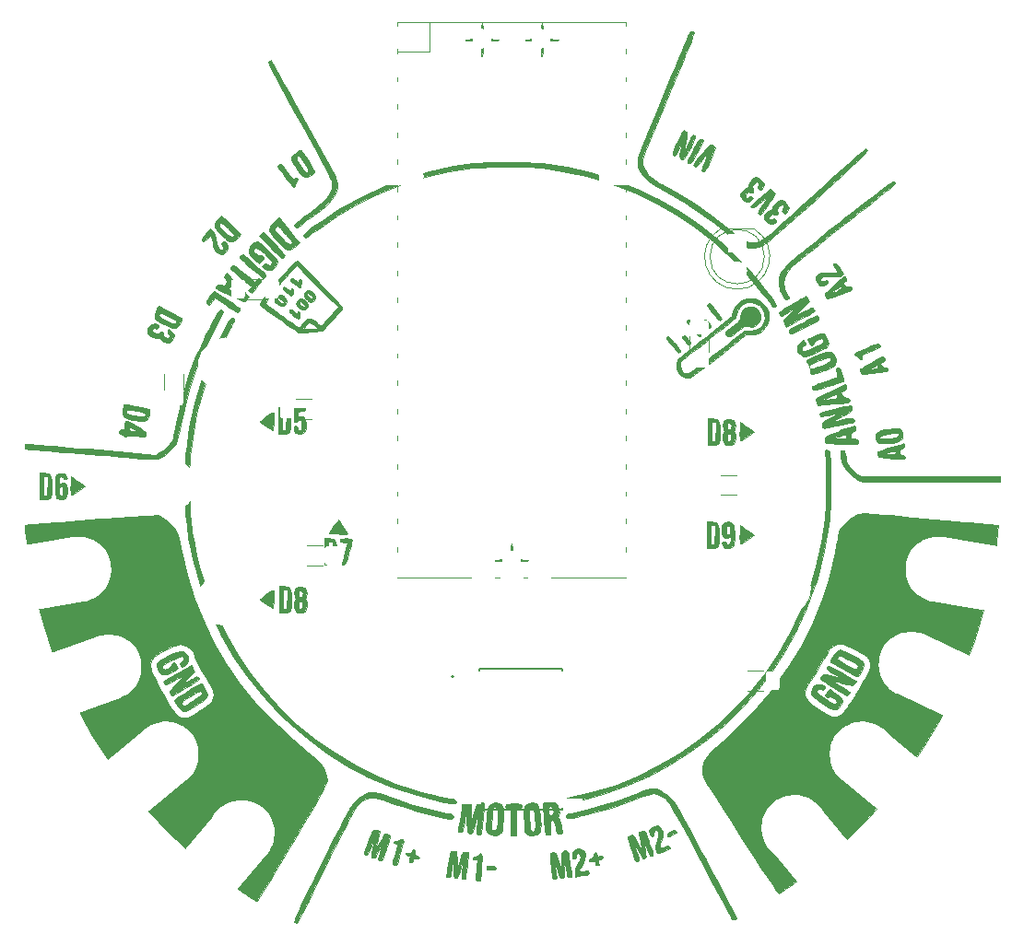
<source format=gbr>
%TF.GenerationSoftware,KiCad,Pcbnew,(5.1.10)-1*%
%TF.CreationDate,2021-06-07T23:37:17+02:00*%
%TF.ProjectId,Frisbee_v01,46726973-6265-4655-9f76-30312e6b6963,rev?*%
%TF.SameCoordinates,Original*%
%TF.FileFunction,Legend,Top*%
%TF.FilePolarity,Positive*%
%FSLAX46Y46*%
G04 Gerber Fmt 4.6, Leading zero omitted, Abs format (unit mm)*
G04 Created by KiCad (PCBNEW (5.1.10)-1) date 2021-06-07 23:37:17*
%MOMM*%
%LPD*%
G01*
G04 APERTURE LIST*
%ADD10C,0.010000*%
%ADD11C,0.120000*%
%ADD12C,0.127000*%
%ADD13C,0.200000*%
%ADD14C,0.100000*%
%ADD15C,5.000000*%
%ADD16C,1.800000*%
%ADD17R,1.800000X1.800000*%
%ADD18C,6.000000*%
%ADD19R,2.050000X0.600000*%
%ADD20O,1.700000X1.700000*%
%ADD21R,1.700000X1.700000*%
%ADD22R,3.500000X1.700000*%
%ADD23O,1.800000X1.800000*%
%ADD24O,1.500000X1.500000*%
%ADD25R,1.700000X3.500000*%
G04 APERTURE END LIST*
D10*
%TO.C,G\u002A\u002A\u002A*%
G36*
X129965590Y-91001237D02*
G01*
X130166197Y-91141163D01*
X130184824Y-91158624D01*
X130341176Y-91301588D01*
X130420010Y-91333862D01*
X130464935Y-91263088D01*
X130482198Y-91210726D01*
X130555597Y-91090002D01*
X130617429Y-91080767D01*
X130680131Y-91198215D01*
X130696084Y-91399592D01*
X130672163Y-91622296D01*
X130615240Y-91803722D01*
X130532190Y-91881266D01*
X130529528Y-91881333D01*
X130437093Y-91829418D01*
X130260610Y-91694375D01*
X130072920Y-91535471D01*
X129826012Y-91304281D01*
X129706822Y-91149191D01*
X129705044Y-91048205D01*
X129810373Y-90979326D01*
X129812054Y-90978678D01*
X129965590Y-91001237D01*
G37*
X129965590Y-91001237D02*
X130166197Y-91141163D01*
X130184824Y-91158624D01*
X130341176Y-91301588D01*
X130420010Y-91333862D01*
X130464935Y-91263088D01*
X130482198Y-91210726D01*
X130555597Y-91090002D01*
X130617429Y-91080767D01*
X130680131Y-91198215D01*
X130696084Y-91399592D01*
X130672163Y-91622296D01*
X130615240Y-91803722D01*
X130532190Y-91881266D01*
X130529528Y-91881333D01*
X130437093Y-91829418D01*
X130260610Y-91694375D01*
X130072920Y-91535471D01*
X129826012Y-91304281D01*
X129706822Y-91149191D01*
X129705044Y-91048205D01*
X129810373Y-90979326D01*
X129812054Y-90978678D01*
X129965590Y-91001237D01*
G36*
X129215778Y-91812191D02*
G01*
X129379030Y-91925870D01*
X129596196Y-92079890D01*
X129714547Y-92125622D01*
X129760531Y-92068720D01*
X129764667Y-92008333D01*
X129811910Y-91894299D01*
X129904066Y-91908887D01*
X129951460Y-91987167D01*
X129964340Y-92158062D01*
X129930354Y-92370069D01*
X129866851Y-92547840D01*
X129807000Y-92614598D01*
X129703275Y-92577841D01*
X129517254Y-92454633D01*
X129317300Y-92295045D01*
X129094348Y-92090649D01*
X128991670Y-91954644D01*
X128990451Y-91858841D01*
X129008338Y-91832166D01*
X129094396Y-91774492D01*
X129215778Y-91812191D01*
G37*
X129215778Y-91812191D02*
X129379030Y-91925870D01*
X129596196Y-92079890D01*
X129714547Y-92125622D01*
X129760531Y-92068720D01*
X129764667Y-92008333D01*
X129811910Y-91894299D01*
X129904066Y-91908887D01*
X129951460Y-91987167D01*
X129964340Y-92158062D01*
X129930354Y-92370069D01*
X129866851Y-92547840D01*
X129807000Y-92614598D01*
X129703275Y-92577841D01*
X129517254Y-92454633D01*
X129317300Y-92295045D01*
X129094348Y-92090649D01*
X128991670Y-91954644D01*
X128990451Y-91858841D01*
X129008338Y-91832166D01*
X129094396Y-91774492D01*
X129215778Y-91812191D01*
G36*
X131640901Y-92167738D02*
G01*
X131858148Y-92357738D01*
X131931924Y-92456151D01*
X132020390Y-92658889D01*
X131982098Y-92853397D01*
X131979012Y-92860253D01*
X131811616Y-93094453D01*
X131595259Y-93166635D01*
X131327486Y-93077543D01*
X131305459Y-93064501D01*
X131065999Y-92846234D01*
X130965923Y-92591264D01*
X131003945Y-92363690D01*
X131204292Y-92363690D01*
X131227143Y-92504274D01*
X131323350Y-92671694D01*
X131373333Y-92728000D01*
X131543153Y-92851660D01*
X131699209Y-92896489D01*
X131789886Y-92851744D01*
X131796667Y-92816093D01*
X131738148Y-92710019D01*
X131599235Y-92555408D01*
X131434892Y-92405469D01*
X131300080Y-92313408D01*
X131268365Y-92304667D01*
X131204292Y-92363690D01*
X131003945Y-92363690D01*
X131008367Y-92337226D01*
X131196466Y-92121752D01*
X131225313Y-92102568D01*
X131413825Y-92074610D01*
X131640901Y-92167738D01*
G37*
X131640901Y-92167738D02*
X131858148Y-92357738D01*
X131931924Y-92456151D01*
X132020390Y-92658889D01*
X131982098Y-92853397D01*
X131979012Y-92860253D01*
X131811616Y-93094453D01*
X131595259Y-93166635D01*
X131327486Y-93077543D01*
X131305459Y-93064501D01*
X131065999Y-92846234D01*
X130965923Y-92591264D01*
X131003945Y-92363690D01*
X131204292Y-92363690D01*
X131227143Y-92504274D01*
X131323350Y-92671694D01*
X131373333Y-92728000D01*
X131543153Y-92851660D01*
X131699209Y-92896489D01*
X131789886Y-92851744D01*
X131796667Y-92816093D01*
X131738148Y-92710019D01*
X131599235Y-92555408D01*
X131434892Y-92405469D01*
X131300080Y-92313408D01*
X131268365Y-92304667D01*
X131204292Y-92363690D01*
X131003945Y-92363690D01*
X131008367Y-92337226D01*
X131196466Y-92121752D01*
X131225313Y-92102568D01*
X131413825Y-92074610D01*
X131640901Y-92167738D01*
G36*
X129103548Y-92638115D02*
G01*
X129118248Y-92649478D01*
X129292052Y-92873351D01*
X129340768Y-93137388D01*
X129257702Y-93382680D01*
X129208286Y-93441619D01*
X129020158Y-93557033D01*
X128793828Y-93541687D01*
X128515833Y-93406261D01*
X128297712Y-93203354D01*
X128244500Y-92962391D01*
X128258126Y-92928727D01*
X128534362Y-92928727D01*
X128662946Y-93107879D01*
X128853505Y-93267668D01*
X129003625Y-93315838D01*
X129082298Y-93245671D01*
X129087333Y-93199812D01*
X129027751Y-93060129D01*
X128886153Y-92918599D01*
X128718258Y-92815663D01*
X128579788Y-92791761D01*
X128549016Y-92809117D01*
X128534362Y-92928727D01*
X128258126Y-92928727D01*
X128356598Y-92685459D01*
X128372467Y-92662172D01*
X128570829Y-92504870D01*
X128823452Y-92496699D01*
X129103548Y-92638115D01*
G37*
X129103548Y-92638115D02*
X129118248Y-92649478D01*
X129292052Y-92873351D01*
X129340768Y-93137388D01*
X129257702Y-93382680D01*
X129208286Y-93441619D01*
X129020158Y-93557033D01*
X128793828Y-93541687D01*
X128515833Y-93406261D01*
X128297712Y-93203354D01*
X128244500Y-92962391D01*
X128258126Y-92928727D01*
X128534362Y-92928727D01*
X128662946Y-93107879D01*
X128853505Y-93267668D01*
X129003625Y-93315838D01*
X129082298Y-93245671D01*
X129087333Y-93199812D01*
X129027751Y-93060129D01*
X128886153Y-92918599D01*
X128718258Y-92815663D01*
X128579788Y-92791761D01*
X128549016Y-92809117D01*
X128534362Y-92928727D01*
X128258126Y-92928727D01*
X128356598Y-92685459D01*
X128372467Y-92662172D01*
X128570829Y-92504870D01*
X128823452Y-92496699D01*
X129103548Y-92638115D01*
G36*
X130989322Y-92984296D02*
G01*
X131220394Y-93229126D01*
X131254891Y-93279512D01*
X131343836Y-93444644D01*
X131328740Y-93575231D01*
X131254119Y-93701667D01*
X131055007Y-93876127D01*
X130802458Y-93898341D01*
X130546160Y-93781991D01*
X130313108Y-93549871D01*
X130235326Y-93305922D01*
X130272823Y-93195236D01*
X130538914Y-93195236D01*
X130580250Y-93358875D01*
X130708248Y-93502192D01*
X130897411Y-93629344D01*
X131009348Y-93645163D01*
X131072230Y-93582384D01*
X131043249Y-93486305D01*
X130914007Y-93336156D01*
X130844394Y-93273545D01*
X130670524Y-93136322D01*
X130583058Y-93104869D01*
X130544471Y-93169565D01*
X130538914Y-93195236D01*
X130272823Y-93195236D01*
X130313163Y-93076158D01*
X130534284Y-92893256D01*
X130750305Y-92866811D01*
X130989322Y-92984296D01*
G37*
X130989322Y-92984296D02*
X131220394Y-93229126D01*
X131254891Y-93279512D01*
X131343836Y-93444644D01*
X131328740Y-93575231D01*
X131254119Y-93701667D01*
X131055007Y-93876127D01*
X130802458Y-93898341D01*
X130546160Y-93781991D01*
X130313108Y-93549871D01*
X130235326Y-93305922D01*
X130272823Y-93195236D01*
X130538914Y-93195236D01*
X130580250Y-93358875D01*
X130708248Y-93502192D01*
X130897411Y-93629344D01*
X131009348Y-93645163D01*
X131072230Y-93582384D01*
X131043249Y-93486305D01*
X130914007Y-93336156D01*
X130844394Y-93273545D01*
X130670524Y-93136322D01*
X130583058Y-93104869D01*
X130544471Y-93169565D01*
X130538914Y-93195236D01*
X130272823Y-93195236D01*
X130313163Y-93076158D01*
X130534284Y-92893256D01*
X130750305Y-92866811D01*
X130989322Y-92984296D01*
G36*
X129958546Y-93985913D02*
G01*
X130009013Y-94031084D01*
X130205457Y-94200526D01*
X130315192Y-94241025D01*
X130355880Y-94156987D01*
X130357333Y-94117944D01*
X130406342Y-94019112D01*
X130457394Y-94017242D01*
X130525962Y-94126329D01*
X130549311Y-94381471D01*
X130534363Y-94675333D01*
X130489043Y-94751734D01*
X130366464Y-94720314D01*
X130151735Y-94574732D01*
X129987514Y-94442500D01*
X129780677Y-94254947D01*
X129639970Y-94098066D01*
X129600731Y-94024163D01*
X129644291Y-93891199D01*
X129774265Y-93878631D01*
X129958546Y-93985913D01*
G37*
X129958546Y-93985913D02*
X130009013Y-94031084D01*
X130205457Y-94200526D01*
X130315192Y-94241025D01*
X130355880Y-94156987D01*
X130357333Y-94117944D01*
X130406342Y-94019112D01*
X130457394Y-94017242D01*
X130525962Y-94126329D01*
X130549311Y-94381471D01*
X130534363Y-94675333D01*
X130489043Y-94751734D01*
X130366464Y-94720314D01*
X130151735Y-94574732D01*
X129987514Y-94442500D01*
X129780677Y-94254947D01*
X129639970Y-94098066D01*
X129600731Y-94024163D01*
X129644291Y-93891199D01*
X129774265Y-93878631D01*
X129958546Y-93985913D01*
G36*
X172182053Y-93601541D02*
G01*
X172496030Y-93732689D01*
X172752633Y-93992083D01*
X172917182Y-94360335D01*
X172915856Y-94717383D01*
X172752075Y-95048475D01*
X172442332Y-95330136D01*
X172228750Y-95445269D01*
X172053192Y-95491904D01*
X172020232Y-95488713D01*
X171756763Y-95423190D01*
X171562109Y-95402417D01*
X171390878Y-95440144D01*
X171197678Y-95550118D01*
X170937116Y-95746088D01*
X170792707Y-95860499D01*
X170426672Y-96136186D01*
X170156183Y-96298950D01*
X169958439Y-96356979D01*
X169810641Y-96318461D01*
X169728228Y-96242745D01*
X169665427Y-96128707D01*
X169681546Y-96006225D01*
X169792102Y-95853801D01*
X170012613Y-95649933D01*
X170352488Y-95377854D01*
X170651460Y-95140516D01*
X170839000Y-94969974D01*
X170941018Y-94833972D01*
X170983422Y-94700253D01*
X170991689Y-94582021D01*
X171067706Y-94205101D01*
X171258187Y-93907391D01*
X171529696Y-93700094D01*
X171848796Y-93594410D01*
X172182053Y-93601541D01*
G37*
X172182053Y-93601541D02*
X172496030Y-93732689D01*
X172752633Y-93992083D01*
X172917182Y-94360335D01*
X172915856Y-94717383D01*
X172752075Y-95048475D01*
X172442332Y-95330136D01*
X172228750Y-95445269D01*
X172053192Y-95491904D01*
X172020232Y-95488713D01*
X171756763Y-95423190D01*
X171562109Y-95402417D01*
X171390878Y-95440144D01*
X171197678Y-95550118D01*
X170937116Y-95746088D01*
X170792707Y-95860499D01*
X170426672Y-96136186D01*
X170156183Y-96298950D01*
X169958439Y-96356979D01*
X169810641Y-96318461D01*
X169728228Y-96242745D01*
X169665427Y-96128707D01*
X169681546Y-96006225D01*
X169792102Y-95853801D01*
X170012613Y-95649933D01*
X170352488Y-95377854D01*
X170651460Y-95140516D01*
X170839000Y-94969974D01*
X170941018Y-94833972D01*
X170983422Y-94700253D01*
X170991689Y-94582021D01*
X171067706Y-94205101D01*
X171258187Y-93907391D01*
X171529696Y-93700094D01*
X171848796Y-93594410D01*
X172182053Y-93601541D01*
G36*
X180328410Y-125194729D02*
G01*
X180579488Y-125300084D01*
X180899237Y-125452151D01*
X181251104Y-125631682D01*
X181598536Y-125819429D01*
X181904980Y-125996144D01*
X182133882Y-126142580D01*
X182248691Y-126239488D01*
X182252192Y-126245147D01*
X182327548Y-126465616D01*
X182342667Y-126591915D01*
X182305479Y-126774753D01*
X182211177Y-127016339D01*
X182085654Y-127267045D01*
X181954800Y-127477240D01*
X181844508Y-127597293D01*
X181812074Y-127608961D01*
X181705190Y-127568836D01*
X181479294Y-127459324D01*
X181162506Y-127294852D01*
X180782950Y-127089847D01*
X180564667Y-126968977D01*
X180165134Y-126743990D01*
X179817125Y-126544473D01*
X179548018Y-126386398D01*
X179385194Y-126285741D01*
X179351307Y-126261090D01*
X179329713Y-126132155D01*
X179381225Y-125997015D01*
X179887537Y-125997015D01*
X179957922Y-126052571D01*
X180149641Y-126169381D01*
X180433790Y-126330585D01*
X180781465Y-126519322D01*
X180797704Y-126527960D01*
X181180765Y-126729307D01*
X181441905Y-126857768D01*
X181607604Y-126922009D01*
X181704340Y-126930696D01*
X181758593Y-126892498D01*
X181782019Y-126850135D01*
X181821458Y-126656804D01*
X181806205Y-126557952D01*
X181713136Y-126468289D01*
X181500789Y-126328218D01*
X181203366Y-126158876D01*
X180942485Y-126024110D01*
X180582201Y-125847481D01*
X180342383Y-125739239D01*
X180192299Y-125691529D01*
X180101215Y-125696499D01*
X180038398Y-125746295D01*
X180008133Y-125785349D01*
X179914644Y-125930116D01*
X179887537Y-125997015D01*
X179381225Y-125997015D01*
X179406622Y-125930387D01*
X179553023Y-125694376D01*
X179739907Y-125462710D01*
X179938267Y-125273978D01*
X180119091Y-125166769D01*
X180182557Y-125155333D01*
X180328410Y-125194729D01*
G37*
X180328410Y-125194729D02*
X180579488Y-125300084D01*
X180899237Y-125452151D01*
X181251104Y-125631682D01*
X181598536Y-125819429D01*
X181904980Y-125996144D01*
X182133882Y-126142580D01*
X182248691Y-126239488D01*
X182252192Y-126245147D01*
X182327548Y-126465616D01*
X182342667Y-126591915D01*
X182305479Y-126774753D01*
X182211177Y-127016339D01*
X182085654Y-127267045D01*
X181954800Y-127477240D01*
X181844508Y-127597293D01*
X181812074Y-127608961D01*
X181705190Y-127568836D01*
X181479294Y-127459324D01*
X181162506Y-127294852D01*
X180782950Y-127089847D01*
X180564667Y-126968977D01*
X180165134Y-126743990D01*
X179817125Y-126544473D01*
X179548018Y-126386398D01*
X179385194Y-126285741D01*
X179351307Y-126261090D01*
X179329713Y-126132155D01*
X179381225Y-125997015D01*
X179887537Y-125997015D01*
X179957922Y-126052571D01*
X180149641Y-126169381D01*
X180433790Y-126330585D01*
X180781465Y-126519322D01*
X180797704Y-126527960D01*
X181180765Y-126729307D01*
X181441905Y-126857768D01*
X181607604Y-126922009D01*
X181704340Y-126930696D01*
X181758593Y-126892498D01*
X181782019Y-126850135D01*
X181821458Y-126656804D01*
X181806205Y-126557952D01*
X181713136Y-126468289D01*
X181500789Y-126328218D01*
X181203366Y-126158876D01*
X180942485Y-126024110D01*
X180582201Y-125847481D01*
X180342383Y-125739239D01*
X180192299Y-125691529D01*
X180101215Y-125696499D01*
X180038398Y-125746295D01*
X180008133Y-125785349D01*
X179914644Y-125930116D01*
X179887537Y-125997015D01*
X179381225Y-125997015D01*
X179406622Y-125930387D01*
X179553023Y-125694376D01*
X179739907Y-125462710D01*
X179938267Y-125273978D01*
X180119091Y-125166769D01*
X180182557Y-125155333D01*
X180328410Y-125194729D01*
G36*
X179268805Y-126661307D02*
G01*
X179491292Y-126776822D01*
X179793260Y-126940568D01*
X180145254Y-127135840D01*
X180517820Y-127345938D01*
X180881506Y-127554159D01*
X181206857Y-127743799D01*
X181464419Y-127898156D01*
X181624739Y-128000528D01*
X181663451Y-128033067D01*
X181615889Y-128124534D01*
X181515078Y-128266623D01*
X181368589Y-128456912D01*
X180439878Y-128207761D01*
X180068809Y-128111354D01*
X179762738Y-128037774D01*
X179555447Y-127994744D01*
X179481182Y-127988595D01*
X179536906Y-128040947D01*
X179710904Y-128160260D01*
X179975210Y-128328131D01*
X180261932Y-128502388D01*
X180586334Y-128700577D01*
X180848443Y-128869473D01*
X181018950Y-128989603D01*
X181069974Y-129039265D01*
X181023184Y-129140514D01*
X180925991Y-129276140D01*
X180834095Y-129372563D01*
X180809333Y-129383563D01*
X180730393Y-129338771D01*
X180533326Y-129218208D01*
X180242759Y-129037184D01*
X179883318Y-128811009D01*
X179617633Y-128642730D01*
X179222836Y-128390678D01*
X178878318Y-128168133D01*
X178609570Y-127991767D01*
X178442085Y-127878254D01*
X178399664Y-127846142D01*
X178399661Y-127741303D01*
X178480917Y-127570943D01*
X178486721Y-127561963D01*
X178561489Y-127458263D01*
X178643083Y-127397406D01*
X178762701Y-127380448D01*
X178951537Y-127408442D01*
X179240790Y-127482442D01*
X179654500Y-127601415D01*
X179935216Y-127678840D01*
X180139121Y-127726643D01*
X180225398Y-127735358D01*
X180226000Y-127733966D01*
X180157732Y-127679714D01*
X179974635Y-127562519D01*
X179709273Y-127402804D01*
X179549421Y-127309633D01*
X179231648Y-127121810D01*
X179039483Y-126991485D01*
X178949278Y-126896186D01*
X178937381Y-126813443D01*
X178962467Y-126751917D01*
X179073118Y-126629981D01*
X179155252Y-126610725D01*
X179268805Y-126661307D01*
G37*
X179268805Y-126661307D02*
X179491292Y-126776822D01*
X179793260Y-126940568D01*
X180145254Y-127135840D01*
X180517820Y-127345938D01*
X180881506Y-127554159D01*
X181206857Y-127743799D01*
X181464419Y-127898156D01*
X181624739Y-128000528D01*
X181663451Y-128033067D01*
X181615889Y-128124534D01*
X181515078Y-128266623D01*
X181368589Y-128456912D01*
X180439878Y-128207761D01*
X180068809Y-128111354D01*
X179762738Y-128037774D01*
X179555447Y-127994744D01*
X179481182Y-127988595D01*
X179536906Y-128040947D01*
X179710904Y-128160260D01*
X179975210Y-128328131D01*
X180261932Y-128502388D01*
X180586334Y-128700577D01*
X180848443Y-128869473D01*
X181018950Y-128989603D01*
X181069974Y-129039265D01*
X181023184Y-129140514D01*
X180925991Y-129276140D01*
X180834095Y-129372563D01*
X180809333Y-129383563D01*
X180730393Y-129338771D01*
X180533326Y-129218208D01*
X180242759Y-129037184D01*
X179883318Y-128811009D01*
X179617633Y-128642730D01*
X179222836Y-128390678D01*
X178878318Y-128168133D01*
X178609570Y-127991767D01*
X178442085Y-127878254D01*
X178399664Y-127846142D01*
X178399661Y-127741303D01*
X178480917Y-127570943D01*
X178486721Y-127561963D01*
X178561489Y-127458263D01*
X178643083Y-127397406D01*
X178762701Y-127380448D01*
X178951537Y-127408442D01*
X179240790Y-127482442D01*
X179654500Y-127601415D01*
X179935216Y-127678840D01*
X180139121Y-127726643D01*
X180225398Y-127735358D01*
X180226000Y-127733966D01*
X180157732Y-127679714D01*
X179974635Y-127562519D01*
X179709273Y-127402804D01*
X179549421Y-127309633D01*
X179231648Y-127121810D01*
X179039483Y-126991485D01*
X178949278Y-126896186D01*
X178937381Y-126813443D01*
X178962467Y-126751917D01*
X179073118Y-126629981D01*
X179155252Y-126610725D01*
X179268805Y-126661307D01*
G36*
X178442570Y-128312579D02*
G01*
X178655683Y-128386257D01*
X178836184Y-128518227D01*
X178850755Y-128669176D01*
X178749745Y-128791508D01*
X178603955Y-128849447D01*
X178448000Y-128796000D01*
X178248977Y-128759668D01*
X178087176Y-128841336D01*
X178024667Y-129000555D01*
X178092067Y-129093758D01*
X178270817Y-129248127D01*
X178525744Y-129439950D01*
X178821671Y-129645513D01*
X179123424Y-129841107D01*
X179395828Y-130003018D01*
X179603709Y-130107535D01*
X179704977Y-130133275D01*
X179828519Y-130037869D01*
X179870777Y-129926723D01*
X179828144Y-129779093D01*
X179693919Y-129625444D01*
X179516060Y-129498781D01*
X179342523Y-129432110D01*
X179221264Y-129458436D01*
X179210601Y-129472360D01*
X179130152Y-129534846D01*
X178999302Y-129478834D01*
X178971083Y-129459561D01*
X178798404Y-129338612D01*
X178970183Y-129067306D01*
X179100785Y-128891503D01*
X179206572Y-128799796D01*
X179222381Y-128796000D01*
X179371301Y-128847625D01*
X179597548Y-128979651D01*
X179853856Y-129157807D01*
X180092957Y-129347821D01*
X180267584Y-129515421D01*
X180323298Y-129594244D01*
X180376381Y-129903259D01*
X180264132Y-130223931D01*
X180105086Y-130432432D01*
X179870637Y-130608781D01*
X179604910Y-130648880D01*
X179286051Y-130551179D01*
X178944334Y-130350104D01*
X178440694Y-130002933D01*
X178065756Y-129728249D01*
X177804946Y-129508285D01*
X177643691Y-129325277D01*
X177567417Y-129161456D01*
X177561550Y-128999057D01*
X177611516Y-128820313D01*
X177637055Y-128756432D01*
X177834744Y-128458244D01*
X178108205Y-128308492D01*
X178442570Y-128312579D01*
G37*
X178442570Y-128312579D02*
X178655683Y-128386257D01*
X178836184Y-128518227D01*
X178850755Y-128669176D01*
X178749745Y-128791508D01*
X178603955Y-128849447D01*
X178448000Y-128796000D01*
X178248977Y-128759668D01*
X178087176Y-128841336D01*
X178024667Y-129000555D01*
X178092067Y-129093758D01*
X178270817Y-129248127D01*
X178525744Y-129439950D01*
X178821671Y-129645513D01*
X179123424Y-129841107D01*
X179395828Y-130003018D01*
X179603709Y-130107535D01*
X179704977Y-130133275D01*
X179828519Y-130037869D01*
X179870777Y-129926723D01*
X179828144Y-129779093D01*
X179693919Y-129625444D01*
X179516060Y-129498781D01*
X179342523Y-129432110D01*
X179221264Y-129458436D01*
X179210601Y-129472360D01*
X179130152Y-129534846D01*
X178999302Y-129478834D01*
X178971083Y-129459561D01*
X178798404Y-129338612D01*
X178970183Y-129067306D01*
X179100785Y-128891503D01*
X179206572Y-128799796D01*
X179222381Y-128796000D01*
X179371301Y-128847625D01*
X179597548Y-128979651D01*
X179853856Y-129157807D01*
X180092957Y-129347821D01*
X180267584Y-129515421D01*
X180323298Y-129594244D01*
X180376381Y-129903259D01*
X180264132Y-130223931D01*
X180105086Y-130432432D01*
X179870637Y-130608781D01*
X179604910Y-130648880D01*
X179286051Y-130551179D01*
X178944334Y-130350104D01*
X178440694Y-130002933D01*
X178065756Y-129728249D01*
X177804946Y-129508285D01*
X177643691Y-129325277D01*
X177567417Y-129161456D01*
X177561550Y-128999057D01*
X177611516Y-128820313D01*
X177637055Y-128756432D01*
X177834744Y-128458244D01*
X178108205Y-128308492D01*
X178442570Y-128312579D01*
G36*
X119937680Y-125331971D02*
G01*
X120060670Y-125434306D01*
X120279539Y-125741023D01*
X120330993Y-126047764D01*
X120216600Y-126343716D01*
X119937932Y-126618066D01*
X119883279Y-126655879D01*
X119740320Y-126728317D01*
X119651938Y-126674474D01*
X119602218Y-126590091D01*
X119552293Y-126445305D01*
X119605499Y-126319607D01*
X119720013Y-126202222D01*
X119862972Y-126012142D01*
X119877708Y-125852137D01*
X119767322Y-125758662D01*
X119681394Y-125748000D01*
X119542227Y-125784315D01*
X119292151Y-125882376D01*
X118970521Y-126025862D01*
X118716786Y-126148108D01*
X118309069Y-126363077D01*
X118048613Y-126534657D01*
X117923162Y-126676274D01*
X117920457Y-126801355D01*
X118017167Y-126914450D01*
X118172733Y-126949052D01*
X118386746Y-126899898D01*
X118595252Y-126795116D01*
X118734301Y-126662836D01*
X118758000Y-126588590D01*
X118826021Y-126425535D01*
X118924424Y-126342224D01*
X119051459Y-126304149D01*
X119148348Y-126379247D01*
X119220757Y-126504374D01*
X119310488Y-126702310D01*
X119350527Y-126838909D01*
X119350667Y-126843243D01*
X119278964Y-126928486D01*
X119094512Y-127049898D01*
X118843298Y-127184681D01*
X118571308Y-127310036D01*
X118324527Y-127403168D01*
X118148941Y-127441276D01*
X118144253Y-127441333D01*
X117922754Y-127392660D01*
X117763320Y-127311270D01*
X117618340Y-127146167D01*
X117496345Y-126903710D01*
X117478229Y-126849441D01*
X117432214Y-126611540D01*
X117464316Y-126411994D01*
X117592529Y-126230261D01*
X117834849Y-126045798D01*
X118209272Y-125838063D01*
X118480546Y-125705249D01*
X118960542Y-125483967D01*
X119319458Y-125340594D01*
X119584090Y-125270533D01*
X119781232Y-125269190D01*
X119937680Y-125331971D01*
G37*
X119937680Y-125331971D02*
X120060670Y-125434306D01*
X120279539Y-125741023D01*
X120330993Y-126047764D01*
X120216600Y-126343716D01*
X119937932Y-126618066D01*
X119883279Y-126655879D01*
X119740320Y-126728317D01*
X119651938Y-126674474D01*
X119602218Y-126590091D01*
X119552293Y-126445305D01*
X119605499Y-126319607D01*
X119720013Y-126202222D01*
X119862972Y-126012142D01*
X119877708Y-125852137D01*
X119767322Y-125758662D01*
X119681394Y-125748000D01*
X119542227Y-125784315D01*
X119292151Y-125882376D01*
X118970521Y-126025862D01*
X118716786Y-126148108D01*
X118309069Y-126363077D01*
X118048613Y-126534657D01*
X117923162Y-126676274D01*
X117920457Y-126801355D01*
X118017167Y-126914450D01*
X118172733Y-126949052D01*
X118386746Y-126899898D01*
X118595252Y-126795116D01*
X118734301Y-126662836D01*
X118758000Y-126588590D01*
X118826021Y-126425535D01*
X118924424Y-126342224D01*
X119051459Y-126304149D01*
X119148348Y-126379247D01*
X119220757Y-126504374D01*
X119310488Y-126702310D01*
X119350527Y-126838909D01*
X119350667Y-126843243D01*
X119278964Y-126928486D01*
X119094512Y-127049898D01*
X118843298Y-127184681D01*
X118571308Y-127310036D01*
X118324527Y-127403168D01*
X118148941Y-127441276D01*
X118144253Y-127441333D01*
X117922754Y-127392660D01*
X117763320Y-127311270D01*
X117618340Y-127146167D01*
X117496345Y-126903710D01*
X117478229Y-126849441D01*
X117432214Y-126611540D01*
X117464316Y-126411994D01*
X117592529Y-126230261D01*
X117834849Y-126045798D01*
X118209272Y-125838063D01*
X118480546Y-125705249D01*
X118960542Y-125483967D01*
X119319458Y-125340594D01*
X119584090Y-125270533D01*
X119781232Y-125269190D01*
X119937680Y-125331971D01*
G36*
X120753694Y-126860323D02*
G01*
X120890472Y-127124822D01*
X120311069Y-127715349D01*
X120065591Y-127970852D01*
X119929627Y-128130587D01*
X119909735Y-128195705D01*
X120012472Y-128167360D01*
X120244398Y-128046703D01*
X120612070Y-127834888D01*
X120699285Y-127783566D01*
X120945149Y-127647869D01*
X121092917Y-127598103D01*
X121183975Y-127624191D01*
X121217069Y-127657501D01*
X121281768Y-127811780D01*
X121274149Y-127884755D01*
X121194821Y-127951704D01*
X120998741Y-128085357D01*
X120715685Y-128267552D01*
X120375432Y-128480128D01*
X120007760Y-128704922D01*
X119642447Y-128923771D01*
X119309271Y-129118514D01*
X119038010Y-129270987D01*
X118858442Y-129363030D01*
X118832196Y-129374150D01*
X118749499Y-129327672D01*
X118664432Y-129191274D01*
X118620369Y-129048478D01*
X118650179Y-128912865D01*
X118771679Y-128729400D01*
X118843467Y-128638338D01*
X119068207Y-128387147D01*
X119350281Y-128109255D01*
X119530917Y-127948341D01*
X119744615Y-127757631D01*
X119893662Y-127604521D01*
X119943333Y-127528395D01*
X119874774Y-127537652D01*
X119688650Y-127617458D01*
X119414292Y-127754130D01*
X119117833Y-127913524D01*
X118782228Y-128097155D01*
X118502740Y-128245773D01*
X118311392Y-128342629D01*
X118241771Y-128371756D01*
X118173077Y-128304897D01*
X118106246Y-128182256D01*
X118076919Y-128124623D01*
X118059217Y-128077590D01*
X118069434Y-128030220D01*
X118123865Y-127971575D01*
X118238804Y-127890717D01*
X118430546Y-127776710D01*
X118715384Y-127618614D01*
X119109612Y-127405494D01*
X119629527Y-127126410D01*
X119877958Y-126992983D01*
X120616917Y-126595824D01*
X120753694Y-126860323D01*
G37*
X120753694Y-126860323D02*
X120890472Y-127124822D01*
X120311069Y-127715349D01*
X120065591Y-127970852D01*
X119929627Y-128130587D01*
X119909735Y-128195705D01*
X120012472Y-128167360D01*
X120244398Y-128046703D01*
X120612070Y-127834888D01*
X120699285Y-127783566D01*
X120945149Y-127647869D01*
X121092917Y-127598103D01*
X121183975Y-127624191D01*
X121217069Y-127657501D01*
X121281768Y-127811780D01*
X121274149Y-127884755D01*
X121194821Y-127951704D01*
X120998741Y-128085357D01*
X120715685Y-128267552D01*
X120375432Y-128480128D01*
X120007760Y-128704922D01*
X119642447Y-128923771D01*
X119309271Y-129118514D01*
X119038010Y-129270987D01*
X118858442Y-129363030D01*
X118832196Y-129374150D01*
X118749499Y-129327672D01*
X118664432Y-129191274D01*
X118620369Y-129048478D01*
X118650179Y-128912865D01*
X118771679Y-128729400D01*
X118843467Y-128638338D01*
X119068207Y-128387147D01*
X119350281Y-128109255D01*
X119530917Y-127948341D01*
X119744615Y-127757631D01*
X119893662Y-127604521D01*
X119943333Y-127528395D01*
X119874774Y-127537652D01*
X119688650Y-127617458D01*
X119414292Y-127754130D01*
X119117833Y-127913524D01*
X118782228Y-128097155D01*
X118502740Y-128245773D01*
X118311392Y-128342629D01*
X118241771Y-128371756D01*
X118173077Y-128304897D01*
X118106246Y-128182256D01*
X118076919Y-128124623D01*
X118059217Y-128077590D01*
X118069434Y-128030220D01*
X118123865Y-127971575D01*
X118238804Y-127890717D01*
X118430546Y-127776710D01*
X118715384Y-127618614D01*
X119109612Y-127405494D01*
X119629527Y-127126410D01*
X119877958Y-126992983D01*
X120616917Y-126595824D01*
X120753694Y-126860323D01*
G36*
X121558474Y-128276194D02*
G01*
X121673940Y-128433970D01*
X121806633Y-128657248D01*
X121931664Y-128901020D01*
X122024144Y-129120283D01*
X122059205Y-129266993D01*
X122016656Y-129418588D01*
X121877810Y-129598309D01*
X121627807Y-129820029D01*
X121251789Y-130097621D01*
X120948061Y-130304401D01*
X120550406Y-130558817D01*
X120256327Y-130716379D01*
X120037329Y-130786213D01*
X119864915Y-130777441D01*
X119711975Y-130700168D01*
X119555549Y-130555879D01*
X119380021Y-130345867D01*
X119215829Y-130114275D01*
X119156570Y-130013090D01*
X119717066Y-130013090D01*
X119719210Y-130124391D01*
X119826212Y-130218724D01*
X119837312Y-130225066D01*
X119921674Y-130254795D01*
X120027479Y-130244616D01*
X120178929Y-130182657D01*
X120400230Y-130057047D01*
X120715584Y-129855916D01*
X121070194Y-129620372D01*
X121343829Y-129422939D01*
X121491455Y-129274468D01*
X121538099Y-129147360D01*
X121535820Y-129106931D01*
X121495681Y-128989997D01*
X121405376Y-128946521D01*
X121245159Y-128982377D01*
X120995282Y-129103444D01*
X120635998Y-129315598D01*
X120455291Y-129428502D01*
X120073557Y-129680033D01*
X119831332Y-129869933D01*
X119717066Y-130013090D01*
X119156570Y-130013090D01*
X119093412Y-129905249D01*
X119043209Y-129762931D01*
X119048114Y-129737396D01*
X119126993Y-129678589D01*
X119321680Y-129550554D01*
X119602912Y-129371405D01*
X119941427Y-129159254D01*
X120307962Y-128932216D01*
X120673255Y-128708402D01*
X121008043Y-128505925D01*
X121283064Y-128342900D01*
X121469055Y-128237439D01*
X121485125Y-128228924D01*
X121558474Y-128276194D01*
G37*
X121558474Y-128276194D02*
X121673940Y-128433970D01*
X121806633Y-128657248D01*
X121931664Y-128901020D01*
X122024144Y-129120283D01*
X122059205Y-129266993D01*
X122016656Y-129418588D01*
X121877810Y-129598309D01*
X121627807Y-129820029D01*
X121251789Y-130097621D01*
X120948061Y-130304401D01*
X120550406Y-130558817D01*
X120256327Y-130716379D01*
X120037329Y-130786213D01*
X119864915Y-130777441D01*
X119711975Y-130700168D01*
X119555549Y-130555879D01*
X119380021Y-130345867D01*
X119215829Y-130114275D01*
X119156570Y-130013090D01*
X119717066Y-130013090D01*
X119719210Y-130124391D01*
X119826212Y-130218724D01*
X119837312Y-130225066D01*
X119921674Y-130254795D01*
X120027479Y-130244616D01*
X120178929Y-130182657D01*
X120400230Y-130057047D01*
X120715584Y-129855916D01*
X121070194Y-129620372D01*
X121343829Y-129422939D01*
X121491455Y-129274468D01*
X121538099Y-129147360D01*
X121535820Y-129106931D01*
X121495681Y-128989997D01*
X121405376Y-128946521D01*
X121245159Y-128982377D01*
X120995282Y-129103444D01*
X120635998Y-129315598D01*
X120455291Y-129428502D01*
X120073557Y-129680033D01*
X119831332Y-129869933D01*
X119717066Y-130013090D01*
X119156570Y-130013090D01*
X119093412Y-129905249D01*
X119043209Y-129762931D01*
X119048114Y-129737396D01*
X119126993Y-129678589D01*
X119321680Y-129550554D01*
X119602912Y-129371405D01*
X119941427Y-129159254D01*
X120307962Y-128932216D01*
X120673255Y-128708402D01*
X121008043Y-128505925D01*
X121283064Y-128342900D01*
X121469055Y-128237439D01*
X121485125Y-128228924D01*
X121558474Y-128276194D01*
G36*
X152835232Y-67661592D02*
G01*
X152864431Y-67880497D01*
X152878090Y-68208913D01*
X152878667Y-68301667D01*
X152878667Y-69021333D01*
X153598333Y-69021333D01*
X153948808Y-69030697D01*
X154196999Y-69056451D01*
X154313101Y-69095088D01*
X154318000Y-69106000D01*
X154238408Y-69147232D01*
X154019502Y-69176431D01*
X153691087Y-69190090D01*
X153598333Y-69190667D01*
X152878667Y-69190667D01*
X152878667Y-69910333D01*
X152869303Y-70260808D01*
X152843549Y-70508999D01*
X152804912Y-70625101D01*
X152794000Y-70630000D01*
X152752768Y-70550408D01*
X152723569Y-70331502D01*
X152709910Y-70003087D01*
X152709333Y-69910333D01*
X152709333Y-69190667D01*
X151989667Y-69190667D01*
X151639192Y-69181303D01*
X151391001Y-69155549D01*
X151274899Y-69116912D01*
X151270000Y-69106000D01*
X151349592Y-69064768D01*
X151568497Y-69035569D01*
X151896913Y-69021910D01*
X151989667Y-69021333D01*
X152709333Y-69021333D01*
X152709333Y-68301667D01*
X152718697Y-67951192D01*
X152744451Y-67703001D01*
X152783088Y-67586899D01*
X152794000Y-67582000D01*
X152835232Y-67661592D01*
G37*
X152835232Y-67661592D02*
X152864431Y-67880497D01*
X152878090Y-68208913D01*
X152878667Y-68301667D01*
X152878667Y-69021333D01*
X153598333Y-69021333D01*
X153948808Y-69030697D01*
X154196999Y-69056451D01*
X154313101Y-69095088D01*
X154318000Y-69106000D01*
X154238408Y-69147232D01*
X154019502Y-69176431D01*
X153691087Y-69190090D01*
X153598333Y-69190667D01*
X152878667Y-69190667D01*
X152878667Y-69910333D01*
X152869303Y-70260808D01*
X152843549Y-70508999D01*
X152804912Y-70625101D01*
X152794000Y-70630000D01*
X152752768Y-70550408D01*
X152723569Y-70331502D01*
X152709910Y-70003087D01*
X152709333Y-69910333D01*
X152709333Y-69190667D01*
X151989667Y-69190667D01*
X151639192Y-69181303D01*
X151391001Y-69155549D01*
X151274899Y-69116912D01*
X151270000Y-69106000D01*
X151349592Y-69064768D01*
X151568497Y-69035569D01*
X151896913Y-69021910D01*
X151989667Y-69021333D01*
X152709333Y-69021333D01*
X152709333Y-68301667D01*
X152718697Y-67951192D01*
X152744451Y-67703001D01*
X152783088Y-67586899D01*
X152794000Y-67582000D01*
X152835232Y-67661592D01*
G36*
X147331899Y-67661592D02*
G01*
X147361098Y-67880497D01*
X147374757Y-68208913D01*
X147375333Y-68301667D01*
X147375333Y-69021333D01*
X148095000Y-69021333D01*
X148445475Y-69030697D01*
X148693665Y-69056451D01*
X148809768Y-69095088D01*
X148814667Y-69106000D01*
X148735075Y-69147232D01*
X148516169Y-69176431D01*
X148187754Y-69190090D01*
X148095000Y-69190667D01*
X147375333Y-69190667D01*
X147375333Y-69910333D01*
X147365969Y-70260808D01*
X147340216Y-70508999D01*
X147301579Y-70625101D01*
X147290667Y-70630000D01*
X147249434Y-70550408D01*
X147220235Y-70331502D01*
X147206576Y-70003087D01*
X147206000Y-69910333D01*
X147206000Y-69190667D01*
X146486333Y-69190667D01*
X146135858Y-69181303D01*
X145887668Y-69155549D01*
X145771565Y-69116912D01*
X145766667Y-69106000D01*
X145846258Y-69064768D01*
X146065164Y-69035569D01*
X146393579Y-69021910D01*
X146486333Y-69021333D01*
X147206000Y-69021333D01*
X147206000Y-68301667D01*
X147215364Y-67951192D01*
X147241117Y-67703001D01*
X147279754Y-67586899D01*
X147290667Y-67582000D01*
X147331899Y-67661592D01*
G37*
X147331899Y-67661592D02*
X147361098Y-67880497D01*
X147374757Y-68208913D01*
X147375333Y-68301667D01*
X147375333Y-69021333D01*
X148095000Y-69021333D01*
X148445475Y-69030697D01*
X148693665Y-69056451D01*
X148809768Y-69095088D01*
X148814667Y-69106000D01*
X148735075Y-69147232D01*
X148516169Y-69176431D01*
X148187754Y-69190090D01*
X148095000Y-69190667D01*
X147375333Y-69190667D01*
X147375333Y-69910333D01*
X147365969Y-70260808D01*
X147340216Y-70508999D01*
X147301579Y-70625101D01*
X147290667Y-70630000D01*
X147249434Y-70550408D01*
X147220235Y-70331502D01*
X147206576Y-70003087D01*
X147206000Y-69910333D01*
X147206000Y-69190667D01*
X146486333Y-69190667D01*
X146135858Y-69181303D01*
X145887668Y-69155549D01*
X145771565Y-69116912D01*
X145766667Y-69106000D01*
X145846258Y-69064768D01*
X146065164Y-69035569D01*
X146393579Y-69021910D01*
X146486333Y-69021333D01*
X147206000Y-69021333D01*
X147206000Y-68301667D01*
X147215364Y-67951192D01*
X147241117Y-67703001D01*
X147279754Y-67586899D01*
X147290667Y-67582000D01*
X147331899Y-67661592D01*
G36*
X165933758Y-77448758D02*
G01*
X166028326Y-77509167D01*
X166091931Y-77568674D01*
X166123624Y-77653006D01*
X166122929Y-77796729D01*
X166089367Y-78034410D01*
X166022461Y-78400614D01*
X166015510Y-78437255D01*
X165954626Y-78779665D01*
X165915286Y-79045710D01*
X165901968Y-79201860D01*
X165909892Y-79228266D01*
X165967135Y-79142970D01*
X166077669Y-78941075D01*
X166222006Y-78658877D01*
X166294509Y-78511844D01*
X166446790Y-78209510D01*
X166573866Y-77975653D01*
X166656717Y-77844448D01*
X166675119Y-77827963D01*
X166777482Y-77869688D01*
X166848667Y-77911988D01*
X166888921Y-77966179D01*
X166884498Y-78066463D01*
X166826770Y-78236108D01*
X166707108Y-78498382D01*
X166516883Y-78876551D01*
X166425333Y-79053498D01*
X166221424Y-79434214D01*
X166038563Y-79754209D01*
X165893132Y-79986375D01*
X165801512Y-80103609D01*
X165785349Y-80112473D01*
X165648941Y-80066665D01*
X165549459Y-80005734D01*
X165477068Y-79938466D01*
X165446067Y-79845728D01*
X165455535Y-79686240D01*
X165504551Y-79418725D01*
X165533276Y-79280532D01*
X165595618Y-78974402D01*
X165640397Y-78735740D01*
X165659097Y-78610301D01*
X165659143Y-78604298D01*
X165622185Y-78646254D01*
X165527364Y-78808439D01*
X165392560Y-79059638D01*
X165339524Y-79162261D01*
X165180202Y-79464099D01*
X165070809Y-79637065D01*
X164989038Y-79705442D01*
X164912583Y-79693514D01*
X164874327Y-79668677D01*
X164819781Y-79615322D01*
X164800143Y-79539541D01*
X164823229Y-79415535D01*
X164896853Y-79217502D01*
X165028832Y-78919643D01*
X165226981Y-78496156D01*
X165234026Y-78481249D01*
X165421859Y-78093886D01*
X165588803Y-77768273D01*
X165720033Y-77531951D01*
X165800725Y-77412458D01*
X165814230Y-77403333D01*
X165933758Y-77448758D01*
G37*
X165933758Y-77448758D02*
X166028326Y-77509167D01*
X166091931Y-77568674D01*
X166123624Y-77653006D01*
X166122929Y-77796729D01*
X166089367Y-78034410D01*
X166022461Y-78400614D01*
X166015510Y-78437255D01*
X165954626Y-78779665D01*
X165915286Y-79045710D01*
X165901968Y-79201860D01*
X165909892Y-79228266D01*
X165967135Y-79142970D01*
X166077669Y-78941075D01*
X166222006Y-78658877D01*
X166294509Y-78511844D01*
X166446790Y-78209510D01*
X166573866Y-77975653D01*
X166656717Y-77844448D01*
X166675119Y-77827963D01*
X166777482Y-77869688D01*
X166848667Y-77911988D01*
X166888921Y-77966179D01*
X166884498Y-78066463D01*
X166826770Y-78236108D01*
X166707108Y-78498382D01*
X166516883Y-78876551D01*
X166425333Y-79053498D01*
X166221424Y-79434214D01*
X166038563Y-79754209D01*
X165893132Y-79986375D01*
X165801512Y-80103609D01*
X165785349Y-80112473D01*
X165648941Y-80066665D01*
X165549459Y-80005734D01*
X165477068Y-79938466D01*
X165446067Y-79845728D01*
X165455535Y-79686240D01*
X165504551Y-79418725D01*
X165533276Y-79280532D01*
X165595618Y-78974402D01*
X165640397Y-78735740D01*
X165659097Y-78610301D01*
X165659143Y-78604298D01*
X165622185Y-78646254D01*
X165527364Y-78808439D01*
X165392560Y-79059638D01*
X165339524Y-79162261D01*
X165180202Y-79464099D01*
X165070809Y-79637065D01*
X164989038Y-79705442D01*
X164912583Y-79693514D01*
X164874327Y-79668677D01*
X164819781Y-79615322D01*
X164800143Y-79539541D01*
X164823229Y-79415535D01*
X164896853Y-79217502D01*
X165028832Y-78919643D01*
X165226981Y-78496156D01*
X165234026Y-78481249D01*
X165421859Y-78093886D01*
X165588803Y-77768273D01*
X165720033Y-77531951D01*
X165800725Y-77412458D01*
X165814230Y-77403333D01*
X165933758Y-77448758D01*
G36*
X167498961Y-78219480D02*
G01*
X167601052Y-78304953D01*
X167610667Y-78355457D01*
X167571539Y-78458103D01*
X167464331Y-78678234D01*
X167304305Y-78985931D01*
X167106722Y-79351276D01*
X167053828Y-79447066D01*
X166787619Y-79908591D01*
X166579864Y-80223275D01*
X166422180Y-80399859D01*
X166306186Y-80447089D01*
X166223501Y-80373708D01*
X166205077Y-80332480D01*
X166227564Y-80222687D01*
X166315536Y-80000159D01*
X166451678Y-79699869D01*
X166618674Y-79356788D01*
X166799208Y-79005889D01*
X166975964Y-78682146D01*
X167131627Y-78420532D01*
X167206995Y-78308892D01*
X167343321Y-78217991D01*
X167498961Y-78219480D01*
G37*
X167498961Y-78219480D02*
X167601052Y-78304953D01*
X167610667Y-78355457D01*
X167571539Y-78458103D01*
X167464331Y-78678234D01*
X167304305Y-78985931D01*
X167106722Y-79351276D01*
X167053828Y-79447066D01*
X166787619Y-79908591D01*
X166579864Y-80223275D01*
X166422180Y-80399859D01*
X166306186Y-80447089D01*
X166223501Y-80373708D01*
X166205077Y-80332480D01*
X166227564Y-80222687D01*
X166315536Y-80000159D01*
X166451678Y-79699869D01*
X166618674Y-79356788D01*
X166799208Y-79005889D01*
X166975964Y-78682146D01*
X167131627Y-78420532D01*
X167206995Y-78308892D01*
X167343321Y-78217991D01*
X167498961Y-78219480D01*
G36*
X168369118Y-78725348D02*
G01*
X168523314Y-78825618D01*
X168716296Y-78974138D01*
X168269314Y-80066340D01*
X168101775Y-80463398D01*
X167950259Y-80799805D01*
X167828660Y-81046336D01*
X167750875Y-81173761D01*
X167737667Y-81184562D01*
X167597655Y-81167477D01*
X167539417Y-81138671D01*
X167499591Y-81074151D01*
X167511011Y-80943179D01*
X167580381Y-80719572D01*
X167714403Y-80377149D01*
X167766670Y-80251047D01*
X167903551Y-79915854D01*
X168007111Y-79647458D01*
X168065308Y-79478058D01*
X168071771Y-79435333D01*
X168007538Y-79497344D01*
X167863301Y-79664370D01*
X167663194Y-79907899D01*
X167516347Y-80091500D01*
X167289675Y-80372607D01*
X167099733Y-80598723D01*
X166972120Y-80739881D01*
X166935369Y-80771653D01*
X166838134Y-80735587D01*
X166769108Y-80669155D01*
X166742446Y-80598455D01*
X166770280Y-80491535D01*
X166865648Y-80326999D01*
X167041588Y-80083448D01*
X167311135Y-79739486D01*
X167412568Y-79613064D01*
X167687703Y-79278199D01*
X167929728Y-78996460D01*
X168117238Y-78791811D01*
X168228830Y-78688219D01*
X168245667Y-78680277D01*
X168369118Y-78725348D01*
G37*
X168369118Y-78725348D02*
X168523314Y-78825618D01*
X168716296Y-78974138D01*
X168269314Y-80066340D01*
X168101775Y-80463398D01*
X167950259Y-80799805D01*
X167828660Y-81046336D01*
X167750875Y-81173761D01*
X167737667Y-81184562D01*
X167597655Y-81167477D01*
X167539417Y-81138671D01*
X167499591Y-81074151D01*
X167511011Y-80943179D01*
X167580381Y-80719572D01*
X167714403Y-80377149D01*
X167766670Y-80251047D01*
X167903551Y-79915854D01*
X168007111Y-79647458D01*
X168065308Y-79478058D01*
X168071771Y-79435333D01*
X168007538Y-79497344D01*
X167863301Y-79664370D01*
X167663194Y-79907899D01*
X167516347Y-80091500D01*
X167289675Y-80372607D01*
X167099733Y-80598723D01*
X166972120Y-80739881D01*
X166935369Y-80771653D01*
X166838134Y-80735587D01*
X166769108Y-80669155D01*
X166742446Y-80598455D01*
X166770280Y-80491535D01*
X166865648Y-80326999D01*
X167041588Y-80083448D01*
X167311135Y-79739486D01*
X167412568Y-79613064D01*
X167687703Y-79278199D01*
X167929728Y-78996460D01*
X168117238Y-78791811D01*
X168228830Y-78688219D01*
X168245667Y-78680277D01*
X168369118Y-78725348D01*
G36*
X130686806Y-79217984D02*
G01*
X130759073Y-79304277D01*
X130897931Y-79501459D01*
X131081753Y-79775879D01*
X131288915Y-80093886D01*
X131497790Y-80421831D01*
X131686754Y-80726062D01*
X131834180Y-80972927D01*
X131918443Y-81128778D01*
X131925720Y-81145820D01*
X131911348Y-81262838D01*
X131767517Y-81399037D01*
X131605005Y-81502419D01*
X131277354Y-81665561D01*
X131032679Y-81709125D01*
X130835219Y-81634261D01*
X130722586Y-81530833D01*
X130564137Y-81336136D01*
X130372105Y-81072414D01*
X130171609Y-80778041D01*
X129987767Y-80491392D01*
X129845700Y-80250842D01*
X129770526Y-80094766D01*
X129764667Y-80067414D01*
X129781032Y-79969501D01*
X130258485Y-79969501D01*
X130335867Y-80188441D01*
X130518928Y-80505235D01*
X130620876Y-80661017D01*
X130847687Y-80987288D01*
X131013810Y-81185802D01*
X131143247Y-81275436D01*
X131260001Y-81275069D01*
X131346504Y-81231706D01*
X131352124Y-81136657D01*
X131276460Y-80943957D01*
X131142318Y-80689518D01*
X130972503Y-80409253D01*
X130789821Y-80139074D01*
X130617078Y-79914895D01*
X130477078Y-79772626D01*
X130401043Y-79742854D01*
X130281852Y-79827832D01*
X130258485Y-79969501D01*
X129781032Y-79969501D01*
X129793907Y-79892475D01*
X129817187Y-79820316D01*
X129912609Y-79695949D01*
X130092163Y-79539900D01*
X130308001Y-79385310D01*
X130512272Y-79265322D01*
X130657128Y-79213079D01*
X130686806Y-79217984D01*
G37*
X130686806Y-79217984D02*
X130759073Y-79304277D01*
X130897931Y-79501459D01*
X131081753Y-79775879D01*
X131288915Y-80093886D01*
X131497790Y-80421831D01*
X131686754Y-80726062D01*
X131834180Y-80972927D01*
X131918443Y-81128778D01*
X131925720Y-81145820D01*
X131911348Y-81262838D01*
X131767517Y-81399037D01*
X131605005Y-81502419D01*
X131277354Y-81665561D01*
X131032679Y-81709125D01*
X130835219Y-81634261D01*
X130722586Y-81530833D01*
X130564137Y-81336136D01*
X130372105Y-81072414D01*
X130171609Y-80778041D01*
X129987767Y-80491392D01*
X129845700Y-80250842D01*
X129770526Y-80094766D01*
X129764667Y-80067414D01*
X129781032Y-79969501D01*
X130258485Y-79969501D01*
X130335867Y-80188441D01*
X130518928Y-80505235D01*
X130620876Y-80661017D01*
X130847687Y-80987288D01*
X131013810Y-81185802D01*
X131143247Y-81275436D01*
X131260001Y-81275069D01*
X131346504Y-81231706D01*
X131352124Y-81136657D01*
X131276460Y-80943957D01*
X131142318Y-80689518D01*
X130972503Y-80409253D01*
X130789821Y-80139074D01*
X130617078Y-79914895D01*
X130477078Y-79772626D01*
X130401043Y-79742854D01*
X130281852Y-79827832D01*
X130258485Y-79969501D01*
X129781032Y-79969501D01*
X129793907Y-79892475D01*
X129817187Y-79820316D01*
X129912609Y-79695949D01*
X130092163Y-79539900D01*
X130308001Y-79385310D01*
X130512272Y-79265322D01*
X130657128Y-79213079D01*
X130686806Y-79217984D01*
G36*
X128865912Y-80521146D02*
G01*
X129021716Y-80698568D01*
X129222960Y-80957187D01*
X129380107Y-81174162D01*
X129591724Y-81470857D01*
X129765818Y-81707644D01*
X129880745Y-81855522D01*
X129914839Y-81890667D01*
X130004047Y-81855608D01*
X130117989Y-81798156D01*
X130299368Y-81751901D01*
X130400606Y-81812328D01*
X130386023Y-81941768D01*
X130326490Y-82018271D01*
X130212333Y-82159241D01*
X130177417Y-82235381D01*
X130156358Y-82393610D01*
X130156250Y-82394433D01*
X130092506Y-82520678D01*
X130047848Y-82572685D01*
X129981695Y-82578647D01*
X129868361Y-82494092D01*
X129695226Y-82305662D01*
X129449671Y-82000000D01*
X129211987Y-81687912D01*
X128919426Y-81292973D01*
X128720607Y-81008496D01*
X128603235Y-80812918D01*
X128555016Y-80684675D01*
X128563656Y-80602206D01*
X128579338Y-80578327D01*
X128712120Y-80472901D01*
X128780200Y-80454496D01*
X128865912Y-80521146D01*
G37*
X128865912Y-80521146D02*
X129021716Y-80698568D01*
X129222960Y-80957187D01*
X129380107Y-81174162D01*
X129591724Y-81470857D01*
X129765818Y-81707644D01*
X129880745Y-81855522D01*
X129914839Y-81890667D01*
X130004047Y-81855608D01*
X130117989Y-81798156D01*
X130299368Y-81751901D01*
X130400606Y-81812328D01*
X130386023Y-81941768D01*
X130326490Y-82018271D01*
X130212333Y-82159241D01*
X130177417Y-82235381D01*
X130156358Y-82393610D01*
X130156250Y-82394433D01*
X130092506Y-82520678D01*
X130047848Y-82572685D01*
X129981695Y-82578647D01*
X129868361Y-82494092D01*
X129695226Y-82305662D01*
X129449671Y-82000000D01*
X129211987Y-81687912D01*
X128919426Y-81292973D01*
X128720607Y-81008496D01*
X128603235Y-80812918D01*
X128555016Y-80684675D01*
X128563656Y-80602206D01*
X128579338Y-80578327D01*
X128712120Y-80472901D01*
X128780200Y-80454496D01*
X128865912Y-80521146D01*
G36*
X172694790Y-81785780D02*
G01*
X172923282Y-81946162D01*
X173108695Y-82153040D01*
X173197101Y-82356975D01*
X173198667Y-82382774D01*
X173146729Y-82567430D01*
X173034795Y-82749120D01*
X172911743Y-82880884D01*
X172823024Y-82888283D01*
X172724568Y-82805082D01*
X172628723Y-82673640D01*
X172666485Y-82556000D01*
X172686245Y-82530994D01*
X172751899Y-82364345D01*
X172711319Y-82212337D01*
X172583482Y-82144683D01*
X172581082Y-82144667D01*
X172448678Y-82202041D01*
X172281430Y-82341611D01*
X172267621Y-82356027D01*
X172139241Y-82515401D01*
X172122852Y-82642612D01*
X172183418Y-82781071D01*
X172245043Y-82989647D01*
X172187197Y-83113328D01*
X172032849Y-83122255D01*
X171948413Y-83086568D01*
X171787691Y-83046319D01*
X171644981Y-83146697D01*
X171642990Y-83148891D01*
X171530137Y-83333647D01*
X171509540Y-83498776D01*
X171565096Y-83605375D01*
X171680701Y-83614544D01*
X171800888Y-83530349D01*
X171920208Y-83436580D01*
X172019059Y-83472073D01*
X172077221Y-83526936D01*
X172164532Y-83639438D01*
X172136433Y-83741880D01*
X172058052Y-83835364D01*
X171826750Y-83984278D01*
X171560281Y-83973562D01*
X171287804Y-83812101D01*
X171103162Y-83571684D01*
X171060833Y-83384323D01*
X171121997Y-83152857D01*
X171273473Y-82930955D01*
X171467243Y-82775736D01*
X171604758Y-82737333D01*
X171721547Y-82687534D01*
X171759100Y-82515250D01*
X171759333Y-82492287D01*
X171827874Y-82235576D01*
X172001448Y-81987100D01*
X172231981Y-81798492D01*
X172471397Y-81721386D01*
X172477148Y-81721333D01*
X172694790Y-81785780D01*
G37*
X172694790Y-81785780D02*
X172923282Y-81946162D01*
X173108695Y-82153040D01*
X173197101Y-82356975D01*
X173198667Y-82382774D01*
X173146729Y-82567430D01*
X173034795Y-82749120D01*
X172911743Y-82880884D01*
X172823024Y-82888283D01*
X172724568Y-82805082D01*
X172628723Y-82673640D01*
X172666485Y-82556000D01*
X172686245Y-82530994D01*
X172751899Y-82364345D01*
X172711319Y-82212337D01*
X172583482Y-82144683D01*
X172581082Y-82144667D01*
X172448678Y-82202041D01*
X172281430Y-82341611D01*
X172267621Y-82356027D01*
X172139241Y-82515401D01*
X172122852Y-82642612D01*
X172183418Y-82781071D01*
X172245043Y-82989647D01*
X172187197Y-83113328D01*
X172032849Y-83122255D01*
X171948413Y-83086568D01*
X171787691Y-83046319D01*
X171644981Y-83146697D01*
X171642990Y-83148891D01*
X171530137Y-83333647D01*
X171509540Y-83498776D01*
X171565096Y-83605375D01*
X171680701Y-83614544D01*
X171800888Y-83530349D01*
X171920208Y-83436580D01*
X172019059Y-83472073D01*
X172077221Y-83526936D01*
X172164532Y-83639438D01*
X172136433Y-83741880D01*
X172058052Y-83835364D01*
X171826750Y-83984278D01*
X171560281Y-83973562D01*
X171287804Y-83812101D01*
X171103162Y-83571684D01*
X171060833Y-83384323D01*
X171121997Y-83152857D01*
X171273473Y-82930955D01*
X171467243Y-82775736D01*
X171604758Y-82737333D01*
X171721547Y-82687534D01*
X171759100Y-82515250D01*
X171759333Y-82492287D01*
X171827874Y-82235576D01*
X172001448Y-81987100D01*
X172231981Y-81798492D01*
X172471397Y-81721386D01*
X172477148Y-81721333D01*
X172694790Y-81785780D01*
G36*
X174024167Y-82926937D02*
G01*
X174159347Y-83080572D01*
X174214667Y-83196093D01*
X174169604Y-83296671D01*
X174048538Y-83500085D01*
X173872649Y-83775246D01*
X173663119Y-84091065D01*
X173441127Y-84416452D01*
X173227856Y-84720318D01*
X173044485Y-84971572D01*
X172912197Y-85139126D01*
X172854423Y-85192667D01*
X172758585Y-85135344D01*
X172687856Y-85062280D01*
X172648995Y-84977633D01*
X172670987Y-84859204D01*
X172767070Y-84675755D01*
X172950483Y-84396048D01*
X173001825Y-84321447D01*
X173201845Y-84029855D01*
X173369572Y-83781003D01*
X173477696Y-83615565D01*
X173496922Y-83584000D01*
X173525977Y-83525065D01*
X173511419Y-83512882D01*
X173435111Y-83560213D01*
X173278916Y-83679817D01*
X173024697Y-83884455D01*
X172742111Y-84115057D01*
X172419576Y-84351786D01*
X172175812Y-84473764D01*
X172022433Y-84477242D01*
X171971000Y-84363987D01*
X172033635Y-84274877D01*
X172205640Y-84103291D01*
X172463167Y-83871280D01*
X172782366Y-83600897D01*
X172902333Y-83502825D01*
X173833667Y-82748357D01*
X174024167Y-82926937D01*
G37*
X174024167Y-82926937D02*
X174159347Y-83080572D01*
X174214667Y-83196093D01*
X174169604Y-83296671D01*
X174048538Y-83500085D01*
X173872649Y-83775246D01*
X173663119Y-84091065D01*
X173441127Y-84416452D01*
X173227856Y-84720318D01*
X173044485Y-84971572D01*
X172912197Y-85139126D01*
X172854423Y-85192667D01*
X172758585Y-85135344D01*
X172687856Y-85062280D01*
X172648995Y-84977633D01*
X172670987Y-84859204D01*
X172767070Y-84675755D01*
X172950483Y-84396048D01*
X173001825Y-84321447D01*
X173201845Y-84029855D01*
X173369572Y-83781003D01*
X173477696Y-83615565D01*
X173496922Y-83584000D01*
X173525977Y-83525065D01*
X173511419Y-83512882D01*
X173435111Y-83560213D01*
X173278916Y-83679817D01*
X173024697Y-83884455D01*
X172742111Y-84115057D01*
X172419576Y-84351786D01*
X172175812Y-84473764D01*
X172022433Y-84477242D01*
X171971000Y-84363987D01*
X172033635Y-84274877D01*
X172205640Y-84103291D01*
X172463167Y-83871280D01*
X172782366Y-83600897D01*
X172902333Y-83502825D01*
X173833667Y-82748357D01*
X174024167Y-82926937D01*
G36*
X175068471Y-83919059D02*
G01*
X175265474Y-84098496D01*
X175439331Y-84360428D01*
X175466827Y-84588529D01*
X175350355Y-84829869D01*
X175305714Y-84889332D01*
X175177620Y-85036282D01*
X175087502Y-85061042D01*
X174973942Y-84978517D01*
X174966362Y-84971674D01*
X174858421Y-84851901D01*
X174878549Y-84752382D01*
X174943916Y-84674077D01*
X175031753Y-84498544D01*
X175005317Y-84341640D01*
X174877792Y-84262767D01*
X174852324Y-84261333D01*
X174689526Y-84324297D01*
X174517153Y-84471319D01*
X174400749Y-84639595D01*
X174384000Y-84710067D01*
X174439116Y-84867152D01*
X174472255Y-84908388D01*
X174509237Y-85021618D01*
X174428676Y-85113492D01*
X174281955Y-85150928D01*
X174147583Y-85117410D01*
X173991991Y-85081523D01*
X173832002Y-85173743D01*
X173803504Y-85199499D01*
X173672237Y-85347937D01*
X173622000Y-85452622D01*
X173689634Y-85557337D01*
X173839010Y-85593626D01*
X173989833Y-85542250D01*
X173991226Y-85541104D01*
X174110130Y-85502029D01*
X174246451Y-85604358D01*
X174249520Y-85607735D01*
X174342320Y-85731334D01*
X174312453Y-85818292D01*
X174201200Y-85903769D01*
X173942397Y-86025064D01*
X173705658Y-85990167D01*
X173506563Y-85848833D01*
X173344368Y-85664427D01*
X173248765Y-85488716D01*
X173261576Y-85263753D01*
X173384568Y-85020435D01*
X173577084Y-84817365D01*
X173785142Y-84715538D01*
X173960121Y-84646848D01*
X173991243Y-84557560D01*
X174018328Y-84435163D01*
X174134219Y-84247133D01*
X174217921Y-84143562D01*
X174505318Y-83901947D01*
X174791591Y-83826993D01*
X175068471Y-83919059D01*
G37*
X175068471Y-83919059D02*
X175265474Y-84098496D01*
X175439331Y-84360428D01*
X175466827Y-84588529D01*
X175350355Y-84829869D01*
X175305714Y-84889332D01*
X175177620Y-85036282D01*
X175087502Y-85061042D01*
X174973942Y-84978517D01*
X174966362Y-84971674D01*
X174858421Y-84851901D01*
X174878549Y-84752382D01*
X174943916Y-84674077D01*
X175031753Y-84498544D01*
X175005317Y-84341640D01*
X174877792Y-84262767D01*
X174852324Y-84261333D01*
X174689526Y-84324297D01*
X174517153Y-84471319D01*
X174400749Y-84639595D01*
X174384000Y-84710067D01*
X174439116Y-84867152D01*
X174472255Y-84908388D01*
X174509237Y-85021618D01*
X174428676Y-85113492D01*
X174281955Y-85150928D01*
X174147583Y-85117410D01*
X173991991Y-85081523D01*
X173832002Y-85173743D01*
X173803504Y-85199499D01*
X173672237Y-85347937D01*
X173622000Y-85452622D01*
X173689634Y-85557337D01*
X173839010Y-85593626D01*
X173989833Y-85542250D01*
X173991226Y-85541104D01*
X174110130Y-85502029D01*
X174246451Y-85604358D01*
X174249520Y-85607735D01*
X174342320Y-85731334D01*
X174312453Y-85818292D01*
X174201200Y-85903769D01*
X173942397Y-86025064D01*
X173705658Y-85990167D01*
X173506563Y-85848833D01*
X173344368Y-85664427D01*
X173248765Y-85488716D01*
X173261576Y-85263753D01*
X173384568Y-85020435D01*
X173577084Y-84817365D01*
X173785142Y-84715538D01*
X173960121Y-84646848D01*
X173991243Y-84557560D01*
X174018328Y-84435163D01*
X174134219Y-84247133D01*
X174217921Y-84143562D01*
X174505318Y-83901947D01*
X174791591Y-83826993D01*
X175068471Y-83919059D01*
G36*
X127945384Y-71041216D02*
G01*
X128067185Y-71247530D01*
X128254547Y-71573929D01*
X128499600Y-72006187D01*
X128794473Y-72530077D01*
X129131294Y-73131373D01*
X129502194Y-73795849D01*
X129899300Y-74509278D01*
X130314741Y-75257434D01*
X130740648Y-76026091D01*
X131169149Y-76801021D01*
X131592372Y-77567999D01*
X132002448Y-78312799D01*
X132391504Y-79021193D01*
X132751671Y-79678957D01*
X133075076Y-80271862D01*
X133353850Y-80785683D01*
X133580120Y-81206194D01*
X133746017Y-81519167D01*
X133843669Y-81710377D01*
X133863223Y-81752840D01*
X133994212Y-82233059D01*
X133985494Y-82708805D01*
X133832692Y-83187692D01*
X133531429Y-83677331D01*
X133077327Y-84185336D01*
X132466008Y-84719319D01*
X131923667Y-85125844D01*
X131549067Y-85396218D01*
X131182925Y-85667212D01*
X130871107Y-85904511D01*
X130684250Y-86053086D01*
X130468402Y-86225464D01*
X130306572Y-86343277D01*
X130242729Y-86378000D01*
X130169188Y-86313029D01*
X130105946Y-86213548D01*
X130081068Y-86127629D01*
X130115632Y-86032938D01*
X130229983Y-85906046D01*
X130444469Y-85723524D01*
X130716800Y-85510155D01*
X131073878Y-85238153D01*
X131442047Y-84963240D01*
X131762907Y-84728822D01*
X131881333Y-84644578D01*
X132507899Y-84163076D01*
X132976962Y-83704416D01*
X133296880Y-83257308D01*
X133476007Y-82810458D01*
X133523797Y-82424849D01*
X133524681Y-82332772D01*
X133522736Y-82247511D01*
X133512748Y-82158868D01*
X133489503Y-82056647D01*
X133447786Y-81930648D01*
X133382382Y-81770674D01*
X133288077Y-81566528D01*
X133159657Y-81308011D01*
X132991906Y-80984925D01*
X132779612Y-80587074D01*
X132517559Y-80104258D01*
X132200532Y-79526281D01*
X131823317Y-78842944D01*
X131380701Y-78044049D01*
X130867467Y-77119400D01*
X130278403Y-76058797D01*
X130155216Y-75837000D01*
X129626838Y-74884733D01*
X129175797Y-74069382D01*
X128796569Y-73380189D01*
X128483628Y-72806397D01*
X128231449Y-72337247D01*
X128034508Y-71961981D01*
X127887280Y-71669842D01*
X127784239Y-71450072D01*
X127719861Y-71291912D01*
X127688620Y-71184605D01*
X127684992Y-71117393D01*
X127703453Y-71079518D01*
X127709332Y-71074500D01*
X127844120Y-70988270D01*
X127897015Y-70969214D01*
X127945384Y-71041216D01*
G37*
X127945384Y-71041216D02*
X128067185Y-71247530D01*
X128254547Y-71573929D01*
X128499600Y-72006187D01*
X128794473Y-72530077D01*
X129131294Y-73131373D01*
X129502194Y-73795849D01*
X129899300Y-74509278D01*
X130314741Y-75257434D01*
X130740648Y-76026091D01*
X131169149Y-76801021D01*
X131592372Y-77567999D01*
X132002448Y-78312799D01*
X132391504Y-79021193D01*
X132751671Y-79678957D01*
X133075076Y-80271862D01*
X133353850Y-80785683D01*
X133580120Y-81206194D01*
X133746017Y-81519167D01*
X133843669Y-81710377D01*
X133863223Y-81752840D01*
X133994212Y-82233059D01*
X133985494Y-82708805D01*
X133832692Y-83187692D01*
X133531429Y-83677331D01*
X133077327Y-84185336D01*
X132466008Y-84719319D01*
X131923667Y-85125844D01*
X131549067Y-85396218D01*
X131182925Y-85667212D01*
X130871107Y-85904511D01*
X130684250Y-86053086D01*
X130468402Y-86225464D01*
X130306572Y-86343277D01*
X130242729Y-86378000D01*
X130169188Y-86313029D01*
X130105946Y-86213548D01*
X130081068Y-86127629D01*
X130115632Y-86032938D01*
X130229983Y-85906046D01*
X130444469Y-85723524D01*
X130716800Y-85510155D01*
X131073878Y-85238153D01*
X131442047Y-84963240D01*
X131762907Y-84728822D01*
X131881333Y-84644578D01*
X132507899Y-84163076D01*
X132976962Y-83704416D01*
X133296880Y-83257308D01*
X133476007Y-82810458D01*
X133523797Y-82424849D01*
X133524681Y-82332772D01*
X133522736Y-82247511D01*
X133512748Y-82158868D01*
X133489503Y-82056647D01*
X133447786Y-81930648D01*
X133382382Y-81770674D01*
X133288077Y-81566528D01*
X133159657Y-81308011D01*
X132991906Y-80984925D01*
X132779612Y-80587074D01*
X132517559Y-80104258D01*
X132200532Y-79526281D01*
X131823317Y-78842944D01*
X131380701Y-78044049D01*
X130867467Y-77119400D01*
X130278403Y-76058797D01*
X130155216Y-75837000D01*
X129626838Y-74884733D01*
X129175797Y-74069382D01*
X128796569Y-73380189D01*
X128483628Y-72806397D01*
X128231449Y-72337247D01*
X128034508Y-71961981D01*
X127887280Y-71669842D01*
X127784239Y-71450072D01*
X127719861Y-71291912D01*
X127688620Y-71184605D01*
X127684992Y-71117393D01*
X127703453Y-71079518D01*
X127709332Y-71074500D01*
X127844120Y-70988270D01*
X127897015Y-70969214D01*
X127945384Y-71041216D01*
G36*
X124256180Y-86109832D02*
G01*
X125140028Y-86939974D01*
X124907908Y-87244299D01*
X124643967Y-87525850D01*
X124390287Y-87644841D01*
X124121562Y-87604268D01*
X123812485Y-87407126D01*
X123777446Y-87378126D01*
X123333355Y-86993072D01*
X123018488Y-86685651D01*
X122824309Y-86435023D01*
X122742284Y-86220352D01*
X122756630Y-86087769D01*
X123171725Y-86087769D01*
X123209012Y-86227947D01*
X123369949Y-86435125D01*
X123663836Y-86721162D01*
X123679725Y-86735527D01*
X123965820Y-86988005D01*
X124161271Y-87138726D01*
X124297834Y-87202944D01*
X124407264Y-87195914D01*
X124515333Y-87136923D01*
X124552700Y-87078031D01*
X124513989Y-86981613D01*
X124383517Y-86826896D01*
X124145605Y-86593108D01*
X124007333Y-86463993D01*
X123734222Y-86220711D01*
X123502286Y-86031707D01*
X123341527Y-85920440D01*
X123287667Y-85901289D01*
X123202745Y-85995308D01*
X123171725Y-86087769D01*
X122756630Y-86087769D01*
X122763877Y-86020801D01*
X122880554Y-85815529D01*
X123054833Y-85613900D01*
X123372333Y-85279690D01*
X124256180Y-86109832D01*
G37*
X124256180Y-86109832D02*
X125140028Y-86939974D01*
X124907908Y-87244299D01*
X124643967Y-87525850D01*
X124390287Y-87644841D01*
X124121562Y-87604268D01*
X123812485Y-87407126D01*
X123777446Y-87378126D01*
X123333355Y-86993072D01*
X123018488Y-86685651D01*
X122824309Y-86435023D01*
X122742284Y-86220352D01*
X122756630Y-86087769D01*
X123171725Y-86087769D01*
X123209012Y-86227947D01*
X123369949Y-86435125D01*
X123663836Y-86721162D01*
X123679725Y-86735527D01*
X123965820Y-86988005D01*
X124161271Y-87138726D01*
X124297834Y-87202944D01*
X124407264Y-87195914D01*
X124515333Y-87136923D01*
X124552700Y-87078031D01*
X124513989Y-86981613D01*
X124383517Y-86826896D01*
X124145605Y-86593108D01*
X124007333Y-86463993D01*
X123734222Y-86220711D01*
X123502286Y-86031707D01*
X123341527Y-85920440D01*
X123287667Y-85901289D01*
X123202745Y-85995308D01*
X123171725Y-86087769D01*
X122756630Y-86087769D01*
X122763877Y-86020801D01*
X122880554Y-85815529D01*
X123054833Y-85613900D01*
X123372333Y-85279690D01*
X124256180Y-86109832D01*
G36*
X166686752Y-68346719D02*
G01*
X166763393Y-68457553D01*
X166764000Y-68468413D01*
X166732995Y-68592738D01*
X166650787Y-68826982D01*
X166533589Y-69125727D01*
X166502803Y-69200188D01*
X166335815Y-69601102D01*
X166144540Y-70061862D01*
X165969136Y-70485727D01*
X165962005Y-70503000D01*
X165831376Y-70818676D01*
X165654239Y-71245663D01*
X165449272Y-71738988D01*
X165235156Y-72253679D01*
X165117998Y-72535000D01*
X164904876Y-73046654D01*
X164688386Y-73566615D01*
X164487866Y-74048422D01*
X164322654Y-74445614D01*
X164254607Y-74609333D01*
X164075114Y-75039320D01*
X163867841Y-75532776D01*
X163671557Y-75997460D01*
X163631859Y-76091000D01*
X163194077Y-77129166D01*
X162827497Y-78015462D01*
X162531539Y-78751380D01*
X162305621Y-79338416D01*
X162149160Y-79778062D01*
X162061574Y-80071813D01*
X162042703Y-80170372D01*
X162075917Y-80598646D01*
X162262475Y-81037865D01*
X162588701Y-81471090D01*
X163040918Y-81881382D01*
X163605448Y-82251801D01*
X163811511Y-82361123D01*
X165337012Y-83189906D01*
X166847225Y-84137762D01*
X168362793Y-85218619D01*
X169904364Y-86446404D01*
X170055015Y-86572964D01*
X170427837Y-86878146D01*
X170788636Y-87156764D01*
X171102726Y-87383154D01*
X171335421Y-87531653D01*
X171387101Y-87558564D01*
X171862063Y-87712164D01*
X172336075Y-87719162D01*
X172822967Y-87575803D01*
X173336568Y-87278328D01*
X173803917Y-86901980D01*
X173961161Y-86760503D01*
X174231447Y-86516507D01*
X174602374Y-86181216D01*
X175061539Y-85765854D01*
X175596541Y-85281648D01*
X176194978Y-84739820D01*
X176844449Y-84151595D01*
X177532553Y-83528199D01*
X178246886Y-82880856D01*
X178381768Y-82758603D01*
X179082964Y-82124096D01*
X179747911Y-81524440D01*
X180365904Y-80969151D01*
X180926242Y-80467750D01*
X181418223Y-80029754D01*
X181831144Y-79664685D01*
X182154302Y-79382060D01*
X182376997Y-79191398D01*
X182488525Y-79102218D01*
X182498901Y-79096667D01*
X182612735Y-79154578D01*
X182675843Y-79217051D01*
X182679678Y-79252500D01*
X182648091Y-79315771D01*
X182574878Y-79412669D01*
X182453840Y-79548998D01*
X182278774Y-79730561D01*
X182043480Y-79963163D01*
X181741755Y-80252607D01*
X181367398Y-80604697D01*
X180914209Y-81025238D01*
X180375985Y-81520033D01*
X179746525Y-82094886D01*
X179019628Y-82755601D01*
X178189093Y-83507983D01*
X177248717Y-84357835D01*
X176192300Y-85310960D01*
X175443179Y-85986176D01*
X174760619Y-86594929D01*
X174183074Y-87092812D01*
X173695230Y-87488101D01*
X173281774Y-87789068D01*
X172927394Y-88003989D01*
X172616775Y-88141136D01*
X172334606Y-88208784D01*
X172065573Y-88215207D01*
X171794364Y-88168679D01*
X171545896Y-88091982D01*
X171248766Y-87971696D01*
X170965125Y-87819141D01*
X170659196Y-87610627D01*
X170295201Y-87322465D01*
X169981333Y-87056042D01*
X168635756Y-85945121D01*
X167304133Y-84955695D01*
X165935489Y-84052868D01*
X164478850Y-83201745D01*
X163874954Y-82875785D01*
X163176887Y-82474413D01*
X162625736Y-82081415D01*
X162201099Y-81679145D01*
X161882570Y-81249956D01*
X161778016Y-81062327D01*
X161700522Y-80904623D01*
X161640880Y-80755965D01*
X161603043Y-80602592D01*
X161590967Y-80430741D01*
X161608603Y-80226652D01*
X161659907Y-79976561D01*
X161748831Y-79666708D01*
X161879329Y-79283330D01*
X162055355Y-78812666D01*
X162280863Y-78240953D01*
X162559805Y-77554430D01*
X162896137Y-76739335D01*
X163293811Y-75781905D01*
X163297762Y-75772404D01*
X163652326Y-74919622D01*
X164010007Y-74058988D01*
X164361083Y-73213915D01*
X164695834Y-72407821D01*
X165004536Y-71664118D01*
X165277470Y-71006223D01*
X165504913Y-70457549D01*
X165677144Y-70041513D01*
X165678872Y-70037333D01*
X165884907Y-69542655D01*
X166071743Y-69100867D01*
X166228956Y-68736066D01*
X166346126Y-68472346D01*
X166412830Y-68333806D01*
X166421619Y-68320058D01*
X166543383Y-68288129D01*
X166686752Y-68346719D01*
G37*
X166686752Y-68346719D02*
X166763393Y-68457553D01*
X166764000Y-68468413D01*
X166732995Y-68592738D01*
X166650787Y-68826982D01*
X166533589Y-69125727D01*
X166502803Y-69200188D01*
X166335815Y-69601102D01*
X166144540Y-70061862D01*
X165969136Y-70485727D01*
X165962005Y-70503000D01*
X165831376Y-70818676D01*
X165654239Y-71245663D01*
X165449272Y-71738988D01*
X165235156Y-72253679D01*
X165117998Y-72535000D01*
X164904876Y-73046654D01*
X164688386Y-73566615D01*
X164487866Y-74048422D01*
X164322654Y-74445614D01*
X164254607Y-74609333D01*
X164075114Y-75039320D01*
X163867841Y-75532776D01*
X163671557Y-75997460D01*
X163631859Y-76091000D01*
X163194077Y-77129166D01*
X162827497Y-78015462D01*
X162531539Y-78751380D01*
X162305621Y-79338416D01*
X162149160Y-79778062D01*
X162061574Y-80071813D01*
X162042703Y-80170372D01*
X162075917Y-80598646D01*
X162262475Y-81037865D01*
X162588701Y-81471090D01*
X163040918Y-81881382D01*
X163605448Y-82251801D01*
X163811511Y-82361123D01*
X165337012Y-83189906D01*
X166847225Y-84137762D01*
X168362793Y-85218619D01*
X169904364Y-86446404D01*
X170055015Y-86572964D01*
X170427837Y-86878146D01*
X170788636Y-87156764D01*
X171102726Y-87383154D01*
X171335421Y-87531653D01*
X171387101Y-87558564D01*
X171862063Y-87712164D01*
X172336075Y-87719162D01*
X172822967Y-87575803D01*
X173336568Y-87278328D01*
X173803917Y-86901980D01*
X173961161Y-86760503D01*
X174231447Y-86516507D01*
X174602374Y-86181216D01*
X175061539Y-85765854D01*
X175596541Y-85281648D01*
X176194978Y-84739820D01*
X176844449Y-84151595D01*
X177532553Y-83528199D01*
X178246886Y-82880856D01*
X178381768Y-82758603D01*
X179082964Y-82124096D01*
X179747911Y-81524440D01*
X180365904Y-80969151D01*
X180926242Y-80467750D01*
X181418223Y-80029754D01*
X181831144Y-79664685D01*
X182154302Y-79382060D01*
X182376997Y-79191398D01*
X182488525Y-79102218D01*
X182498901Y-79096667D01*
X182612735Y-79154578D01*
X182675843Y-79217051D01*
X182679678Y-79252500D01*
X182648091Y-79315771D01*
X182574878Y-79412669D01*
X182453840Y-79548998D01*
X182278774Y-79730561D01*
X182043480Y-79963163D01*
X181741755Y-80252607D01*
X181367398Y-80604697D01*
X180914209Y-81025238D01*
X180375985Y-81520033D01*
X179746525Y-82094886D01*
X179019628Y-82755601D01*
X178189093Y-83507983D01*
X177248717Y-84357835D01*
X176192300Y-85310960D01*
X175443179Y-85986176D01*
X174760619Y-86594929D01*
X174183074Y-87092812D01*
X173695230Y-87488101D01*
X173281774Y-87789068D01*
X172927394Y-88003989D01*
X172616775Y-88141136D01*
X172334606Y-88208784D01*
X172065573Y-88215207D01*
X171794364Y-88168679D01*
X171545896Y-88091982D01*
X171248766Y-87971696D01*
X170965125Y-87819141D01*
X170659196Y-87610627D01*
X170295201Y-87322465D01*
X169981333Y-87056042D01*
X168635756Y-85945121D01*
X167304133Y-84955695D01*
X165935489Y-84052868D01*
X164478850Y-83201745D01*
X163874954Y-82875785D01*
X163176887Y-82474413D01*
X162625736Y-82081415D01*
X162201099Y-81679145D01*
X161882570Y-81249956D01*
X161778016Y-81062327D01*
X161700522Y-80904623D01*
X161640880Y-80755965D01*
X161603043Y-80602592D01*
X161590967Y-80430741D01*
X161608603Y-80226652D01*
X161659907Y-79976561D01*
X161748831Y-79666708D01*
X161879329Y-79283330D01*
X162055355Y-78812666D01*
X162280863Y-78240953D01*
X162559805Y-77554430D01*
X162896137Y-76739335D01*
X163293811Y-75781905D01*
X163297762Y-75772404D01*
X163652326Y-74919622D01*
X164010007Y-74058988D01*
X164361083Y-73213915D01*
X164695834Y-72407821D01*
X165004536Y-71664118D01*
X165277470Y-71006223D01*
X165504913Y-70457549D01*
X165677144Y-70041513D01*
X165678872Y-70037333D01*
X165884907Y-69542655D01*
X166071743Y-69100867D01*
X166228956Y-68736066D01*
X166346126Y-68472346D01*
X166412830Y-68333806D01*
X166421619Y-68320058D01*
X166543383Y-68288129D01*
X166686752Y-68346719D01*
G36*
X129594101Y-86553390D02*
G01*
X129901785Y-86918991D01*
X130164330Y-87241790D01*
X130364312Y-87499469D01*
X130484305Y-87669705D01*
X130511010Y-87727906D01*
X130403731Y-87866533D01*
X130199274Y-88041794D01*
X129951660Y-88215925D01*
X129714912Y-88351163D01*
X129543049Y-88409745D01*
X129535266Y-88410000D01*
X129376571Y-88361768D01*
X129151323Y-88209397D01*
X128843843Y-87941373D01*
X128665677Y-87771411D01*
X128269841Y-87370865D01*
X127996081Y-87052522D01*
X127832100Y-86795543D01*
X127765602Y-86579088D01*
X127775463Y-86475251D01*
X128240667Y-86475251D01*
X128293482Y-86564298D01*
X128436331Y-86749739D01*
X128645815Y-87002242D01*
X128837998Y-87224129D01*
X129162016Y-87573133D01*
X129409126Y-87791102D01*
X129596390Y-87887868D01*
X129740867Y-87873265D01*
X129830571Y-87796167D01*
X129836217Y-87709573D01*
X129753988Y-87552237D01*
X129573559Y-87308737D01*
X129284607Y-86963650D01*
X129234802Y-86906234D01*
X128948202Y-86579780D01*
X128748953Y-86365104D01*
X128614662Y-86245026D01*
X128522933Y-86202369D01*
X128451374Y-86219953D01*
X128396530Y-86263190D01*
X128276752Y-86397287D01*
X128240667Y-86475251D01*
X127775463Y-86475251D01*
X127784289Y-86382317D01*
X127807509Y-86317052D01*
X127931650Y-86120942D01*
X128137099Y-85890181D01*
X128280609Y-85758713D01*
X128650515Y-85449511D01*
X129594101Y-86553390D01*
G37*
X129594101Y-86553390D02*
X129901785Y-86918991D01*
X130164330Y-87241790D01*
X130364312Y-87499469D01*
X130484305Y-87669705D01*
X130511010Y-87727906D01*
X130403731Y-87866533D01*
X130199274Y-88041794D01*
X129951660Y-88215925D01*
X129714912Y-88351163D01*
X129543049Y-88409745D01*
X129535266Y-88410000D01*
X129376571Y-88361768D01*
X129151323Y-88209397D01*
X128843843Y-87941373D01*
X128665677Y-87771411D01*
X128269841Y-87370865D01*
X127996081Y-87052522D01*
X127832100Y-86795543D01*
X127765602Y-86579088D01*
X127775463Y-86475251D01*
X128240667Y-86475251D01*
X128293482Y-86564298D01*
X128436331Y-86749739D01*
X128645815Y-87002242D01*
X128837998Y-87224129D01*
X129162016Y-87573133D01*
X129409126Y-87791102D01*
X129596390Y-87887868D01*
X129740867Y-87873265D01*
X129830571Y-87796167D01*
X129836217Y-87709573D01*
X129753988Y-87552237D01*
X129573559Y-87308737D01*
X129284607Y-86963650D01*
X129234802Y-86906234D01*
X128948202Y-86579780D01*
X128748953Y-86365104D01*
X128614662Y-86245026D01*
X128522933Y-86202369D01*
X128451374Y-86219953D01*
X128396530Y-86263190D01*
X128276752Y-86397287D01*
X128240667Y-86475251D01*
X127775463Y-86475251D01*
X127784289Y-86382317D01*
X127807509Y-86317052D01*
X127931650Y-86120942D01*
X128137099Y-85890181D01*
X128280609Y-85758713D01*
X128650515Y-85449511D01*
X129594101Y-86553390D01*
G36*
X122556279Y-86717971D02*
G01*
X122764210Y-87004351D01*
X122864486Y-87366847D01*
X122865506Y-87374392D01*
X122958946Y-87839996D01*
X123093434Y-88164098D01*
X123263635Y-88338210D01*
X123464211Y-88353840D01*
X123478167Y-88349170D01*
X123576627Y-88248990D01*
X123528332Y-88082204D01*
X123441492Y-87969531D01*
X123346188Y-87841136D01*
X123372899Y-87743472D01*
X123441828Y-87669219D01*
X123552701Y-87579832D01*
X123648445Y-87600755D01*
X123767780Y-87709484D01*
X123927897Y-87975230D01*
X123940092Y-88270413D01*
X123806843Y-88546662D01*
X123720390Y-88635066D01*
X123513598Y-88785636D01*
X123338579Y-88816508D01*
X123120841Y-88735127D01*
X123056962Y-88701355D01*
X122857801Y-88558037D01*
X122720402Y-88357983D01*
X122623105Y-88059768D01*
X122565916Y-87762194D01*
X122491542Y-87395989D01*
X122406785Y-87189652D01*
X122299824Y-87133722D01*
X122158833Y-87218742D01*
X122043838Y-87344505D01*
X121853223Y-87532816D01*
X121702720Y-87597906D01*
X121675981Y-87592792D01*
X121578608Y-87524344D01*
X121574979Y-87411814D01*
X121673735Y-87231686D01*
X121883521Y-86960442D01*
X121928054Y-86906913D01*
X122300466Y-86462159D01*
X122556279Y-86717971D01*
G37*
X122556279Y-86717971D02*
X122764210Y-87004351D01*
X122864486Y-87366847D01*
X122865506Y-87374392D01*
X122958946Y-87839996D01*
X123093434Y-88164098D01*
X123263635Y-88338210D01*
X123464211Y-88353840D01*
X123478167Y-88349170D01*
X123576627Y-88248990D01*
X123528332Y-88082204D01*
X123441492Y-87969531D01*
X123346188Y-87841136D01*
X123372899Y-87743472D01*
X123441828Y-87669219D01*
X123552701Y-87579832D01*
X123648445Y-87600755D01*
X123767780Y-87709484D01*
X123927897Y-87975230D01*
X123940092Y-88270413D01*
X123806843Y-88546662D01*
X123720390Y-88635066D01*
X123513598Y-88785636D01*
X123338579Y-88816508D01*
X123120841Y-88735127D01*
X123056962Y-88701355D01*
X122857801Y-88558037D01*
X122720402Y-88357983D01*
X122623105Y-88059768D01*
X122565916Y-87762194D01*
X122491542Y-87395989D01*
X122406785Y-87189652D01*
X122299824Y-87133722D01*
X122158833Y-87218742D01*
X122043838Y-87344505D01*
X121853223Y-87532816D01*
X121702720Y-87597906D01*
X121675981Y-87592792D01*
X121578608Y-87524344D01*
X121574979Y-87411814D01*
X121673735Y-87231686D01*
X121883521Y-86960442D01*
X121928054Y-86906913D01*
X122300466Y-86462159D01*
X122556279Y-86717971D01*
G36*
X128245609Y-87813585D02*
G01*
X128609811Y-88197427D01*
X128869941Y-88479251D01*
X129039958Y-88678455D01*
X129133825Y-88814439D01*
X129165500Y-88906599D01*
X129148946Y-88974334D01*
X129113903Y-89020085D01*
X128988817Y-89137378D01*
X128924721Y-89172000D01*
X128850820Y-89114991D01*
X128678641Y-88957075D01*
X128428798Y-88717918D01*
X128121909Y-88417185D01*
X127860180Y-88156515D01*
X126847340Y-87141030D01*
X127239832Y-86759000D01*
X128245609Y-87813585D01*
G37*
X128245609Y-87813585D02*
X128609811Y-88197427D01*
X128869941Y-88479251D01*
X129039958Y-88678455D01*
X129133825Y-88814439D01*
X129165500Y-88906599D01*
X129148946Y-88974334D01*
X129113903Y-89020085D01*
X128988817Y-89137378D01*
X128924721Y-89172000D01*
X128850820Y-89114991D01*
X128678641Y-88957075D01*
X128428798Y-88717918D01*
X128121909Y-88417185D01*
X127860180Y-88156515D01*
X126847340Y-87141030D01*
X127239832Y-86759000D01*
X128245609Y-87813585D01*
G36*
X126786993Y-87667226D02*
G01*
X126932289Y-87737278D01*
X127117835Y-87876713D01*
X127368345Y-88104089D01*
X127706615Y-88436051D01*
X128036530Y-88771579D01*
X128261267Y-89017599D01*
X128399803Y-89199752D01*
X128471113Y-89343679D01*
X128494173Y-89475023D01*
X128494667Y-89500897D01*
X128428383Y-89762596D01*
X128260202Y-90012362D01*
X128036130Y-90198980D01*
X127802679Y-90271240D01*
X127602252Y-90225201D01*
X127363720Y-90113776D01*
X127324070Y-90089522D01*
X127147477Y-89969282D01*
X127096930Y-89888804D01*
X127155392Y-89797293D01*
X127208049Y-89743654D01*
X127331554Y-89636652D01*
X127436154Y-89631727D01*
X127599738Y-89726237D01*
X127605743Y-89730169D01*
X127769761Y-89827480D01*
X127861534Y-89828058D01*
X127947747Y-89731983D01*
X127948782Y-89730567D01*
X128021335Y-89565083D01*
X128018804Y-89472293D01*
X127942226Y-89374440D01*
X127766793Y-89192486D01*
X127520492Y-88954509D01*
X127295208Y-88746269D01*
X126975824Y-88464412D01*
X126752257Y-88289120D01*
X126602119Y-88205706D01*
X126503023Y-88199487D01*
X126479128Y-88210961D01*
X126338424Y-88345730D01*
X126342289Y-88499411D01*
X126494028Y-88697035D01*
X126550445Y-88751573D01*
X126753229Y-88911582D01*
X126887603Y-88940925D01*
X126926100Y-88919853D01*
X127051541Y-88894038D01*
X127162990Y-88981799D01*
X127236899Y-89087707D01*
X127221863Y-89189973D01*
X127104124Y-89343939D01*
X127060839Y-89392741D01*
X126825328Y-89655816D01*
X126347664Y-89214790D01*
X126098599Y-88974391D01*
X125954023Y-88797600D01*
X125886854Y-88641424D01*
X125870011Y-88462874D01*
X125870000Y-88456518D01*
X125945219Y-88142249D01*
X126142010Y-87873807D01*
X126417075Y-87695663D01*
X126657236Y-87648000D01*
X126786993Y-87667226D01*
G37*
X126786993Y-87667226D02*
X126932289Y-87737278D01*
X127117835Y-87876713D01*
X127368345Y-88104089D01*
X127706615Y-88436051D01*
X128036530Y-88771579D01*
X128261267Y-89017599D01*
X128399803Y-89199752D01*
X128471113Y-89343679D01*
X128494173Y-89475023D01*
X128494667Y-89500897D01*
X128428383Y-89762596D01*
X128260202Y-90012362D01*
X128036130Y-90198980D01*
X127802679Y-90271240D01*
X127602252Y-90225201D01*
X127363720Y-90113776D01*
X127324070Y-90089522D01*
X127147477Y-89969282D01*
X127096930Y-89888804D01*
X127155392Y-89797293D01*
X127208049Y-89743654D01*
X127331554Y-89636652D01*
X127436154Y-89631727D01*
X127599738Y-89726237D01*
X127605743Y-89730169D01*
X127769761Y-89827480D01*
X127861534Y-89828058D01*
X127947747Y-89731983D01*
X127948782Y-89730567D01*
X128021335Y-89565083D01*
X128018804Y-89472293D01*
X127942226Y-89374440D01*
X127766793Y-89192486D01*
X127520492Y-88954509D01*
X127295208Y-88746269D01*
X126975824Y-88464412D01*
X126752257Y-88289120D01*
X126602119Y-88205706D01*
X126503023Y-88199487D01*
X126479128Y-88210961D01*
X126338424Y-88345730D01*
X126342289Y-88499411D01*
X126494028Y-88697035D01*
X126550445Y-88751573D01*
X126753229Y-88911582D01*
X126887603Y-88940925D01*
X126926100Y-88919853D01*
X127051541Y-88894038D01*
X127162990Y-88981799D01*
X127236899Y-89087707D01*
X127221863Y-89189973D01*
X127104124Y-89343939D01*
X127060839Y-89392741D01*
X126825328Y-89655816D01*
X126347664Y-89214790D01*
X126098599Y-88974391D01*
X125954023Y-88797600D01*
X125886854Y-88641424D01*
X125870011Y-88462874D01*
X125870000Y-88456518D01*
X125945219Y-88142249D01*
X126142010Y-87873807D01*
X126417075Y-87695663D01*
X126657236Y-87648000D01*
X126786993Y-87667226D01*
G36*
X125428946Y-88870998D02*
G01*
X125586841Y-88982167D01*
X125819599Y-89174868D01*
X126149634Y-89463086D01*
X126259829Y-89560422D01*
X126686756Y-89937484D01*
X127002683Y-90218209D01*
X127222381Y-90419639D01*
X127360623Y-90558816D01*
X127432181Y-90652781D01*
X127451828Y-90718576D01*
X127434337Y-90773244D01*
X127394479Y-90833826D01*
X127381308Y-90854193D01*
X127280903Y-90990257D01*
X127225467Y-91032891D01*
X127150324Y-90979690D01*
X126969420Y-90833475D01*
X126704656Y-90612476D01*
X126377936Y-90334926D01*
X126102833Y-90098391D01*
X125745932Y-89786152D01*
X125438816Y-89510095D01*
X125202601Y-89289801D01*
X125058399Y-89144849D01*
X125023333Y-89097289D01*
X125079667Y-88993938D01*
X125180329Y-88886832D01*
X125248103Y-88837315D01*
X125323505Y-88827375D01*
X125428946Y-88870998D01*
G37*
X125428946Y-88870998D02*
X125586841Y-88982167D01*
X125819599Y-89174868D01*
X126149634Y-89463086D01*
X126259829Y-89560422D01*
X126686756Y-89937484D01*
X127002683Y-90218209D01*
X127222381Y-90419639D01*
X127360623Y-90558816D01*
X127432181Y-90652781D01*
X127451828Y-90718576D01*
X127434337Y-90773244D01*
X127394479Y-90833826D01*
X127381308Y-90854193D01*
X127280903Y-90990257D01*
X127225467Y-91032891D01*
X127150324Y-90979690D01*
X126969420Y-90833475D01*
X126704656Y-90612476D01*
X126377936Y-90334926D01*
X126102833Y-90098391D01*
X125745932Y-89786152D01*
X125438816Y-89510095D01*
X125202601Y-89289801D01*
X125058399Y-89144849D01*
X125023333Y-89097289D01*
X125079667Y-88993938D01*
X125180329Y-88886832D01*
X125248103Y-88837315D01*
X125323505Y-88827375D01*
X125428946Y-88870998D01*
G36*
X179846034Y-89660850D02*
G01*
X180038440Y-89871764D01*
X180182873Y-90076556D01*
X180502387Y-90557779D01*
X180300693Y-90721338D01*
X180179113Y-90802270D01*
X180035657Y-90844805D01*
X179825126Y-90854369D01*
X179502322Y-90836389D01*
X179405742Y-90828790D01*
X178937225Y-90811941D01*
X178616184Y-90852499D01*
X178429425Y-90954399D01*
X178363755Y-91121577D01*
X178363333Y-91139699D01*
X178425917Y-91262180D01*
X178590095Y-91279052D01*
X178775574Y-91209936D01*
X178920379Y-91187027D01*
X179022421Y-91290914D01*
X179072416Y-91426505D01*
X178994856Y-91537035D01*
X178935574Y-91581310D01*
X178632798Y-91697364D01*
X178311676Y-91660635D01*
X178298052Y-91655333D01*
X178177092Y-91543043D01*
X178051848Y-91339634D01*
X177961504Y-91117645D01*
X177940000Y-90992495D01*
X177998091Y-90849031D01*
X178141060Y-90670484D01*
X178172833Y-90639507D01*
X178294275Y-90535166D01*
X178413007Y-90474296D01*
X178573193Y-90449309D01*
X178818997Y-90452620D01*
X179142260Y-90472992D01*
X179477585Y-90488567D01*
X179743673Y-90486386D01*
X179899318Y-90467403D01*
X179921682Y-90454919D01*
X179904234Y-90349326D01*
X179810230Y-90163902D01*
X179752518Y-90073645D01*
X179634837Y-89867905D01*
X179586024Y-89713990D01*
X179591926Y-89678501D01*
X179700140Y-89598411D01*
X179846034Y-89660850D01*
G37*
X179846034Y-89660850D02*
X180038440Y-89871764D01*
X180182873Y-90076556D01*
X180502387Y-90557779D01*
X180300693Y-90721338D01*
X180179113Y-90802270D01*
X180035657Y-90844805D01*
X179825126Y-90854369D01*
X179502322Y-90836389D01*
X179405742Y-90828790D01*
X178937225Y-90811941D01*
X178616184Y-90852499D01*
X178429425Y-90954399D01*
X178363755Y-91121577D01*
X178363333Y-91139699D01*
X178425917Y-91262180D01*
X178590095Y-91279052D01*
X178775574Y-91209936D01*
X178920379Y-91187027D01*
X179022421Y-91290914D01*
X179072416Y-91426505D01*
X178994856Y-91537035D01*
X178935574Y-91581310D01*
X178632798Y-91697364D01*
X178311676Y-91660635D01*
X178298052Y-91655333D01*
X178177092Y-91543043D01*
X178051848Y-91339634D01*
X177961504Y-91117645D01*
X177940000Y-90992495D01*
X177998091Y-90849031D01*
X178141060Y-90670484D01*
X178172833Y-90639507D01*
X178294275Y-90535166D01*
X178413007Y-90474296D01*
X178573193Y-90449309D01*
X178818997Y-90452620D01*
X179142260Y-90472992D01*
X179477585Y-90488567D01*
X179743673Y-90486386D01*
X179899318Y-90467403D01*
X179921682Y-90454919D01*
X179904234Y-90349326D01*
X179810230Y-90163902D01*
X179752518Y-90073645D01*
X179634837Y-89867905D01*
X179586024Y-89713990D01*
X179591926Y-89678501D01*
X179700140Y-89598411D01*
X179846034Y-89660850D01*
G36*
X124488919Y-89811628D02*
G01*
X124610688Y-89878579D01*
X124797245Y-90014528D01*
X125069752Y-90231516D01*
X125449371Y-90541583D01*
X125514713Y-90595108D01*
X126387094Y-91309640D01*
X126579902Y-91128506D01*
X126720638Y-91009997D01*
X126810761Y-91005537D01*
X126910536Y-91099667D01*
X126970145Y-91182816D01*
X126975163Y-91272948D01*
X126911158Y-91403226D01*
X126763698Y-91606812D01*
X126598694Y-91816217D01*
X126378779Y-92087852D01*
X126233371Y-92245981D01*
X126132897Y-92310665D01*
X126047780Y-92301966D01*
X125960999Y-92248773D01*
X125772971Y-92117072D01*
X125952809Y-91925643D01*
X126132648Y-91734214D01*
X125154657Y-90953452D01*
X124811196Y-90675538D01*
X124520858Y-90433521D01*
X124306824Y-90247282D01*
X124192273Y-90136706D01*
X124179359Y-90116845D01*
X124227278Y-90012397D01*
X124300726Y-89904355D01*
X124355100Y-89836557D01*
X124410777Y-89801634D01*
X124488919Y-89811628D01*
G37*
X124488919Y-89811628D02*
X124610688Y-89878579D01*
X124797245Y-90014528D01*
X125069752Y-90231516D01*
X125449371Y-90541583D01*
X125514713Y-90595108D01*
X126387094Y-91309640D01*
X126579902Y-91128506D01*
X126720638Y-91009997D01*
X126810761Y-91005537D01*
X126910536Y-91099667D01*
X126970145Y-91182816D01*
X126975163Y-91272948D01*
X126911158Y-91403226D01*
X126763698Y-91606812D01*
X126598694Y-91816217D01*
X126378779Y-92087852D01*
X126233371Y-92245981D01*
X126132897Y-92310665D01*
X126047780Y-92301966D01*
X125960999Y-92248773D01*
X125772971Y-92117072D01*
X125952809Y-91925643D01*
X126132648Y-91734214D01*
X125154657Y-90953452D01*
X124811196Y-90675538D01*
X124520858Y-90433521D01*
X124306824Y-90247282D01*
X124192273Y-90136706D01*
X124179359Y-90116845D01*
X124227278Y-90012397D01*
X124300726Y-89904355D01*
X124355100Y-89836557D01*
X124410777Y-89801634D01*
X124488919Y-89811628D01*
G36*
X180696322Y-90884007D02*
G01*
X180738149Y-90957752D01*
X180791118Y-91111634D01*
X180723261Y-91228415D01*
X180650068Y-91288112D01*
X180523137Y-91408306D01*
X180525291Y-91524460D01*
X180576514Y-91618073D01*
X180697784Y-91748330D01*
X180873018Y-91769516D01*
X180957010Y-91756853D01*
X181163189Y-91746006D01*
X181265120Y-91823605D01*
X181276503Y-91849124D01*
X181305902Y-91986125D01*
X181295647Y-92025242D01*
X181212072Y-92062432D01*
X181004461Y-92145276D01*
X180707563Y-92260601D01*
X180356131Y-92395236D01*
X179984915Y-92536009D01*
X179628664Y-92669748D01*
X179322131Y-92783280D01*
X179100065Y-92863435D01*
X178997218Y-92897040D01*
X178994855Y-92897333D01*
X178953731Y-92828561D01*
X178879019Y-92661838D01*
X178874064Y-92649926D01*
X178824732Y-92502870D01*
X178839973Y-92388884D01*
X179380588Y-92388884D01*
X179511712Y-92349860D01*
X179785787Y-92237106D01*
X179917210Y-92179584D01*
X180194976Y-92041277D01*
X180328880Y-91930996D01*
X180342020Y-91840917D01*
X180263348Y-91727805D01*
X180224952Y-91712000D01*
X180135261Y-91761153D01*
X179960278Y-91886158D01*
X179743848Y-92053333D01*
X179529815Y-92228997D01*
X179386389Y-92356184D01*
X179380588Y-92388884D01*
X178839973Y-92388884D01*
X178840047Y-92388335D01*
X178942164Y-92258346D01*
X179137963Y-92078426D01*
X179409222Y-91837086D01*
X179723113Y-91555845D01*
X179928670Y-91370582D01*
X180231779Y-91098080D01*
X180434673Y-90926139D01*
X180562778Y-90841791D01*
X180641519Y-90832070D01*
X180696322Y-90884007D01*
G37*
X180696322Y-90884007D02*
X180738149Y-90957752D01*
X180791118Y-91111634D01*
X180723261Y-91228415D01*
X180650068Y-91288112D01*
X180523137Y-91408306D01*
X180525291Y-91524460D01*
X180576514Y-91618073D01*
X180697784Y-91748330D01*
X180873018Y-91769516D01*
X180957010Y-91756853D01*
X181163189Y-91746006D01*
X181265120Y-91823605D01*
X181276503Y-91849124D01*
X181305902Y-91986125D01*
X181295647Y-92025242D01*
X181212072Y-92062432D01*
X181004461Y-92145276D01*
X180707563Y-92260601D01*
X180356131Y-92395236D01*
X179984915Y-92536009D01*
X179628664Y-92669748D01*
X179322131Y-92783280D01*
X179100065Y-92863435D01*
X178997218Y-92897040D01*
X178994855Y-92897333D01*
X178953731Y-92828561D01*
X178879019Y-92661838D01*
X178874064Y-92649926D01*
X178824732Y-92502870D01*
X178839973Y-92388884D01*
X179380588Y-92388884D01*
X179511712Y-92349860D01*
X179785787Y-92237106D01*
X179917210Y-92179584D01*
X180194976Y-92041277D01*
X180328880Y-91930996D01*
X180342020Y-91840917D01*
X180263348Y-91727805D01*
X180224952Y-91712000D01*
X180135261Y-91761153D01*
X179960278Y-91886158D01*
X179743848Y-92053333D01*
X179529815Y-92228997D01*
X179386389Y-92356184D01*
X179380588Y-92388884D01*
X178839973Y-92388884D01*
X178840047Y-92388335D01*
X178942164Y-92258346D01*
X179137963Y-92078426D01*
X179409222Y-91837086D01*
X179723113Y-91555845D01*
X179928670Y-91370582D01*
X180231779Y-91098080D01*
X180434673Y-90926139D01*
X180562778Y-90841791D01*
X180641519Y-90832070D01*
X180696322Y-90884007D01*
G36*
X185117083Y-82112992D02*
G01*
X185228277Y-82222778D01*
X185247103Y-82274741D01*
X185182739Y-82339428D01*
X184995779Y-82499917D01*
X184696928Y-82747585D01*
X184296889Y-83073810D01*
X183806369Y-83469968D01*
X183236070Y-83927435D01*
X182596698Y-84437588D01*
X181898956Y-84991804D01*
X181153551Y-85581459D01*
X180626520Y-85997000D01*
X179846481Y-86611845D01*
X179100175Y-87201306D01*
X178399141Y-87756195D01*
X177754915Y-88267324D01*
X177179035Y-88725505D01*
X176683037Y-89121549D01*
X176278459Y-89446268D01*
X175976838Y-89690473D01*
X175789711Y-89844976D01*
X175736276Y-89891667D01*
X175331372Y-90369825D01*
X175092698Y-90872485D01*
X175021025Y-91395439D01*
X175117129Y-91934478D01*
X175288856Y-92326903D01*
X175427871Y-92590377D01*
X175490394Y-92745813D01*
X175483879Y-92832232D01*
X175415777Y-92888659D01*
X175398002Y-92898403D01*
X175263042Y-92962801D01*
X175173907Y-92952749D01*
X175082583Y-92842539D01*
X174981994Y-92675682D01*
X174692004Y-92076964D01*
X174560468Y-91520362D01*
X174589405Y-90991290D01*
X174780832Y-90475166D01*
X175136767Y-89957404D01*
X175397445Y-89672643D01*
X175543504Y-89540023D01*
X175810730Y-89313190D01*
X176186784Y-89002094D01*
X176659324Y-88616687D01*
X177216013Y-88166919D01*
X177844509Y-87662739D01*
X178532475Y-87114099D01*
X179267570Y-86530949D01*
X180037454Y-85923239D01*
X180427837Y-85616228D01*
X181365094Y-84881222D01*
X182177784Y-84246590D01*
X182873410Y-83706725D01*
X183459476Y-83256022D01*
X183943485Y-82888877D01*
X184332939Y-82599683D01*
X184635342Y-82382835D01*
X184858196Y-82232729D01*
X185009005Y-82143758D01*
X185095272Y-82110317D01*
X185117083Y-82112992D01*
G37*
X185117083Y-82112992D02*
X185228277Y-82222778D01*
X185247103Y-82274741D01*
X185182739Y-82339428D01*
X184995779Y-82499917D01*
X184696928Y-82747585D01*
X184296889Y-83073810D01*
X183806369Y-83469968D01*
X183236070Y-83927435D01*
X182596698Y-84437588D01*
X181898956Y-84991804D01*
X181153551Y-85581459D01*
X180626520Y-85997000D01*
X179846481Y-86611845D01*
X179100175Y-87201306D01*
X178399141Y-87756195D01*
X177754915Y-88267324D01*
X177179035Y-88725505D01*
X176683037Y-89121549D01*
X176278459Y-89446268D01*
X175976838Y-89690473D01*
X175789711Y-89844976D01*
X175736276Y-89891667D01*
X175331372Y-90369825D01*
X175092698Y-90872485D01*
X175021025Y-91395439D01*
X175117129Y-91934478D01*
X175288856Y-92326903D01*
X175427871Y-92590377D01*
X175490394Y-92745813D01*
X175483879Y-92832232D01*
X175415777Y-92888659D01*
X175398002Y-92898403D01*
X175263042Y-92962801D01*
X175173907Y-92952749D01*
X175082583Y-92842539D01*
X174981994Y-92675682D01*
X174692004Y-92076964D01*
X174560468Y-91520362D01*
X174589405Y-90991290D01*
X174780832Y-90475166D01*
X175136767Y-89957404D01*
X175397445Y-89672643D01*
X175543504Y-89540023D01*
X175810730Y-89313190D01*
X176186784Y-89002094D01*
X176659324Y-88616687D01*
X177216013Y-88166919D01*
X177844509Y-87662739D01*
X178532475Y-87114099D01*
X179267570Y-86530949D01*
X180037454Y-85923239D01*
X180427837Y-85616228D01*
X181365094Y-84881222D01*
X182177784Y-84246590D01*
X182873410Y-83706725D01*
X183459476Y-83256022D01*
X183943485Y-82888877D01*
X184332939Y-82599683D01*
X184635342Y-82382835D01*
X184858196Y-82232729D01*
X185009005Y-82143758D01*
X185095272Y-82110317D01*
X185117083Y-82112992D01*
G36*
X123910756Y-90585241D02*
G01*
X124076935Y-90747657D01*
X124319267Y-90993953D01*
X124618066Y-91304168D01*
X124892744Y-91593655D01*
X125898717Y-92660644D01*
X125763151Y-92884822D01*
X125633328Y-93050222D01*
X125515959Y-93128763D01*
X125405278Y-93100643D01*
X125170280Y-93010248D01*
X124838936Y-92869346D01*
X124439217Y-92689703D01*
X124134333Y-92547500D01*
X123709107Y-92345280D01*
X123339788Y-92167783D01*
X123052577Y-92027750D01*
X122891993Y-91947120D01*
X124069591Y-91947120D01*
X124155332Y-92026812D01*
X124353067Y-92140105D01*
X124570548Y-92252824D01*
X124875204Y-92408811D01*
X125059491Y-92501125D01*
X125153662Y-92543469D01*
X125187969Y-92549545D01*
X125192667Y-92534608D01*
X125137028Y-92468108D01*
X124989963Y-92314349D01*
X124781243Y-92104324D01*
X124742662Y-92066134D01*
X124511727Y-91841721D01*
X124366633Y-91721290D01*
X124273418Y-91689152D01*
X124198121Y-91729617D01*
X124141710Y-91788515D01*
X124072749Y-91876024D01*
X124069591Y-91947120D01*
X122891993Y-91947120D01*
X122873675Y-91937923D01*
X122826704Y-91911552D01*
X122851978Y-91834879D01*
X122964555Y-91701148D01*
X123119484Y-91584194D01*
X123262397Y-91593964D01*
X123314118Y-91618834D01*
X123526755Y-91701956D01*
X123675849Y-91656885D01*
X123805515Y-91497185D01*
X123893350Y-91338926D01*
X123877702Y-91225146D01*
X123758809Y-91082829D01*
X123636939Y-90927245D01*
X123630970Y-90804090D01*
X123682709Y-90704978D01*
X123783930Y-90569160D01*
X123840419Y-90526667D01*
X123910756Y-90585241D01*
G37*
X123910756Y-90585241D02*
X124076935Y-90747657D01*
X124319267Y-90993953D01*
X124618066Y-91304168D01*
X124892744Y-91593655D01*
X125898717Y-92660644D01*
X125763151Y-92884822D01*
X125633328Y-93050222D01*
X125515959Y-93128763D01*
X125405278Y-93100643D01*
X125170280Y-93010248D01*
X124838936Y-92869346D01*
X124439217Y-92689703D01*
X124134333Y-92547500D01*
X123709107Y-92345280D01*
X123339788Y-92167783D01*
X123052577Y-92027750D01*
X122891993Y-91947120D01*
X124069591Y-91947120D01*
X124155332Y-92026812D01*
X124353067Y-92140105D01*
X124570548Y-92252824D01*
X124875204Y-92408811D01*
X125059491Y-92501125D01*
X125153662Y-92543469D01*
X125187969Y-92549545D01*
X125192667Y-92534608D01*
X125137028Y-92468108D01*
X124989963Y-92314349D01*
X124781243Y-92104324D01*
X124742662Y-92066134D01*
X124511727Y-91841721D01*
X124366633Y-91721290D01*
X124273418Y-91689152D01*
X124198121Y-91729617D01*
X124141710Y-91788515D01*
X124072749Y-91876024D01*
X124069591Y-91947120D01*
X122891993Y-91947120D01*
X122873675Y-91937923D01*
X122826704Y-91911552D01*
X122851978Y-91834879D01*
X122964555Y-91701148D01*
X123119484Y-91584194D01*
X123262397Y-91593964D01*
X123314118Y-91618834D01*
X123526755Y-91701956D01*
X123675849Y-91656885D01*
X123805515Y-91497185D01*
X123893350Y-91338926D01*
X123877702Y-91225146D01*
X123758809Y-91082829D01*
X123636939Y-90927245D01*
X123630970Y-90804090D01*
X123682709Y-90704978D01*
X123783930Y-90569160D01*
X123840419Y-90526667D01*
X123910756Y-90585241D01*
G36*
X150749869Y-80337894D02*
G01*
X151482434Y-80356044D01*
X152131149Y-80384036D01*
X152660705Y-80421850D01*
X152836333Y-80440325D01*
X155118583Y-80791702D01*
X157320917Y-81291803D01*
X159447604Y-81942430D01*
X161502914Y-82745381D01*
X163491116Y-83702458D01*
X165416478Y-84815462D01*
X167283271Y-86086192D01*
X168557127Y-87070242D01*
X169486285Y-87871914D01*
X170450455Y-88791309D01*
X171415431Y-89791610D01*
X172347008Y-90835999D01*
X173210980Y-91887660D01*
X173943903Y-92868313D01*
X174147272Y-93161122D01*
X174262859Y-93350239D01*
X174303119Y-93468445D01*
X174280508Y-93548527D01*
X174224856Y-93607778D01*
X174166594Y-93646492D01*
X174100611Y-93643991D01*
X174011232Y-93584194D01*
X173882781Y-93451022D01*
X173699583Y-93228395D01*
X173445961Y-92900235D01*
X173138836Y-92493798D01*
X171710017Y-90730961D01*
X170177855Y-89101367D01*
X168546398Y-87607334D01*
X166819693Y-86251182D01*
X165001790Y-85035230D01*
X163096736Y-83961796D01*
X161108579Y-83033201D01*
X159041367Y-82251762D01*
X156899147Y-81619799D01*
X154685969Y-81139632D01*
X152836333Y-80862629D01*
X152378150Y-80821583D01*
X151785685Y-80789952D01*
X151093730Y-80767736D01*
X150337073Y-80754934D01*
X149550507Y-80751547D01*
X148768819Y-80757575D01*
X148026802Y-80773018D01*
X147359245Y-80797875D01*
X146800938Y-80832148D01*
X146486333Y-80862629D01*
X144223570Y-81215957D01*
X142028725Y-81721382D01*
X139905498Y-82377436D01*
X137857592Y-83182649D01*
X135888707Y-84135552D01*
X134002545Y-85234676D01*
X132202808Y-86478551D01*
X132051671Y-86592628D01*
X131672455Y-86878422D01*
X131403187Y-87072385D01*
X131220509Y-87187106D01*
X131101063Y-87235175D01*
X131021494Y-87229182D01*
X130958552Y-87181828D01*
X130890978Y-87091323D01*
X130905951Y-87002552D01*
X131022518Y-86875307D01*
X131161667Y-86753024D01*
X131520430Y-86464378D01*
X131991149Y-86113659D01*
X132539712Y-85724460D01*
X133132008Y-85320372D01*
X133733924Y-84924985D01*
X134311349Y-84561890D01*
X134463667Y-84469420D01*
X136352656Y-83430516D01*
X138331694Y-82530369D01*
X140387915Y-81773264D01*
X142508454Y-81163486D01*
X144680446Y-80705319D01*
X146571000Y-80436783D01*
X147065153Y-80395465D01*
X147687315Y-80364108D01*
X148402178Y-80342692D01*
X149174432Y-80331198D01*
X149968765Y-80329605D01*
X150749869Y-80337894D01*
G37*
X150749869Y-80337894D02*
X151482434Y-80356044D01*
X152131149Y-80384036D01*
X152660705Y-80421850D01*
X152836333Y-80440325D01*
X155118583Y-80791702D01*
X157320917Y-81291803D01*
X159447604Y-81942430D01*
X161502914Y-82745381D01*
X163491116Y-83702458D01*
X165416478Y-84815462D01*
X167283271Y-86086192D01*
X168557127Y-87070242D01*
X169486285Y-87871914D01*
X170450455Y-88791309D01*
X171415431Y-89791610D01*
X172347008Y-90835999D01*
X173210980Y-91887660D01*
X173943903Y-92868313D01*
X174147272Y-93161122D01*
X174262859Y-93350239D01*
X174303119Y-93468445D01*
X174280508Y-93548527D01*
X174224856Y-93607778D01*
X174166594Y-93646492D01*
X174100611Y-93643991D01*
X174011232Y-93584194D01*
X173882781Y-93451022D01*
X173699583Y-93228395D01*
X173445961Y-92900235D01*
X173138836Y-92493798D01*
X171710017Y-90730961D01*
X170177855Y-89101367D01*
X168546398Y-87607334D01*
X166819693Y-86251182D01*
X165001790Y-85035230D01*
X163096736Y-83961796D01*
X161108579Y-83033201D01*
X159041367Y-82251762D01*
X156899147Y-81619799D01*
X154685969Y-81139632D01*
X152836333Y-80862629D01*
X152378150Y-80821583D01*
X151785685Y-80789952D01*
X151093730Y-80767736D01*
X150337073Y-80754934D01*
X149550507Y-80751547D01*
X148768819Y-80757575D01*
X148026802Y-80773018D01*
X147359245Y-80797875D01*
X146800938Y-80832148D01*
X146486333Y-80862629D01*
X144223570Y-81215957D01*
X142028725Y-81721382D01*
X139905498Y-82377436D01*
X137857592Y-83182649D01*
X135888707Y-84135552D01*
X134002545Y-85234676D01*
X132202808Y-86478551D01*
X132051671Y-86592628D01*
X131672455Y-86878422D01*
X131403187Y-87072385D01*
X131220509Y-87187106D01*
X131101063Y-87235175D01*
X131021494Y-87229182D01*
X130958552Y-87181828D01*
X130890978Y-87091323D01*
X130905951Y-87002552D01*
X131022518Y-86875307D01*
X131161667Y-86753024D01*
X131520430Y-86464378D01*
X131991149Y-86113659D01*
X132539712Y-85724460D01*
X133132008Y-85320372D01*
X133733924Y-84924985D01*
X134311349Y-84561890D01*
X134463667Y-84469420D01*
X136352656Y-83430516D01*
X138331694Y-82530369D01*
X140387915Y-81773264D01*
X142508454Y-81163486D01*
X144680446Y-80705319D01*
X146571000Y-80436783D01*
X147065153Y-80395465D01*
X147687315Y-80364108D01*
X148402178Y-80342692D01*
X149174432Y-80331198D01*
X149968765Y-80329605D01*
X150749869Y-80337894D01*
G36*
X122878791Y-92265908D02*
G01*
X123099549Y-92412944D01*
X123394471Y-92611430D01*
X123733622Y-92841009D01*
X124087070Y-93081321D01*
X124424880Y-93312006D01*
X124717120Y-93512705D01*
X124933854Y-93663058D01*
X125045150Y-93742707D01*
X125051451Y-93747768D01*
X125059653Y-93848034D01*
X125001344Y-94002667D01*
X124913879Y-94132293D01*
X124854800Y-94165633D01*
X124772297Y-94121271D01*
X124574382Y-94000373D01*
X124287209Y-93819317D01*
X123936933Y-93594480D01*
X123774961Y-93489417D01*
X122738256Y-92814903D01*
X122514877Y-93152451D01*
X122363458Y-93370265D01*
X122259784Y-93464606D01*
X122161549Y-93455403D01*
X122042627Y-93374914D01*
X121978800Y-93308657D01*
X121972006Y-93221814D01*
X122033997Y-93080714D01*
X122176528Y-92851686D01*
X122279091Y-92697520D01*
X122503124Y-92389364D01*
X122668002Y-92218814D01*
X122762130Y-92190684D01*
X122878791Y-92265908D01*
G37*
X122878791Y-92265908D02*
X123099549Y-92412944D01*
X123394471Y-92611430D01*
X123733622Y-92841009D01*
X124087070Y-93081321D01*
X124424880Y-93312006D01*
X124717120Y-93512705D01*
X124933854Y-93663058D01*
X125045150Y-93742707D01*
X125051451Y-93747768D01*
X125059653Y-93848034D01*
X125001344Y-94002667D01*
X124913879Y-94132293D01*
X124854800Y-94165633D01*
X124772297Y-94121271D01*
X124574382Y-94000373D01*
X124287209Y-93819317D01*
X123936933Y-93594480D01*
X123774961Y-93489417D01*
X122738256Y-92814903D01*
X122514877Y-93152451D01*
X122363458Y-93370265D01*
X122259784Y-93464606D01*
X122161549Y-93455403D01*
X122042627Y-93374914D01*
X121978800Y-93308657D01*
X121972006Y-93221814D01*
X122033997Y-93080714D01*
X122176528Y-92851686D01*
X122279091Y-92697520D01*
X122503124Y-92389364D01*
X122668002Y-92218814D01*
X122762130Y-92190684D01*
X122878791Y-92265908D01*
G36*
X168236961Y-93322771D02*
G01*
X168325884Y-93402493D01*
X168459257Y-93555302D01*
X168653682Y-93797762D01*
X168925759Y-94146434D01*
X169142813Y-94425901D01*
X169281292Y-94614289D01*
X169321322Y-94719706D01*
X169272467Y-94789589D01*
X169222823Y-94822838D01*
X169142739Y-94850457D01*
X169050560Y-94818538D01*
X168923810Y-94707665D01*
X168740012Y-94498423D01*
X168493996Y-94193244D01*
X168243476Y-93873089D01*
X168087145Y-93657352D01*
X168011661Y-93519645D01*
X168003678Y-93433580D01*
X168049852Y-93372768D01*
X168070875Y-93356521D01*
X168126058Y-93316347D01*
X168175886Y-93299577D01*
X168236961Y-93322771D01*
G37*
X168236961Y-93322771D02*
X168325884Y-93402493D01*
X168459257Y-93555302D01*
X168653682Y-93797762D01*
X168925759Y-94146434D01*
X169142813Y-94425901D01*
X169281292Y-94614289D01*
X169321322Y-94719706D01*
X169272467Y-94789589D01*
X169222823Y-94822838D01*
X169142739Y-94850457D01*
X169050560Y-94818538D01*
X168923810Y-94707665D01*
X168740012Y-94498423D01*
X168493996Y-94193244D01*
X168243476Y-93873089D01*
X168087145Y-93657352D01*
X168011661Y-93519645D01*
X168003678Y-93433580D01*
X168049852Y-93372768D01*
X168070875Y-93356521D01*
X168126058Y-93316347D01*
X168175886Y-93299577D01*
X168236961Y-93322771D01*
G36*
X177102786Y-92706228D02*
G01*
X177214349Y-92857754D01*
X177216043Y-92860335D01*
X177358229Y-93077337D01*
X176611948Y-93847464D01*
X175865667Y-94617590D01*
X176373667Y-94336520D01*
X176705717Y-94151632D01*
X177042169Y-93962452D01*
X177252994Y-93842610D01*
X177474974Y-93720793D01*
X177600952Y-93680031D01*
X177680416Y-93714748D01*
X177739827Y-93787734D01*
X177800047Y-93865388D01*
X177838565Y-93927421D01*
X177838861Y-93986428D01*
X177784414Y-94055004D01*
X177658705Y-94145744D01*
X177445213Y-94271243D01*
X177127418Y-94444098D01*
X176688799Y-94676902D01*
X176311402Y-94876777D01*
X175239261Y-95445544D01*
X175100061Y-95176361D01*
X174960861Y-94907177D01*
X175540264Y-94312403D01*
X176119667Y-93717628D01*
X175696333Y-93958140D01*
X175404113Y-94125179D01*
X175125466Y-94286089D01*
X175003499Y-94357346D01*
X174823428Y-94456356D01*
X174729069Y-94464699D01*
X174660647Y-94378351D01*
X174635822Y-94332597D01*
X174586273Y-94170252D01*
X174608990Y-94085969D01*
X174706459Y-94019678D01*
X174915411Y-93888952D01*
X175206067Y-93711515D01*
X175548649Y-93505093D01*
X175913378Y-93287412D01*
X176270476Y-93076198D01*
X176590163Y-92889175D01*
X176842661Y-92744070D01*
X176998191Y-92658608D01*
X177032599Y-92643333D01*
X177102786Y-92706228D01*
G37*
X177102786Y-92706228D02*
X177214349Y-92857754D01*
X177216043Y-92860335D01*
X177358229Y-93077337D01*
X176611948Y-93847464D01*
X175865667Y-94617590D01*
X176373667Y-94336520D01*
X176705717Y-94151632D01*
X177042169Y-93962452D01*
X177252994Y-93842610D01*
X177474974Y-93720793D01*
X177600952Y-93680031D01*
X177680416Y-93714748D01*
X177739827Y-93787734D01*
X177800047Y-93865388D01*
X177838565Y-93927421D01*
X177838861Y-93986428D01*
X177784414Y-94055004D01*
X177658705Y-94145744D01*
X177445213Y-94271243D01*
X177127418Y-94444098D01*
X176688799Y-94676902D01*
X176311402Y-94876777D01*
X175239261Y-95445544D01*
X175100061Y-95176361D01*
X174960861Y-94907177D01*
X175540264Y-94312403D01*
X176119667Y-93717628D01*
X175696333Y-93958140D01*
X175404113Y-94125179D01*
X175125466Y-94286089D01*
X175003499Y-94357346D01*
X174823428Y-94456356D01*
X174729069Y-94464699D01*
X174660647Y-94378351D01*
X174635822Y-94332597D01*
X174586273Y-94170252D01*
X174608990Y-94085969D01*
X174706459Y-94019678D01*
X174915411Y-93888952D01*
X175206067Y-93711515D01*
X175548649Y-93505093D01*
X175913378Y-93287412D01*
X176270476Y-93076198D01*
X176590163Y-92889175D01*
X176842661Y-92744070D01*
X176998191Y-92658608D01*
X177032599Y-92643333D01*
X177102786Y-92706228D01*
G36*
X167901131Y-94833105D02*
G01*
X168050907Y-94982917D01*
X168198569Y-95179446D01*
X168306344Y-95371253D01*
X168336458Y-95506897D01*
X168330562Y-95521630D01*
X168248592Y-95596346D01*
X168138487Y-95562898D01*
X167973396Y-95407944D01*
X167873636Y-95294579D01*
X167691032Y-95043677D01*
X167648493Y-94878456D01*
X167744742Y-94791344D01*
X167787016Y-94781449D01*
X167901131Y-94833105D01*
G37*
X167901131Y-94833105D02*
X168050907Y-94982917D01*
X168198569Y-95179446D01*
X168306344Y-95371253D01*
X168336458Y-95506897D01*
X168330562Y-95521630D01*
X168248592Y-95596346D01*
X168138487Y-95562898D01*
X167973396Y-95407944D01*
X167873636Y-95294579D01*
X167691032Y-95043677D01*
X167648493Y-94878456D01*
X167744742Y-94791344D01*
X167787016Y-94781449D01*
X167901131Y-94833105D01*
G36*
X117724255Y-93612308D02*
G01*
X117932007Y-93713235D01*
X118219980Y-93859445D01*
X118554007Y-94032941D01*
X118899927Y-94215721D01*
X119223573Y-94389788D01*
X119490781Y-94537139D01*
X119667388Y-94639777D01*
X119717360Y-94673937D01*
X119727462Y-94785965D01*
X119660419Y-94978741D01*
X119543829Y-95199966D01*
X119405295Y-95397339D01*
X119272418Y-95518560D01*
X119271289Y-95519169D01*
X119147058Y-95575294D01*
X119023501Y-95592835D01*
X118867793Y-95563104D01*
X118647110Y-95477417D01*
X118328627Y-95327087D01*
X118080667Y-95204109D01*
X117720416Y-95020452D01*
X117485445Y-94886211D01*
X117347774Y-94778788D01*
X117279426Y-94675585D01*
X117252422Y-94554004D01*
X117250267Y-94533398D01*
X117265256Y-94369444D01*
X117614857Y-94369444D01*
X117657880Y-94481239D01*
X117807091Y-94606794D01*
X118082718Y-94766259D01*
X118273585Y-94864665D01*
X118619842Y-95035516D01*
X118850036Y-95133561D01*
X118997360Y-95165967D01*
X119095008Y-95139905D01*
X119176175Y-95062541D01*
X119178255Y-95060042D01*
X119243429Y-94923510D01*
X119235483Y-94863786D01*
X119142790Y-94799513D01*
X118931312Y-94687352D01*
X118637863Y-94546212D01*
X118458819Y-94464846D01*
X118100185Y-94311490D01*
X117865077Y-94229245D01*
X117726836Y-94211005D01*
X117658802Y-94249659D01*
X117657792Y-94251257D01*
X117614857Y-94369444D01*
X117265256Y-94369444D01*
X117267943Y-94340065D01*
X117335656Y-94093898D01*
X117432103Y-93848560D01*
X117535980Y-93657713D01*
X117625981Y-93575020D01*
X117630887Y-93574667D01*
X117724255Y-93612308D01*
G37*
X117724255Y-93612308D02*
X117932007Y-93713235D01*
X118219980Y-93859445D01*
X118554007Y-94032941D01*
X118899927Y-94215721D01*
X119223573Y-94389788D01*
X119490781Y-94537139D01*
X119667388Y-94639777D01*
X119717360Y-94673937D01*
X119727462Y-94785965D01*
X119660419Y-94978741D01*
X119543829Y-95199966D01*
X119405295Y-95397339D01*
X119272418Y-95518560D01*
X119271289Y-95519169D01*
X119147058Y-95575294D01*
X119023501Y-95592835D01*
X118867793Y-95563104D01*
X118647110Y-95477417D01*
X118328627Y-95327087D01*
X118080667Y-95204109D01*
X117720416Y-95020452D01*
X117485445Y-94886211D01*
X117347774Y-94778788D01*
X117279426Y-94675585D01*
X117252422Y-94554004D01*
X117250267Y-94533398D01*
X117265256Y-94369444D01*
X117614857Y-94369444D01*
X117657880Y-94481239D01*
X117807091Y-94606794D01*
X118082718Y-94766259D01*
X118273585Y-94864665D01*
X118619842Y-95035516D01*
X118850036Y-95133561D01*
X118997360Y-95165967D01*
X119095008Y-95139905D01*
X119176175Y-95062541D01*
X119178255Y-95060042D01*
X119243429Y-94923510D01*
X119235483Y-94863786D01*
X119142790Y-94799513D01*
X118931312Y-94687352D01*
X118637863Y-94546212D01*
X118458819Y-94464846D01*
X118100185Y-94311490D01*
X117865077Y-94229245D01*
X117726836Y-94211005D01*
X117658802Y-94249659D01*
X117657792Y-94251257D01*
X117614857Y-94369444D01*
X117265256Y-94369444D01*
X117267943Y-94340065D01*
X117335656Y-94093898D01*
X117432103Y-93848560D01*
X117535980Y-93657713D01*
X117625981Y-93575020D01*
X117630887Y-93574667D01*
X117724255Y-93612308D01*
G36*
X130370940Y-89393657D02*
G01*
X130468654Y-89477696D01*
X130665466Y-89666464D01*
X130943853Y-89941917D01*
X131286292Y-90286012D01*
X131675261Y-90680704D01*
X132093236Y-91107949D01*
X132522695Y-91549702D01*
X132946116Y-91987919D01*
X133345975Y-92404556D01*
X133704750Y-92781569D01*
X134004918Y-93100913D01*
X134228956Y-93344545D01*
X134359342Y-93494419D01*
X134380120Y-93522160D01*
X134433184Y-93610872D01*
X134451416Y-93692745D01*
X134420303Y-93791943D01*
X134325336Y-93932629D01*
X134152003Y-94138968D01*
X133885795Y-94435123D01*
X133727569Y-94608811D01*
X133427148Y-94941346D01*
X133159770Y-95242877D01*
X132950621Y-95484603D01*
X132824889Y-95637723D01*
X132809645Y-95658488D01*
X132723272Y-95748145D01*
X132587783Y-95809557D01*
X132365861Y-95852686D01*
X132020190Y-95887496D01*
X131923667Y-95895040D01*
X131533853Y-95926776D01*
X131165868Y-95960516D01*
X130883311Y-95990320D01*
X130822533Y-95997894D01*
X130599874Y-96009350D01*
X130412824Y-95958289D01*
X130193131Y-95821642D01*
X130102867Y-95754615D01*
X130016089Y-95691333D01*
X130851104Y-95691333D01*
X131302719Y-95681316D01*
X131616090Y-95665108D01*
X131900898Y-95635280D01*
X132005521Y-95617472D01*
X132256708Y-95563645D01*
X131883008Y-95288822D01*
X131665569Y-95136475D01*
X131503421Y-95036679D01*
X131448435Y-95014000D01*
X131365463Y-95074917D01*
X131220063Y-95230672D01*
X131119333Y-95352667D01*
X130851104Y-95691333D01*
X130016089Y-95691333D01*
X129870808Y-95585389D01*
X129546120Y-95357259D01*
X129177706Y-95104287D01*
X128918000Y-94929339D01*
X128262155Y-94485560D01*
X127744686Y-94121464D01*
X127357953Y-93830987D01*
X127094314Y-93608067D01*
X126946128Y-93446639D01*
X126905753Y-93340641D01*
X126907125Y-93333696D01*
X126927418Y-93294502D01*
X127415269Y-93294502D01*
X127487072Y-93369456D01*
X127673711Y-93522939D01*
X127950698Y-93737237D01*
X128293544Y-93994635D01*
X128677762Y-94277422D01*
X129078861Y-94567883D01*
X129472355Y-94848305D01*
X129833755Y-95100974D01*
X130138572Y-95308177D01*
X130362319Y-95452201D01*
X130480506Y-95515332D01*
X130487427Y-95516720D01*
X130580351Y-95456511D01*
X130734504Y-95294488D01*
X130891236Y-95098667D01*
X131112938Y-94835854D01*
X131309871Y-94706320D01*
X131519732Y-94707277D01*
X131780215Y-94835937D01*
X132031217Y-95014364D01*
X132264180Y-95186404D01*
X132440663Y-95308213D01*
X132520637Y-95352667D01*
X132595838Y-95294008D01*
X132739589Y-95144440D01*
X132835863Y-95035167D01*
X133026570Y-94819352D01*
X133284667Y-94536041D01*
X133560262Y-94239880D01*
X133612377Y-94184667D01*
X134116868Y-93651667D01*
X132195972Y-91730770D01*
X130275075Y-89809874D01*
X129575371Y-90564592D01*
X129242494Y-90933240D01*
X128893221Y-91336639D01*
X128544829Y-91752956D01*
X128214593Y-92160356D01*
X127919790Y-92537006D01*
X127677697Y-92861073D01*
X127505590Y-93110722D01*
X127420745Y-93264119D01*
X127415269Y-93294502D01*
X126927418Y-93294502D01*
X126982271Y-93188565D01*
X127150853Y-92939174D01*
X127394541Y-92608473D01*
X127695008Y-92219413D01*
X128033923Y-91794944D01*
X128392960Y-91358018D01*
X128753788Y-90931584D01*
X129098081Y-90538594D01*
X129407509Y-90201998D01*
X129411320Y-90197990D01*
X129767204Y-89831706D01*
X130028438Y-89582395D01*
X130209724Y-89437735D01*
X130325760Y-89385406D01*
X130370940Y-89393657D01*
G37*
X130370940Y-89393657D02*
X130468654Y-89477696D01*
X130665466Y-89666464D01*
X130943853Y-89941917D01*
X131286292Y-90286012D01*
X131675261Y-90680704D01*
X132093236Y-91107949D01*
X132522695Y-91549702D01*
X132946116Y-91987919D01*
X133345975Y-92404556D01*
X133704750Y-92781569D01*
X134004918Y-93100913D01*
X134228956Y-93344545D01*
X134359342Y-93494419D01*
X134380120Y-93522160D01*
X134433184Y-93610872D01*
X134451416Y-93692745D01*
X134420303Y-93791943D01*
X134325336Y-93932629D01*
X134152003Y-94138968D01*
X133885795Y-94435123D01*
X133727569Y-94608811D01*
X133427148Y-94941346D01*
X133159770Y-95242877D01*
X132950621Y-95484603D01*
X132824889Y-95637723D01*
X132809645Y-95658488D01*
X132723272Y-95748145D01*
X132587783Y-95809557D01*
X132365861Y-95852686D01*
X132020190Y-95887496D01*
X131923667Y-95895040D01*
X131533853Y-95926776D01*
X131165868Y-95960516D01*
X130883311Y-95990320D01*
X130822533Y-95997894D01*
X130599874Y-96009350D01*
X130412824Y-95958289D01*
X130193131Y-95821642D01*
X130102867Y-95754615D01*
X130016089Y-95691333D01*
X130851104Y-95691333D01*
X131302719Y-95681316D01*
X131616090Y-95665108D01*
X131900898Y-95635280D01*
X132005521Y-95617472D01*
X132256708Y-95563645D01*
X131883008Y-95288822D01*
X131665569Y-95136475D01*
X131503421Y-95036679D01*
X131448435Y-95014000D01*
X131365463Y-95074917D01*
X131220063Y-95230672D01*
X131119333Y-95352667D01*
X130851104Y-95691333D01*
X130016089Y-95691333D01*
X129870808Y-95585389D01*
X129546120Y-95357259D01*
X129177706Y-95104287D01*
X128918000Y-94929339D01*
X128262155Y-94485560D01*
X127744686Y-94121464D01*
X127357953Y-93830987D01*
X127094314Y-93608067D01*
X126946128Y-93446639D01*
X126905753Y-93340641D01*
X126907125Y-93333696D01*
X126927418Y-93294502D01*
X127415269Y-93294502D01*
X127487072Y-93369456D01*
X127673711Y-93522939D01*
X127950698Y-93737237D01*
X128293544Y-93994635D01*
X128677762Y-94277422D01*
X129078861Y-94567883D01*
X129472355Y-94848305D01*
X129833755Y-95100974D01*
X130138572Y-95308177D01*
X130362319Y-95452201D01*
X130480506Y-95515332D01*
X130487427Y-95516720D01*
X130580351Y-95456511D01*
X130734504Y-95294488D01*
X130891236Y-95098667D01*
X131112938Y-94835854D01*
X131309871Y-94706320D01*
X131519732Y-94707277D01*
X131780215Y-94835937D01*
X132031217Y-95014364D01*
X132264180Y-95186404D01*
X132440663Y-95308213D01*
X132520637Y-95352667D01*
X132595838Y-95294008D01*
X132739589Y-95144440D01*
X132835863Y-95035167D01*
X133026570Y-94819352D01*
X133284667Y-94536041D01*
X133560262Y-94239880D01*
X133612377Y-94184667D01*
X134116868Y-93651667D01*
X132195972Y-91730770D01*
X130275075Y-89809874D01*
X129575371Y-90564592D01*
X129242494Y-90933240D01*
X128893221Y-91336639D01*
X128544829Y-91752956D01*
X128214593Y-92160356D01*
X127919790Y-92537006D01*
X127677697Y-92861073D01*
X127505590Y-93110722D01*
X127420745Y-93264119D01*
X127415269Y-93294502D01*
X126927418Y-93294502D01*
X126982271Y-93188565D01*
X127150853Y-92939174D01*
X127394541Y-92608473D01*
X127695008Y-92219413D01*
X128033923Y-91794944D01*
X128392960Y-91358018D01*
X128753788Y-90931584D01*
X129098081Y-90538594D01*
X129407509Y-90201998D01*
X129411320Y-90197990D01*
X129767204Y-89831706D01*
X130028438Y-89582395D01*
X130209724Y-89437735D01*
X130325760Y-89385406D01*
X130370940Y-89393657D01*
G36*
X178096592Y-94489467D02*
G01*
X178178735Y-94633309D01*
X178209652Y-94713228D01*
X178207466Y-94783008D01*
X178152441Y-94856922D01*
X178024844Y-94949242D01*
X177804939Y-95074241D01*
X177472992Y-95246191D01*
X177009268Y-95479365D01*
X177008050Y-95479975D01*
X176582356Y-95690889D01*
X176207805Y-95872143D01*
X175911181Y-96011120D01*
X175719269Y-96095201D01*
X175660763Y-96114667D01*
X175574682Y-96044584D01*
X175524975Y-95938953D01*
X175492032Y-95788110D01*
X175498103Y-95735796D01*
X175588460Y-95680564D01*
X175796693Y-95565762D01*
X176092071Y-95407411D01*
X176443861Y-95221527D01*
X176821330Y-95024130D01*
X177193747Y-94831238D01*
X177530380Y-94658868D01*
X177800495Y-94523040D01*
X177973362Y-94439771D01*
X178019988Y-94421333D01*
X178096592Y-94489467D01*
G37*
X178096592Y-94489467D02*
X178178735Y-94633309D01*
X178209652Y-94713228D01*
X178207466Y-94783008D01*
X178152441Y-94856922D01*
X178024844Y-94949242D01*
X177804939Y-95074241D01*
X177472992Y-95246191D01*
X177009268Y-95479365D01*
X177008050Y-95479975D01*
X176582356Y-95690889D01*
X176207805Y-95872143D01*
X175911181Y-96011120D01*
X175719269Y-96095201D01*
X175660763Y-96114667D01*
X175574682Y-96044584D01*
X175524975Y-95938953D01*
X175492032Y-95788110D01*
X175498103Y-95735796D01*
X175588460Y-95680564D01*
X175796693Y-95565762D01*
X176092071Y-95407411D01*
X176443861Y-95221527D01*
X176821330Y-95024130D01*
X177193747Y-94831238D01*
X177530380Y-94658868D01*
X177800495Y-94523040D01*
X177973362Y-94439771D01*
X178019988Y-94421333D01*
X178096592Y-94489467D01*
G36*
X166379881Y-94779174D02*
G01*
X166434261Y-94851811D01*
X166569272Y-95029665D01*
X166762658Y-95283462D01*
X166925572Y-95496822D01*
X167196171Y-95871348D01*
X167349214Y-96135476D01*
X167388001Y-96297412D01*
X167315833Y-96365364D01*
X167276192Y-96368667D01*
X167196634Y-96306964D01*
X167037182Y-96140271D01*
X166823241Y-95896208D01*
X166646189Y-95683751D01*
X166414540Y-95394047D01*
X166229651Y-95151135D01*
X166114154Y-94985473D01*
X166086667Y-94930809D01*
X166147274Y-94857948D01*
X166270784Y-94789755D01*
X166369730Y-94771466D01*
X166379881Y-94779174D01*
G37*
X166379881Y-94779174D02*
X166434261Y-94851811D01*
X166569272Y-95029665D01*
X166762658Y-95283462D01*
X166925572Y-95496822D01*
X167196171Y-95871348D01*
X167349214Y-96135476D01*
X167388001Y-96297412D01*
X167315833Y-96365364D01*
X167276192Y-96368667D01*
X167196634Y-96306964D01*
X167037182Y-96140271D01*
X166823241Y-95896208D01*
X166646189Y-95683751D01*
X166414540Y-95394047D01*
X166229651Y-95151135D01*
X166114154Y-94985473D01*
X166086667Y-94930809D01*
X166147274Y-94857948D01*
X166270784Y-94789755D01*
X166369730Y-94771466D01*
X166379881Y-94779174D01*
G36*
X117518350Y-95232784D02*
G01*
X117600991Y-95302553D01*
X117573795Y-95441576D01*
X117555591Y-95483331D01*
X117463523Y-95621409D01*
X117346831Y-95619673D01*
X117304900Y-95599299D01*
X117141024Y-95551597D01*
X117062917Y-95565415D01*
X116980375Y-95695462D01*
X117020101Y-95860569D01*
X117164373Y-96000522D01*
X117195650Y-96016410D01*
X117432438Y-96101915D01*
X117585356Y-96084906D01*
X117699256Y-95973910D01*
X117838349Y-95877703D01*
X117975793Y-95898968D01*
X118049726Y-96013081D01*
X118039961Y-96109539D01*
X118060158Y-96279836D01*
X118189618Y-96421697D01*
X118368672Y-96495061D01*
X118537649Y-96459871D01*
X118548893Y-96451209D01*
X118630800Y-96355289D01*
X118591509Y-96252819D01*
X118535470Y-96187330D01*
X118440380Y-96010940D01*
X118473760Y-95850034D01*
X118554184Y-95669795D01*
X118795331Y-95877220D01*
X118954508Y-96041100D01*
X119001416Y-96203104D01*
X118978525Y-96393556D01*
X118877815Y-96650590D01*
X118706417Y-96854525D01*
X118510286Y-96954946D01*
X118463994Y-96958019D01*
X118332927Y-96924283D01*
X118127693Y-96846201D01*
X118100535Y-96834560D01*
X117903200Y-96724486D01*
X117786788Y-96614450D01*
X117781360Y-96603117D01*
X117670942Y-96526841D01*
X117444609Y-96492431D01*
X117405290Y-96491818D01*
X117046618Y-96430875D01*
X116776727Y-96268022D01*
X116614401Y-96033220D01*
X116578429Y-95756433D01*
X116687596Y-95467621D01*
X116728023Y-95411658D01*
X116973390Y-95226586D01*
X117285997Y-95179567D01*
X117518350Y-95232784D01*
G37*
X117518350Y-95232784D02*
X117600991Y-95302553D01*
X117573795Y-95441576D01*
X117555591Y-95483331D01*
X117463523Y-95621409D01*
X117346831Y-95619673D01*
X117304900Y-95599299D01*
X117141024Y-95551597D01*
X117062917Y-95565415D01*
X116980375Y-95695462D01*
X117020101Y-95860569D01*
X117164373Y-96000522D01*
X117195650Y-96016410D01*
X117432438Y-96101915D01*
X117585356Y-96084906D01*
X117699256Y-95973910D01*
X117838349Y-95877703D01*
X117975793Y-95898968D01*
X118049726Y-96013081D01*
X118039961Y-96109539D01*
X118060158Y-96279836D01*
X118189618Y-96421697D01*
X118368672Y-96495061D01*
X118537649Y-96459871D01*
X118548893Y-96451209D01*
X118630800Y-96355289D01*
X118591509Y-96252819D01*
X118535470Y-96187330D01*
X118440380Y-96010940D01*
X118473760Y-95850034D01*
X118554184Y-95669795D01*
X118795331Y-95877220D01*
X118954508Y-96041100D01*
X119001416Y-96203104D01*
X118978525Y-96393556D01*
X118877815Y-96650590D01*
X118706417Y-96854525D01*
X118510286Y-96954946D01*
X118463994Y-96958019D01*
X118332927Y-96924283D01*
X118127693Y-96846201D01*
X118100535Y-96834560D01*
X117903200Y-96724486D01*
X117786788Y-96614450D01*
X117781360Y-96603117D01*
X117670942Y-96526841D01*
X117444609Y-96492431D01*
X117405290Y-96491818D01*
X117046618Y-96430875D01*
X116776727Y-96268022D01*
X116614401Y-96033220D01*
X116578429Y-95756433D01*
X116687596Y-95467621D01*
X116728023Y-95411658D01*
X116973390Y-95226586D01*
X117285997Y-95179567D01*
X117518350Y-95232784D01*
G36*
X165966613Y-96256189D02*
G01*
X166099786Y-96405515D01*
X166104872Y-96411895D01*
X166305562Y-96666871D01*
X166416909Y-96824252D01*
X166455848Y-96918273D01*
X166439316Y-96983166D01*
X166407966Y-97024593D01*
X166316060Y-97108653D01*
X166222890Y-97102986D01*
X166094998Y-96991066D01*
X165921208Y-96784153D01*
X165763007Y-96576459D01*
X165702991Y-96450174D01*
X165727463Y-96359596D01*
X165777077Y-96303304D01*
X165876482Y-96227896D01*
X165966613Y-96256189D01*
G37*
X165966613Y-96256189D02*
X166099786Y-96405515D01*
X166104872Y-96411895D01*
X166305562Y-96666871D01*
X166416909Y-96824252D01*
X166455848Y-96918273D01*
X166439316Y-96983166D01*
X166407966Y-97024593D01*
X166316060Y-97108653D01*
X166222890Y-97102986D01*
X166094998Y-96991066D01*
X165921208Y-96784153D01*
X165763007Y-96576459D01*
X165702991Y-96450174D01*
X165727463Y-96359596D01*
X165777077Y-96303304D01*
X165876482Y-96227896D01*
X165966613Y-96256189D01*
G36*
X164522761Y-96387356D02*
G01*
X164702193Y-96581917D01*
X164956807Y-96899976D01*
X165005232Y-96962893D01*
X165256232Y-97297413D01*
X165411546Y-97526258D01*
X165484122Y-97673649D01*
X165486911Y-97763804D01*
X165455437Y-97804871D01*
X165380392Y-97828223D01*
X165275755Y-97774558D01*
X165120239Y-97625963D01*
X164892558Y-97364527D01*
X164801205Y-97254382D01*
X164526556Y-96914917D01*
X164351289Y-96677825D01*
X164262965Y-96518314D01*
X164249145Y-96411594D01*
X164297391Y-96332877D01*
X164326202Y-96307702D01*
X164402701Y-96301036D01*
X164522761Y-96387356D01*
G37*
X164522761Y-96387356D02*
X164702193Y-96581917D01*
X164956807Y-96899976D01*
X165005232Y-96962893D01*
X165256232Y-97297413D01*
X165411546Y-97526258D01*
X165484122Y-97673649D01*
X165486911Y-97763804D01*
X165455437Y-97804871D01*
X165380392Y-97828223D01*
X165275755Y-97774558D01*
X165120239Y-97625963D01*
X164892558Y-97364527D01*
X164801205Y-97254382D01*
X164526556Y-96914917D01*
X164351289Y-96677825D01*
X164262965Y-96518314D01*
X164249145Y-96411594D01*
X164297391Y-96332877D01*
X164326202Y-96307702D01*
X164402701Y-96301036D01*
X164522761Y-96387356D01*
G36*
X178694934Y-96116509D02*
G01*
X178832608Y-96223294D01*
X179010597Y-96458681D01*
X179105195Y-96752432D01*
X179108937Y-97046406D01*
X179014357Y-97282462D01*
X178974168Y-97325891D01*
X178840218Y-97410223D01*
X178593418Y-97535043D01*
X178271925Y-97684032D01*
X177913894Y-97840875D01*
X177557481Y-97989254D01*
X177240843Y-98112852D01*
X177002135Y-98195352D01*
X176881667Y-98220735D01*
X176729696Y-98192397D01*
X176655322Y-98174220D01*
X176447481Y-98039140D01*
X176303549Y-97790596D01*
X176243037Y-97478534D01*
X176273048Y-97195706D01*
X176356634Y-97051838D01*
X176508799Y-96897234D01*
X176680731Y-96770092D01*
X176823619Y-96708608D01*
X176878066Y-96722257D01*
X176930543Y-96810188D01*
X176993745Y-96928149D01*
X177038333Y-97069904D01*
X176958125Y-97161389D01*
X176878214Y-97201501D01*
X176724075Y-97332892D01*
X176671152Y-97502615D01*
X176729275Y-97649381D01*
X176799275Y-97693588D01*
X176930097Y-97681879D01*
X177170198Y-97610431D01*
X177478055Y-97496531D01*
X177812146Y-97357468D01*
X178130951Y-97210528D01*
X178392946Y-97073000D01*
X178556611Y-96962172D01*
X178557131Y-96961698D01*
X178649964Y-96803551D01*
X178640980Y-96642626D01*
X178540403Y-96545048D01*
X178491615Y-96538000D01*
X178286251Y-96576406D01*
X178064082Y-96671050D01*
X177880260Y-96791073D01*
X177789941Y-96905616D01*
X177788685Y-96931296D01*
X177739179Y-97062702D01*
X177632778Y-97133980D01*
X177508032Y-97155544D01*
X177418352Y-97080020D01*
X177325213Y-96878090D01*
X177197871Y-96553908D01*
X177766188Y-96291954D01*
X178119714Y-96136585D01*
X178364748Y-96057332D01*
X178542689Y-96051528D01*
X178694934Y-96116509D01*
G37*
X178694934Y-96116509D02*
X178832608Y-96223294D01*
X179010597Y-96458681D01*
X179105195Y-96752432D01*
X179108937Y-97046406D01*
X179014357Y-97282462D01*
X178974168Y-97325891D01*
X178840218Y-97410223D01*
X178593418Y-97535043D01*
X178271925Y-97684032D01*
X177913894Y-97840875D01*
X177557481Y-97989254D01*
X177240843Y-98112852D01*
X177002135Y-98195352D01*
X176881667Y-98220735D01*
X176729696Y-98192397D01*
X176655322Y-98174220D01*
X176447481Y-98039140D01*
X176303549Y-97790596D01*
X176243037Y-97478534D01*
X176273048Y-97195706D01*
X176356634Y-97051838D01*
X176508799Y-96897234D01*
X176680731Y-96770092D01*
X176823619Y-96708608D01*
X176878066Y-96722257D01*
X176930543Y-96810188D01*
X176993745Y-96928149D01*
X177038333Y-97069904D01*
X176958125Y-97161389D01*
X176878214Y-97201501D01*
X176724075Y-97332892D01*
X176671152Y-97502615D01*
X176729275Y-97649381D01*
X176799275Y-97693588D01*
X176930097Y-97681879D01*
X177170198Y-97610431D01*
X177478055Y-97496531D01*
X177812146Y-97357468D01*
X178130951Y-97210528D01*
X178392946Y-97073000D01*
X178556611Y-96962172D01*
X178557131Y-96961698D01*
X178649964Y-96803551D01*
X178640980Y-96642626D01*
X178540403Y-96545048D01*
X178491615Y-96538000D01*
X178286251Y-96576406D01*
X178064082Y-96671050D01*
X177880260Y-96791073D01*
X177789941Y-96905616D01*
X177788685Y-96931296D01*
X177739179Y-97062702D01*
X177632778Y-97133980D01*
X177508032Y-97155544D01*
X177418352Y-97080020D01*
X177325213Y-96878090D01*
X177197871Y-96553908D01*
X177766188Y-96291954D01*
X178119714Y-96136585D01*
X178364748Y-96057332D01*
X178542689Y-96051528D01*
X178694934Y-96116509D01*
G36*
X183777032Y-97054940D02*
G01*
X183843965Y-97122945D01*
X183864879Y-97247317D01*
X183865370Y-97268208D01*
X183791477Y-97334956D01*
X183590486Y-97441699D01*
X183295119Y-97572476D01*
X183015941Y-97682522D01*
X182641011Y-97824866D01*
X182398599Y-97926655D01*
X182262493Y-98006321D01*
X182206484Y-98082297D01*
X182204363Y-98173019D01*
X182218335Y-98243481D01*
X182235783Y-98420162D01*
X182170227Y-98482741D01*
X182135070Y-98485333D01*
X181989413Y-98416462D01*
X181947462Y-98351847D01*
X181833360Y-98219957D01*
X181696119Y-98142276D01*
X181541544Y-98061594D01*
X181500543Y-97972299D01*
X181583044Y-97866215D01*
X181798972Y-97735163D01*
X182158256Y-97570965D01*
X182610936Y-97388653D01*
X183081033Y-97210157D01*
X183417476Y-97096442D01*
X183642172Y-97045404D01*
X183777032Y-97054940D01*
G37*
X183777032Y-97054940D02*
X183843965Y-97122945D01*
X183864879Y-97247317D01*
X183865370Y-97268208D01*
X183791477Y-97334956D01*
X183590486Y-97441699D01*
X183295119Y-97572476D01*
X183015941Y-97682522D01*
X182641011Y-97824866D01*
X182398599Y-97926655D01*
X182262493Y-98006321D01*
X182206484Y-98082297D01*
X182204363Y-98173019D01*
X182218335Y-98243481D01*
X182235783Y-98420162D01*
X182170227Y-98482741D01*
X182135070Y-98485333D01*
X181989413Y-98416462D01*
X181947462Y-98351847D01*
X181833360Y-98219957D01*
X181696119Y-98142276D01*
X181541544Y-98061594D01*
X181500543Y-97972299D01*
X181583044Y-97866215D01*
X181798972Y-97735163D01*
X182158256Y-97570965D01*
X182610936Y-97388653D01*
X183081033Y-97210157D01*
X183417476Y-97096442D01*
X183642172Y-97045404D01*
X183777032Y-97054940D01*
G36*
X184216085Y-98245830D02*
G01*
X184284031Y-98450400D01*
X184190806Y-98605682D01*
X184086222Y-98666478D01*
X183946582Y-98756864D01*
X183931199Y-98884565D01*
X183962238Y-98988223D01*
X184051701Y-99152276D01*
X184199267Y-99190728D01*
X184280950Y-99182055D01*
X184483110Y-99191561D01*
X184577042Y-99295986D01*
X184594635Y-99448130D01*
X184567942Y-99503673D01*
X184460466Y-99537614D01*
X184223655Y-99582224D01*
X183896614Y-99630777D01*
X183645432Y-99662289D01*
X183244881Y-99710415D01*
X182873894Y-99757415D01*
X182586729Y-99796308D01*
X182483259Y-99811862D01*
X182273679Y-99830800D01*
X182162475Y-99775986D01*
X182087514Y-99625301D01*
X182043523Y-99437389D01*
X182046603Y-99420585D01*
X182639000Y-99420585D01*
X183104667Y-99367672D01*
X183375515Y-99326780D01*
X183576108Y-99277970D01*
X183642607Y-99246872D01*
X183669267Y-99125698D01*
X183642607Y-99052149D01*
X183581015Y-98992997D01*
X183473127Y-98999997D01*
X183281414Y-99081576D01*
X183104667Y-99172948D01*
X182639000Y-99420585D01*
X182046603Y-99420585D01*
X182064354Y-99323765D01*
X182159441Y-99260330D01*
X182373404Y-99132178D01*
X182676898Y-98956473D01*
X183040577Y-98750378D01*
X183137881Y-98695883D01*
X183564531Y-98462700D01*
X183867030Y-98311097D01*
X184064845Y-98232949D01*
X184177444Y-98220129D01*
X184216085Y-98245830D01*
G37*
X184216085Y-98245830D02*
X184284031Y-98450400D01*
X184190806Y-98605682D01*
X184086222Y-98666478D01*
X183946582Y-98756864D01*
X183931199Y-98884565D01*
X183962238Y-98988223D01*
X184051701Y-99152276D01*
X184199267Y-99190728D01*
X184280950Y-99182055D01*
X184483110Y-99191561D01*
X184577042Y-99295986D01*
X184594635Y-99448130D01*
X184567942Y-99503673D01*
X184460466Y-99537614D01*
X184223655Y-99582224D01*
X183896614Y-99630777D01*
X183645432Y-99662289D01*
X183244881Y-99710415D01*
X182873894Y-99757415D01*
X182586729Y-99796308D01*
X182483259Y-99811862D01*
X182273679Y-99830800D01*
X182162475Y-99775986D01*
X182087514Y-99625301D01*
X182043523Y-99437389D01*
X182046603Y-99420585D01*
X182639000Y-99420585D01*
X183104667Y-99367672D01*
X183375515Y-99326780D01*
X183576108Y-99277970D01*
X183642607Y-99246872D01*
X183669267Y-99125698D01*
X183642607Y-99052149D01*
X183581015Y-98992997D01*
X183473127Y-98999997D01*
X183281414Y-99081576D01*
X183104667Y-99172948D01*
X182639000Y-99420585D01*
X182046603Y-99420585D01*
X182064354Y-99323765D01*
X182159441Y-99260330D01*
X182373404Y-99132178D01*
X182676898Y-98956473D01*
X183040577Y-98750378D01*
X183137881Y-98695883D01*
X183564531Y-98462700D01*
X183867030Y-98311097D01*
X184064845Y-98232949D01*
X184177444Y-98220129D01*
X184216085Y-98245830D01*
G36*
X179352332Y-97776344D02*
G01*
X179490762Y-97875922D01*
X179538271Y-97923934D01*
X179733991Y-98219052D01*
X179815226Y-98536999D01*
X179782493Y-98835014D01*
X179636309Y-99070338D01*
X179523449Y-99149789D01*
X179328605Y-99236502D01*
X179035849Y-99350944D01*
X178686440Y-99478821D01*
X178321639Y-99605838D01*
X177982707Y-99717700D01*
X177710904Y-99800110D01*
X177547489Y-99838774D01*
X177531305Y-99840000D01*
X177351143Y-99793108D01*
X177203318Y-99712737D01*
X177009925Y-99488413D01*
X176899057Y-99184452D01*
X176897530Y-99073202D01*
X177347333Y-99073202D01*
X177365311Y-99219658D01*
X177433674Y-99301852D01*
X177574065Y-99318590D01*
X177808126Y-99268678D01*
X178157500Y-99150922D01*
X178532667Y-99007813D01*
X178913022Y-98852395D01*
X179159301Y-98732354D01*
X179298640Y-98631251D01*
X179358172Y-98532650D01*
X179364105Y-98504178D01*
X179355646Y-98356699D01*
X179266404Y-98284048D01*
X179080019Y-98287182D01*
X178780130Y-98367058D01*
X178350379Y-98524632D01*
X178236008Y-98570130D01*
X177812984Y-98748572D01*
X177535197Y-98887334D01*
X177385852Y-98995922D01*
X177347333Y-99073202D01*
X176897530Y-99073202D01*
X176894852Y-98878206D01*
X176917821Y-98797917D01*
X176976066Y-98681385D01*
X177070408Y-98577694D01*
X177226126Y-98472043D01*
X177468497Y-98349627D01*
X177822799Y-98195645D01*
X178231619Y-98028572D01*
X178660983Y-97862798D01*
X178969511Y-97767214D01*
X179189271Y-97739252D01*
X179352332Y-97776344D01*
G37*
X179352332Y-97776344D02*
X179490762Y-97875922D01*
X179538271Y-97923934D01*
X179733991Y-98219052D01*
X179815226Y-98536999D01*
X179782493Y-98835014D01*
X179636309Y-99070338D01*
X179523449Y-99149789D01*
X179328605Y-99236502D01*
X179035849Y-99350944D01*
X178686440Y-99478821D01*
X178321639Y-99605838D01*
X177982707Y-99717700D01*
X177710904Y-99800110D01*
X177547489Y-99838774D01*
X177531305Y-99840000D01*
X177351143Y-99793108D01*
X177203318Y-99712737D01*
X177009925Y-99488413D01*
X176899057Y-99184452D01*
X176897530Y-99073202D01*
X177347333Y-99073202D01*
X177365311Y-99219658D01*
X177433674Y-99301852D01*
X177574065Y-99318590D01*
X177808126Y-99268678D01*
X178157500Y-99150922D01*
X178532667Y-99007813D01*
X178913022Y-98852395D01*
X179159301Y-98732354D01*
X179298640Y-98631251D01*
X179358172Y-98532650D01*
X179364105Y-98504178D01*
X179355646Y-98356699D01*
X179266404Y-98284048D01*
X179080019Y-98287182D01*
X178780130Y-98367058D01*
X178350379Y-98524632D01*
X178236008Y-98570130D01*
X177812984Y-98748572D01*
X177535197Y-98887334D01*
X177385852Y-98995922D01*
X177347333Y-99073202D01*
X176897530Y-99073202D01*
X176894852Y-98878206D01*
X176917821Y-98797917D01*
X176976066Y-98681385D01*
X177070408Y-98577694D01*
X177226126Y-98472043D01*
X177468497Y-98349627D01*
X177822799Y-98195645D01*
X178231619Y-98028572D01*
X178660983Y-97862798D01*
X178969511Y-97767214D01*
X179189271Y-97739252D01*
X179352332Y-97776344D01*
G36*
X172357620Y-92890335D02*
G01*
X172804851Y-93065535D01*
X173170870Y-93351859D01*
X173441705Y-93724502D01*
X173603383Y-94158658D01*
X173641931Y-94629519D01*
X173543376Y-95112280D01*
X173342151Y-95512276D01*
X173064759Y-95834993D01*
X172722021Y-96039257D01*
X172277532Y-96143645D01*
X172070314Y-96161211D01*
X171563060Y-96188704D01*
X169151211Y-98077852D01*
X168394824Y-98666993D01*
X167762299Y-99152197D01*
X167247401Y-99537918D01*
X166843897Y-99828613D01*
X166545555Y-100028739D01*
X166346142Y-100142753D01*
X166239425Y-100175111D01*
X166225113Y-100170000D01*
X166144349Y-100146798D01*
X165962558Y-100101743D01*
X165939022Y-100096133D01*
X165619049Y-99974539D01*
X165391068Y-99761230D01*
X165267321Y-99556969D01*
X165181812Y-99253983D01*
X165182752Y-99054847D01*
X165490297Y-99054847D01*
X165583533Y-99375365D01*
X165718030Y-99547709D01*
X165876349Y-99674841D01*
X166032123Y-99741734D01*
X166206836Y-99740254D01*
X166421972Y-99662270D01*
X166699014Y-99499649D01*
X167059447Y-99244259D01*
X167524753Y-98887968D01*
X167584766Y-98841091D01*
X168054772Y-98473254D01*
X168606561Y-98041052D01*
X169188767Y-97584739D01*
X169750026Y-97144570D01*
X170094146Y-96874514D01*
X171434626Y-95822179D01*
X171969666Y-95810775D01*
X172442943Y-95752823D01*
X172796252Y-95592863D01*
X173054158Y-95317118D01*
X173145895Y-95151038D01*
X173275400Y-94694693D01*
X173248309Y-94237356D01*
X173073258Y-93814648D01*
X172758878Y-93462191D01*
X172731372Y-93440685D01*
X172378823Y-93259557D01*
X171976839Y-93188451D01*
X171583628Y-93230041D01*
X171274658Y-93373809D01*
X170987528Y-93647866D01*
X170771445Y-93971868D01*
X170661245Y-94289873D01*
X170654105Y-94370354D01*
X170638878Y-94484550D01*
X170583919Y-94598971D01*
X170469006Y-94734740D01*
X170273916Y-94912984D01*
X169978425Y-95154826D01*
X169673183Y-95395000D01*
X169240291Y-95733540D01*
X168774493Y-96098953D01*
X168330478Y-96448274D01*
X167962931Y-96738539D01*
X167948886Y-96749667D01*
X167549502Y-97064686D01*
X167086591Y-97427589D01*
X166630858Y-97783029D01*
X166395116Y-97965942D01*
X166077033Y-98219047D01*
X165809758Y-98444800D01*
X165621704Y-98618306D01*
X165541641Y-98713700D01*
X165490297Y-99054847D01*
X165182752Y-99054847D01*
X165183472Y-98902387D01*
X165265319Y-98575806D01*
X165378154Y-98388194D01*
X165480480Y-98295951D01*
X165699783Y-98112869D01*
X166019529Y-97852266D01*
X166423184Y-97527460D01*
X166894214Y-97151770D01*
X167416084Y-96738511D01*
X167864667Y-96385414D01*
X168409879Y-95956373D01*
X168912834Y-95558618D01*
X169357939Y-95204633D01*
X169729601Y-94906900D01*
X170012224Y-94677904D01*
X170190215Y-94530129D01*
X170247546Y-94477775D01*
X170296042Y-94346750D01*
X170344989Y-94127281D01*
X170352343Y-94083726D01*
X170495624Y-93690291D01*
X170771991Y-93340926D01*
X171145826Y-93065079D01*
X171581516Y-92892199D01*
X171843150Y-92851067D01*
X172357620Y-92890335D01*
G37*
X172357620Y-92890335D02*
X172804851Y-93065535D01*
X173170870Y-93351859D01*
X173441705Y-93724502D01*
X173603383Y-94158658D01*
X173641931Y-94629519D01*
X173543376Y-95112280D01*
X173342151Y-95512276D01*
X173064759Y-95834993D01*
X172722021Y-96039257D01*
X172277532Y-96143645D01*
X172070314Y-96161211D01*
X171563060Y-96188704D01*
X169151211Y-98077852D01*
X168394824Y-98666993D01*
X167762299Y-99152197D01*
X167247401Y-99537918D01*
X166843897Y-99828613D01*
X166545555Y-100028739D01*
X166346142Y-100142753D01*
X166239425Y-100175111D01*
X166225113Y-100170000D01*
X166144349Y-100146798D01*
X165962558Y-100101743D01*
X165939022Y-100096133D01*
X165619049Y-99974539D01*
X165391068Y-99761230D01*
X165267321Y-99556969D01*
X165181812Y-99253983D01*
X165182752Y-99054847D01*
X165490297Y-99054847D01*
X165583533Y-99375365D01*
X165718030Y-99547709D01*
X165876349Y-99674841D01*
X166032123Y-99741734D01*
X166206836Y-99740254D01*
X166421972Y-99662270D01*
X166699014Y-99499649D01*
X167059447Y-99244259D01*
X167524753Y-98887968D01*
X167584766Y-98841091D01*
X168054772Y-98473254D01*
X168606561Y-98041052D01*
X169188767Y-97584739D01*
X169750026Y-97144570D01*
X170094146Y-96874514D01*
X171434626Y-95822179D01*
X171969666Y-95810775D01*
X172442943Y-95752823D01*
X172796252Y-95592863D01*
X173054158Y-95317118D01*
X173145895Y-95151038D01*
X173275400Y-94694693D01*
X173248309Y-94237356D01*
X173073258Y-93814648D01*
X172758878Y-93462191D01*
X172731372Y-93440685D01*
X172378823Y-93259557D01*
X171976839Y-93188451D01*
X171583628Y-93230041D01*
X171274658Y-93373809D01*
X170987528Y-93647866D01*
X170771445Y-93971868D01*
X170661245Y-94289873D01*
X170654105Y-94370354D01*
X170638878Y-94484550D01*
X170583919Y-94598971D01*
X170469006Y-94734740D01*
X170273916Y-94912984D01*
X169978425Y-95154826D01*
X169673183Y-95395000D01*
X169240291Y-95733540D01*
X168774493Y-96098953D01*
X168330478Y-96448274D01*
X167962931Y-96738539D01*
X167948886Y-96749667D01*
X167549502Y-97064686D01*
X167086591Y-97427589D01*
X166630858Y-97783029D01*
X166395116Y-97965942D01*
X166077033Y-98219047D01*
X165809758Y-98444800D01*
X165621704Y-98618306D01*
X165541641Y-98713700D01*
X165490297Y-99054847D01*
X165182752Y-99054847D01*
X165183472Y-98902387D01*
X165265319Y-98575806D01*
X165378154Y-98388194D01*
X165480480Y-98295951D01*
X165699783Y-98112869D01*
X166019529Y-97852266D01*
X166423184Y-97527460D01*
X166894214Y-97151770D01*
X167416084Y-96738511D01*
X167864667Y-96385414D01*
X168409879Y-95956373D01*
X168912834Y-95558618D01*
X169357939Y-95204633D01*
X169729601Y-94906900D01*
X170012224Y-94677904D01*
X170190215Y-94530129D01*
X170247546Y-94477775D01*
X170296042Y-94346750D01*
X170344989Y-94127281D01*
X170352343Y-94083726D01*
X170495624Y-93690291D01*
X170771991Y-93340926D01*
X171145826Y-93065079D01*
X171581516Y-92892199D01*
X171843150Y-92851067D01*
X172357620Y-92890335D01*
G36*
X180092842Y-99190213D02*
G01*
X180161341Y-99279123D01*
X180251837Y-99479966D01*
X180348179Y-99743288D01*
X180434214Y-100019635D01*
X180493791Y-100259553D01*
X180510758Y-100413586D01*
X180501278Y-100440787D01*
X180398725Y-100487850D01*
X180168027Y-100571595D01*
X179843580Y-100681216D01*
X179459776Y-100805905D01*
X179051010Y-100934858D01*
X178651676Y-101057266D01*
X178296167Y-101162324D01*
X178018877Y-101239225D01*
X177854201Y-101277163D01*
X177832455Y-101279333D01*
X177714209Y-101207784D01*
X177656899Y-101092531D01*
X177625474Y-100941676D01*
X177625858Y-100892426D01*
X177708238Y-100862707D01*
X177921826Y-100790421D01*
X178236848Y-100685527D01*
X178623533Y-100557983D01*
X178744333Y-100518341D01*
X179152196Y-100381805D01*
X179502348Y-100259234D01*
X179763032Y-100162143D01*
X179902487Y-100102049D01*
X179915019Y-100093860D01*
X179935469Y-99980989D01*
X179904424Y-99771988D01*
X179878457Y-99674426D01*
X179819426Y-99441728D01*
X179824871Y-99314244D01*
X179893104Y-99242055D01*
X180040981Y-99187685D01*
X180092842Y-99190213D01*
G37*
X180092842Y-99190213D02*
X180161341Y-99279123D01*
X180251837Y-99479966D01*
X180348179Y-99743288D01*
X180434214Y-100019635D01*
X180493791Y-100259553D01*
X180510758Y-100413586D01*
X180501278Y-100440787D01*
X180398725Y-100487850D01*
X180168027Y-100571595D01*
X179843580Y-100681216D01*
X179459776Y-100805905D01*
X179051010Y-100934858D01*
X178651676Y-101057266D01*
X178296167Y-101162324D01*
X178018877Y-101239225D01*
X177854201Y-101277163D01*
X177832455Y-101279333D01*
X177714209Y-101207784D01*
X177656899Y-101092531D01*
X177625474Y-100941676D01*
X177625858Y-100892426D01*
X177708238Y-100862707D01*
X177921826Y-100790421D01*
X178236848Y-100685527D01*
X178623533Y-100557983D01*
X178744333Y-100518341D01*
X179152196Y-100381805D01*
X179502348Y-100259234D01*
X179763032Y-100162143D01*
X179902487Y-100102049D01*
X179915019Y-100093860D01*
X179935469Y-99980989D01*
X179904424Y-99771988D01*
X179878457Y-99674426D01*
X179819426Y-99441728D01*
X179824871Y-99314244D01*
X179893104Y-99242055D01*
X180040981Y-99187685D01*
X180092842Y-99190213D01*
G36*
X180718336Y-100932128D02*
G01*
X180758859Y-101096905D01*
X180708300Y-101199112D01*
X180534445Y-101298806D01*
X180517236Y-101307046D01*
X180333859Y-101407875D01*
X180275732Y-101507277D01*
X180311251Y-101667623D01*
X180320672Y-101694976D01*
X180412995Y-101871853D01*
X180566303Y-101951946D01*
X180719472Y-101973118D01*
X180937846Y-102013882D01*
X181036792Y-102107591D01*
X181056996Y-102186507D01*
X181059119Y-102283835D01*
X181016486Y-102354126D01*
X180903899Y-102404500D01*
X180696156Y-102442077D01*
X180368056Y-102473977D01*
X179929667Y-102504996D01*
X179506628Y-102534801D01*
X179073551Y-102568375D01*
X178711277Y-102599391D01*
X178650432Y-102605115D01*
X178133198Y-102654939D01*
X178036599Y-102377835D01*
X177979393Y-102207046D01*
X178659667Y-102207046D01*
X179040667Y-102162100D01*
X179350001Y-102123370D01*
X179642267Y-102083336D01*
X179701069Y-102074612D01*
X179887567Y-102030113D01*
X179943437Y-101950756D01*
X179923384Y-101846202D01*
X179869565Y-101689761D01*
X179843087Y-101633661D01*
X179762770Y-101656919D01*
X179570828Y-101742572D01*
X179305118Y-101873465D01*
X179239772Y-101907017D01*
X178659667Y-102207046D01*
X177979393Y-102207046D01*
X177971907Y-102184699D01*
X177940552Y-102076236D01*
X177940000Y-102071531D01*
X178011836Y-102026174D01*
X178211281Y-101918171D01*
X178514241Y-101760109D01*
X178896623Y-101564575D01*
X179287467Y-101367605D01*
X180634934Y-100692879D01*
X180718336Y-100932128D01*
G37*
X180718336Y-100932128D02*
X180758859Y-101096905D01*
X180708300Y-101199112D01*
X180534445Y-101298806D01*
X180517236Y-101307046D01*
X180333859Y-101407875D01*
X180275732Y-101507277D01*
X180311251Y-101667623D01*
X180320672Y-101694976D01*
X180412995Y-101871853D01*
X180566303Y-101951946D01*
X180719472Y-101973118D01*
X180937846Y-102013882D01*
X181036792Y-102107591D01*
X181056996Y-102186507D01*
X181059119Y-102283835D01*
X181016486Y-102354126D01*
X180903899Y-102404500D01*
X180696156Y-102442077D01*
X180368056Y-102473977D01*
X179929667Y-102504996D01*
X179506628Y-102534801D01*
X179073551Y-102568375D01*
X178711277Y-102599391D01*
X178650432Y-102605115D01*
X178133198Y-102654939D01*
X178036599Y-102377835D01*
X177979393Y-102207046D01*
X178659667Y-102207046D01*
X179040667Y-102162100D01*
X179350001Y-102123370D01*
X179642267Y-102083336D01*
X179701069Y-102074612D01*
X179887567Y-102030113D01*
X179943437Y-101950756D01*
X179923384Y-101846202D01*
X179869565Y-101689761D01*
X179843087Y-101633661D01*
X179762770Y-101656919D01*
X179570828Y-101742572D01*
X179305118Y-101873465D01*
X179239772Y-101907017D01*
X178659667Y-102207046D01*
X177979393Y-102207046D01*
X177971907Y-102184699D01*
X177940552Y-102076236D01*
X177940000Y-102071531D01*
X178011836Y-102026174D01*
X178211281Y-101918171D01*
X178514241Y-101760109D01*
X178896623Y-101564575D01*
X179287467Y-101367605D01*
X180634934Y-100692879D01*
X180718336Y-100932128D01*
G36*
X114491108Y-102565089D02*
G01*
X114718863Y-102598452D01*
X115050063Y-102658194D01*
X115453811Y-102739004D01*
X115603999Y-102770737D01*
X116768333Y-103020029D01*
X116750248Y-103271514D01*
X116706331Y-103637397D01*
X116620651Y-103894833D01*
X116470908Y-104054519D01*
X116234805Y-104127149D01*
X115890040Y-104123420D01*
X115414316Y-104054027D01*
X115202000Y-104014115D01*
X114784627Y-103920193D01*
X114510687Y-103815238D01*
X114354902Y-103673715D01*
X114291996Y-103470084D01*
X114295113Y-103276654D01*
X114609333Y-103276654D01*
X114632534Y-103364562D01*
X114721706Y-103435007D01*
X114906207Y-103500339D01*
X115215395Y-103572908D01*
X115405972Y-103611802D01*
X115802254Y-103685141D01*
X116064619Y-103716439D01*
X116223274Y-103705335D01*
X116308425Y-103651471D01*
X116335941Y-103600742D01*
X116370494Y-103486306D01*
X116352156Y-103405106D01*
X116254372Y-103342625D01*
X116050587Y-103284347D01*
X115714245Y-103215753D01*
X115587922Y-103191822D01*
X115164505Y-103119050D01*
X114879985Y-103090977D01*
X114709357Y-103109773D01*
X114627612Y-103177603D01*
X114609333Y-103276654D01*
X114295113Y-103276654D01*
X114296691Y-103178810D01*
X114303649Y-103106525D01*
X114337999Y-102832310D01*
X114373833Y-102633543D01*
X114397696Y-102563414D01*
X114491108Y-102565089D01*
G37*
X114491108Y-102565089D02*
X114718863Y-102598452D01*
X115050063Y-102658194D01*
X115453811Y-102739004D01*
X115603999Y-102770737D01*
X116768333Y-103020029D01*
X116750248Y-103271514D01*
X116706331Y-103637397D01*
X116620651Y-103894833D01*
X116470908Y-104054519D01*
X116234805Y-104127149D01*
X115890040Y-104123420D01*
X115414316Y-104054027D01*
X115202000Y-104014115D01*
X114784627Y-103920193D01*
X114510687Y-103815238D01*
X114354902Y-103673715D01*
X114291996Y-103470084D01*
X114295113Y-103276654D01*
X114609333Y-103276654D01*
X114632534Y-103364562D01*
X114721706Y-103435007D01*
X114906207Y-103500339D01*
X115215395Y-103572908D01*
X115405972Y-103611802D01*
X115802254Y-103685141D01*
X116064619Y-103716439D01*
X116223274Y-103705335D01*
X116308425Y-103651471D01*
X116335941Y-103600742D01*
X116370494Y-103486306D01*
X116352156Y-103405106D01*
X116254372Y-103342625D01*
X116050587Y-103284347D01*
X115714245Y-103215753D01*
X115587922Y-103191822D01*
X115164505Y-103119050D01*
X114879985Y-103090977D01*
X114709357Y-103109773D01*
X114627612Y-103177603D01*
X114609333Y-103276654D01*
X114295113Y-103276654D01*
X114296691Y-103178810D01*
X114303649Y-103106525D01*
X114337999Y-102832310D01*
X114373833Y-102633543D01*
X114397696Y-102563414D01*
X114491108Y-102565089D01*
G36*
X181171180Y-102705863D02*
G01*
X181225600Y-102825284D01*
X181255846Y-102965216D01*
X181252784Y-103061993D01*
X181198238Y-103154788D01*
X181068198Y-103262929D01*
X180838653Y-103405745D01*
X180485592Y-103602565D01*
X180419491Y-103638485D01*
X180083082Y-103824163D01*
X179812392Y-103979742D01*
X179635669Y-104088550D01*
X179580698Y-104133587D01*
X179669110Y-104128561D01*
X179886764Y-104094229D01*
X180197320Y-104036742D01*
X180442992Y-103987571D01*
X180880770Y-103903050D01*
X181179733Y-103862869D01*
X181364977Y-103868867D01*
X181461600Y-103922880D01*
X181494698Y-104026747D01*
X181496000Y-104064673D01*
X181461100Y-104172086D01*
X181332212Y-104249152D01*
X181073052Y-104316814D01*
X181051500Y-104321250D01*
X180354657Y-104463045D01*
X179805640Y-104573608D01*
X179386373Y-104655629D01*
X179078779Y-104711800D01*
X178864783Y-104744810D01*
X178726311Y-104757350D01*
X178645285Y-104752111D01*
X178603631Y-104731782D01*
X178583273Y-104699054D01*
X178579375Y-104689204D01*
X178524433Y-104491574D01*
X178545899Y-104331848D01*
X178664036Y-104184361D01*
X178899103Y-104023448D01*
X179257065Y-103830738D01*
X179563235Y-103670050D01*
X179798778Y-103538147D01*
X179932610Y-103452910D01*
X179951080Y-103431524D01*
X179861252Y-103436539D01*
X179645621Y-103474858D01*
X179342782Y-103539213D01*
X179179212Y-103576879D01*
X178848912Y-103651026D01*
X178587942Y-103702598D01*
X178434678Y-103724344D01*
X178410666Y-103722092D01*
X178367528Y-103626578D01*
X178331195Y-103518794D01*
X178322253Y-103453303D01*
X178354410Y-103396392D01*
X178449452Y-103339750D01*
X178629166Y-103275067D01*
X178915339Y-103194032D01*
X179329758Y-103088334D01*
X179696511Y-102997990D01*
X180163314Y-102887513D01*
X180572070Y-102797986D01*
X180894960Y-102734918D01*
X181104161Y-102703822D01*
X181171180Y-102705863D01*
G37*
X181171180Y-102705863D02*
X181225600Y-102825284D01*
X181255846Y-102965216D01*
X181252784Y-103061993D01*
X181198238Y-103154788D01*
X181068198Y-103262929D01*
X180838653Y-103405745D01*
X180485592Y-103602565D01*
X180419491Y-103638485D01*
X180083082Y-103824163D01*
X179812392Y-103979742D01*
X179635669Y-104088550D01*
X179580698Y-104133587D01*
X179669110Y-104128561D01*
X179886764Y-104094229D01*
X180197320Y-104036742D01*
X180442992Y-103987571D01*
X180880770Y-103903050D01*
X181179733Y-103862869D01*
X181364977Y-103868867D01*
X181461600Y-103922880D01*
X181494698Y-104026747D01*
X181496000Y-104064673D01*
X181461100Y-104172086D01*
X181332212Y-104249152D01*
X181073052Y-104316814D01*
X181051500Y-104321250D01*
X180354657Y-104463045D01*
X179805640Y-104573608D01*
X179386373Y-104655629D01*
X179078779Y-104711800D01*
X178864783Y-104744810D01*
X178726311Y-104757350D01*
X178645285Y-104752111D01*
X178603631Y-104731782D01*
X178583273Y-104699054D01*
X178579375Y-104689204D01*
X178524433Y-104491574D01*
X178545899Y-104331848D01*
X178664036Y-104184361D01*
X178899103Y-104023448D01*
X179257065Y-103830738D01*
X179563235Y-103670050D01*
X179798778Y-103538147D01*
X179932610Y-103452910D01*
X179951080Y-103431524D01*
X179861252Y-103436539D01*
X179645621Y-103474858D01*
X179342782Y-103539213D01*
X179179212Y-103576879D01*
X178848912Y-103651026D01*
X178587942Y-103702598D01*
X178434678Y-103724344D01*
X178410666Y-103722092D01*
X178367528Y-103626578D01*
X178331195Y-103518794D01*
X178322253Y-103453303D01*
X178354410Y-103396392D01*
X178449452Y-103339750D01*
X178629166Y-103275067D01*
X178915339Y-103194032D01*
X179329758Y-103088334D01*
X179696511Y-102997990D01*
X180163314Y-102887513D01*
X180572070Y-102797986D01*
X180894960Y-102734918D01*
X181104161Y-102703822D01*
X181171180Y-102705863D01*
G36*
X128141225Y-103327575D02*
G01*
X128161492Y-103417663D01*
X128169743Y-103638949D01*
X128165320Y-103953677D01*
X128156000Y-104177747D01*
X128113667Y-105001827D01*
X127501258Y-104601080D01*
X127225331Y-104415113D01*
X127013604Y-104262129D01*
X126898841Y-104166245D01*
X126887425Y-104149255D01*
X126952662Y-104078790D01*
X127123207Y-103948549D01*
X127358650Y-103785013D01*
X127618581Y-103614665D01*
X127862592Y-103463987D01*
X128050274Y-103359462D01*
X128141217Y-103327571D01*
X128141225Y-103327575D01*
G37*
X128141225Y-103327575D02*
X128161492Y-103417663D01*
X128169743Y-103638949D01*
X128165320Y-103953677D01*
X128156000Y-104177747D01*
X128113667Y-105001827D01*
X127501258Y-104601080D01*
X127225331Y-104415113D01*
X127013604Y-104262129D01*
X126898841Y-104166245D01*
X126887425Y-104149255D01*
X126952662Y-104078790D01*
X127123207Y-103948549D01*
X127358650Y-103785013D01*
X127618581Y-103614665D01*
X127862592Y-103463987D01*
X128050274Y-103359462D01*
X128141217Y-103327571D01*
X128141225Y-103327575D01*
G36*
X130969024Y-102915250D02*
G01*
X131026219Y-102973904D01*
X131034667Y-103053108D01*
X131007656Y-103166372D01*
X130896664Y-103216496D01*
X130696000Y-103226667D01*
X130478816Y-103236759D01*
X130382266Y-103291085D01*
X130357851Y-103425719D01*
X130357333Y-103478550D01*
X130371346Y-103648820D01*
X130448118Y-103701020D01*
X130624039Y-103677092D01*
X130850927Y-103673447D01*
X131002071Y-103780927D01*
X131087887Y-104016218D01*
X131118789Y-104396004D01*
X131119333Y-104470515D01*
X131106274Y-104799950D01*
X131058943Y-105012299D01*
X130965110Y-105158368D01*
X130950000Y-105174000D01*
X130714086Y-105311052D01*
X130442802Y-105330742D01*
X130204897Y-105231810D01*
X130158789Y-105188500D01*
X130045040Y-104993117D01*
X130016574Y-104790718D01*
X130070778Y-104635610D01*
X130188000Y-104581333D01*
X130319471Y-104629412D01*
X130357332Y-104797560D01*
X130357333Y-104798888D01*
X130384973Y-104957465D01*
X130496550Y-104994721D01*
X130547833Y-104989388D01*
X130657817Y-104956081D01*
X130714931Y-104867495D01*
X130735997Y-104680118D01*
X130738333Y-104496667D01*
X130731098Y-104226790D01*
X130698176Y-104082503D01*
X130622746Y-104020295D01*
X130547833Y-104003945D01*
X130390849Y-104025769D01*
X130357333Y-104109778D01*
X130286311Y-104219498D01*
X130184438Y-104242667D01*
X130097892Y-104230355D01*
X130048538Y-104170267D01*
X130028533Y-104027669D01*
X130030035Y-103767832D01*
X130036272Y-103586500D01*
X130061000Y-102930333D01*
X130547833Y-102904941D01*
X130822833Y-102896302D01*
X130969024Y-102915250D01*
G37*
X130969024Y-102915250D02*
X131026219Y-102973904D01*
X131034667Y-103053108D01*
X131007656Y-103166372D01*
X130896664Y-103216496D01*
X130696000Y-103226667D01*
X130478816Y-103236759D01*
X130382266Y-103291085D01*
X130357851Y-103425719D01*
X130357333Y-103478550D01*
X130371346Y-103648820D01*
X130448118Y-103701020D01*
X130624039Y-103677092D01*
X130850927Y-103673447D01*
X131002071Y-103780927D01*
X131087887Y-104016218D01*
X131118789Y-104396004D01*
X131119333Y-104470515D01*
X131106274Y-104799950D01*
X131058943Y-105012299D01*
X130965110Y-105158368D01*
X130950000Y-105174000D01*
X130714086Y-105311052D01*
X130442802Y-105330742D01*
X130204897Y-105231810D01*
X130158789Y-105188500D01*
X130045040Y-104993117D01*
X130016574Y-104790718D01*
X130070778Y-104635610D01*
X130188000Y-104581333D01*
X130319471Y-104629412D01*
X130357332Y-104797560D01*
X130357333Y-104798888D01*
X130384973Y-104957465D01*
X130496550Y-104994721D01*
X130547833Y-104989388D01*
X130657817Y-104956081D01*
X130714931Y-104867495D01*
X130735997Y-104680118D01*
X130738333Y-104496667D01*
X130731098Y-104226790D01*
X130698176Y-104082503D01*
X130622746Y-104020295D01*
X130547833Y-104003945D01*
X130390849Y-104025769D01*
X130357333Y-104109778D01*
X130286311Y-104219498D01*
X130184438Y-104242667D01*
X130097892Y-104230355D01*
X130048538Y-104170267D01*
X130028533Y-104027669D01*
X130030035Y-103767832D01*
X130036272Y-103586500D01*
X130061000Y-102930333D01*
X130547833Y-102904941D01*
X130822833Y-102896302D01*
X130969024Y-102915250D01*
G36*
X129263370Y-102899231D02*
G01*
X129450165Y-102949840D01*
X129571111Y-103065196D01*
X129640318Y-103270669D01*
X129671893Y-103591630D01*
X129679944Y-104053449D01*
X129680000Y-104116913D01*
X129677770Y-104536154D01*
X129667277Y-104819279D01*
X129642813Y-104999487D01*
X129598671Y-105109977D01*
X129529144Y-105183948D01*
X129491828Y-105211532D01*
X129287001Y-105295876D01*
X129013033Y-105340975D01*
X128941494Y-105343333D01*
X128579333Y-105343333D01*
X128579333Y-103226667D01*
X128918000Y-103226667D01*
X128918000Y-104121555D01*
X128919384Y-104518448D01*
X128927798Y-104775133D01*
X128949637Y-104920737D01*
X128991292Y-104984384D01*
X129059157Y-104995198D01*
X129108500Y-104989388D01*
X129194529Y-104967730D01*
X129251115Y-104911130D01*
X129285799Y-104788152D01*
X129306121Y-104567361D01*
X129319618Y-104217322D01*
X129323128Y-104094500D01*
X129347257Y-103226667D01*
X128918000Y-103226667D01*
X128579333Y-103226667D01*
X128579333Y-102888000D01*
X128996619Y-102888000D01*
X129263370Y-102899231D01*
G37*
X129263370Y-102899231D02*
X129450165Y-102949840D01*
X129571111Y-103065196D01*
X129640318Y-103270669D01*
X129671893Y-103591630D01*
X129679944Y-104053449D01*
X129680000Y-104116913D01*
X129677770Y-104536154D01*
X129667277Y-104819279D01*
X129642813Y-104999487D01*
X129598671Y-105109977D01*
X129529144Y-105183948D01*
X129491828Y-105211532D01*
X129287001Y-105295876D01*
X129013033Y-105340975D01*
X128941494Y-105343333D01*
X128579333Y-105343333D01*
X128579333Y-103226667D01*
X128918000Y-103226667D01*
X128918000Y-104121555D01*
X128919384Y-104518448D01*
X128927798Y-104775133D01*
X128949637Y-104920737D01*
X128991292Y-104984384D01*
X129059157Y-104995198D01*
X129108500Y-104989388D01*
X129194529Y-104967730D01*
X129251115Y-104911130D01*
X129285799Y-104788152D01*
X129306121Y-104567361D01*
X129319618Y-104217322D01*
X129323128Y-104094500D01*
X129347257Y-103226667D01*
X128918000Y-103226667D01*
X128579333Y-103226667D01*
X128579333Y-102888000D01*
X128996619Y-102888000D01*
X129263370Y-102899231D01*
G36*
X114757078Y-104113308D02*
G01*
X114913417Y-104181523D01*
X115168380Y-104323662D01*
X115481899Y-104516493D01*
X115708236Y-104664814D01*
X116040412Y-104892335D01*
X116253059Y-105053522D01*
X116369658Y-105172716D01*
X116413688Y-105274262D01*
X116408628Y-105382502D01*
X116407308Y-105389575D01*
X116365100Y-105532487D01*
X116277461Y-105584719D01*
X116090143Y-105571190D01*
X116031709Y-105562109D01*
X115502397Y-105486611D01*
X115095394Y-105447972D01*
X114823679Y-105446787D01*
X114700230Y-105483653D01*
X114694000Y-105500605D01*
X114635423Y-105584899D01*
X114512359Y-105585135D01*
X114403808Y-105507172D01*
X114388883Y-105477974D01*
X114278375Y-105367735D01*
X114132044Y-105305648D01*
X113973401Y-105223476D01*
X113947594Y-105066315D01*
X113947756Y-105065174D01*
X114008253Y-104926313D01*
X114166020Y-104891422D01*
X114205069Y-104893307D01*
X114343262Y-104889192D01*
X114373873Y-104863859D01*
X114843592Y-104863859D01*
X114928004Y-104964467D01*
X115117333Y-105014688D01*
X115415054Y-105062946D01*
X115566701Y-105072330D01*
X115591721Y-105039702D01*
X115509559Y-104961922D01*
X115498333Y-104953188D01*
X115259038Y-104789200D01*
X115045028Y-104677711D01*
X114896043Y-104636474D01*
X114850633Y-104663826D01*
X114843592Y-104863859D01*
X114373873Y-104863859D01*
X114420685Y-104825120D01*
X114466348Y-104659782D01*
X114491885Y-104484907D01*
X114531341Y-104236261D01*
X114580779Y-104118837D01*
X114666812Y-104095344D01*
X114757078Y-104113308D01*
G37*
X114757078Y-104113308D02*
X114913417Y-104181523D01*
X115168380Y-104323662D01*
X115481899Y-104516493D01*
X115708236Y-104664814D01*
X116040412Y-104892335D01*
X116253059Y-105053522D01*
X116369658Y-105172716D01*
X116413688Y-105274262D01*
X116408628Y-105382502D01*
X116407308Y-105389575D01*
X116365100Y-105532487D01*
X116277461Y-105584719D01*
X116090143Y-105571190D01*
X116031709Y-105562109D01*
X115502397Y-105486611D01*
X115095394Y-105447972D01*
X114823679Y-105446787D01*
X114700230Y-105483653D01*
X114694000Y-105500605D01*
X114635423Y-105584899D01*
X114512359Y-105585135D01*
X114403808Y-105507172D01*
X114388883Y-105477974D01*
X114278375Y-105367735D01*
X114132044Y-105305648D01*
X113973401Y-105223476D01*
X113947594Y-105066315D01*
X113947756Y-105065174D01*
X114008253Y-104926313D01*
X114166020Y-104891422D01*
X114205069Y-104893307D01*
X114343262Y-104889192D01*
X114373873Y-104863859D01*
X114843592Y-104863859D01*
X114928004Y-104964467D01*
X115117333Y-105014688D01*
X115415054Y-105062946D01*
X115566701Y-105072330D01*
X115591721Y-105039702D01*
X115509559Y-104961922D01*
X115498333Y-104953188D01*
X115259038Y-104789200D01*
X115045028Y-104677711D01*
X114896043Y-104636474D01*
X114850633Y-104663826D01*
X114843592Y-104863859D01*
X114373873Y-104863859D01*
X114420685Y-104825120D01*
X114466348Y-104659782D01*
X114491885Y-104484907D01*
X114531341Y-104236261D01*
X114580779Y-104118837D01*
X114666812Y-104095344D01*
X114757078Y-104113308D01*
G36*
X171235918Y-104378289D02*
G01*
X171439288Y-104510484D01*
X171707923Y-104685154D01*
X171863645Y-104786425D01*
X172082190Y-104936707D01*
X172228346Y-105052793D01*
X172265812Y-105098078D01*
X172201227Y-105164512D01*
X172032424Y-105293290D01*
X171799183Y-105457660D01*
X171541285Y-105630872D01*
X171298511Y-105786172D01*
X171110641Y-105896811D01*
X171019515Y-105936184D01*
X170995018Y-105857640D01*
X170980274Y-105645602D01*
X170976855Y-105335714D01*
X170981918Y-105083549D01*
X171008836Y-104230728D01*
X171235918Y-104378289D01*
G37*
X171235918Y-104378289D02*
X171439288Y-104510484D01*
X171707923Y-104685154D01*
X171863645Y-104786425D01*
X172082190Y-104936707D01*
X172228346Y-105052793D01*
X172265812Y-105098078D01*
X172201227Y-105164512D01*
X172032424Y-105293290D01*
X171799183Y-105457660D01*
X171541285Y-105630872D01*
X171298511Y-105786172D01*
X171110641Y-105896811D01*
X171019515Y-105936184D01*
X170995018Y-105857640D01*
X170980274Y-105645602D01*
X170976855Y-105335714D01*
X170981918Y-105083549D01*
X171008836Y-104230728D01*
X171235918Y-104378289D01*
G36*
X185585758Y-104796975D02*
G01*
X185728408Y-104882819D01*
X185837456Y-105032707D01*
X185883565Y-105121325D01*
X185961914Y-105433875D01*
X185898830Y-105717505D01*
X185707640Y-105929683D01*
X185615048Y-105978313D01*
X185360408Y-106052442D01*
X185019611Y-106109468D01*
X184639110Y-106146763D01*
X184265359Y-106161703D01*
X183944811Y-106151661D01*
X183723920Y-106114011D01*
X183670551Y-106088235D01*
X183559873Y-105932086D01*
X183481136Y-105692827D01*
X183471679Y-105636228D01*
X183468794Y-105552096D01*
X183811147Y-105552096D01*
X183825980Y-105684557D01*
X183828876Y-105689350D01*
X183941735Y-105732816D01*
X184181858Y-105747372D01*
X184509950Y-105734615D01*
X184886712Y-105696145D01*
X185272848Y-105633561D01*
X185291751Y-105629816D01*
X185501144Y-105546401D01*
X185560000Y-105422413D01*
X185540574Y-105300417D01*
X185463550Y-105229826D01*
X185300808Y-105205745D01*
X185024232Y-105223281D01*
X184673080Y-105268027D01*
X184226995Y-105347674D01*
X183942251Y-105441083D01*
X183811147Y-105552096D01*
X183468794Y-105552096D01*
X183463656Y-105402301D01*
X183526013Y-105226516D01*
X183680578Y-105094077D01*
X183949179Y-104990187D01*
X184353645Y-104900051D01*
X184626516Y-104853446D01*
X185067780Y-104789314D01*
X185376538Y-104768148D01*
X185585758Y-104796975D01*
G37*
X185585758Y-104796975D02*
X185728408Y-104882819D01*
X185837456Y-105032707D01*
X185883565Y-105121325D01*
X185961914Y-105433875D01*
X185898830Y-105717505D01*
X185707640Y-105929683D01*
X185615048Y-105978313D01*
X185360408Y-106052442D01*
X185019611Y-106109468D01*
X184639110Y-106146763D01*
X184265359Y-106161703D01*
X183944811Y-106151661D01*
X183723920Y-106114011D01*
X183670551Y-106088235D01*
X183559873Y-105932086D01*
X183481136Y-105692827D01*
X183471679Y-105636228D01*
X183468794Y-105552096D01*
X183811147Y-105552096D01*
X183825980Y-105684557D01*
X183828876Y-105689350D01*
X183941735Y-105732816D01*
X184181858Y-105747372D01*
X184509950Y-105734615D01*
X184886712Y-105696145D01*
X185272848Y-105633561D01*
X185291751Y-105629816D01*
X185501144Y-105546401D01*
X185560000Y-105422413D01*
X185540574Y-105300417D01*
X185463550Y-105229826D01*
X185300808Y-105205745D01*
X185024232Y-105223281D01*
X184673080Y-105268027D01*
X184226995Y-105347674D01*
X183942251Y-105441083D01*
X183811147Y-105552096D01*
X183468794Y-105552096D01*
X183463656Y-105402301D01*
X183526013Y-105226516D01*
X183680578Y-105094077D01*
X183949179Y-104990187D01*
X184353645Y-104900051D01*
X184626516Y-104853446D01*
X185067780Y-104789314D01*
X185376538Y-104768148D01*
X185585758Y-104796975D01*
G36*
X181579733Y-104606549D02*
G01*
X181622646Y-104761448D01*
X181639000Y-104923748D01*
X181553982Y-105018352D01*
X181417862Y-105074370D01*
X181239034Y-105162101D01*
X181167742Y-105298303D01*
X181157333Y-105465929D01*
X181167330Y-105658468D01*
X181229874Y-105744031D01*
X181393801Y-105765983D01*
X181496000Y-105766667D01*
X181713155Y-105776697D01*
X181809690Y-105831051D01*
X181834132Y-105966125D01*
X181834667Y-106020667D01*
X181828614Y-106192606D01*
X181814003Y-106256016D01*
X181813500Y-106255635D01*
X181726229Y-106248028D01*
X181497471Y-106238802D01*
X181155054Y-106228791D01*
X180726808Y-106218826D01*
X180332946Y-106211307D01*
X178873558Y-106186011D01*
X178822615Y-105983035D01*
X178791044Y-105823402D01*
X178795717Y-105754062D01*
X179421667Y-105754062D01*
X180077833Y-105760364D01*
X180407310Y-105761167D01*
X180602568Y-105748411D01*
X180698706Y-105711110D01*
X180730819Y-105638282D01*
X180734000Y-105555000D01*
X180728919Y-105434369D01*
X180693235Y-105370678D01*
X180596285Y-105363661D01*
X180407407Y-105413051D01*
X180095940Y-105518580D01*
X180009658Y-105548698D01*
X179421667Y-105754062D01*
X178795717Y-105754062D01*
X178799724Y-105694614D01*
X178868337Y-105582335D01*
X179016564Y-105472230D01*
X179264088Y-105349962D01*
X179630590Y-105201194D01*
X180135752Y-105011590D01*
X180177396Y-104996203D01*
X180621713Y-104833686D01*
X181006816Y-104695820D01*
X181306432Y-104591765D01*
X181494286Y-104530686D01*
X181546347Y-104518792D01*
X181579733Y-104606549D01*
G37*
X181579733Y-104606549D02*
X181622646Y-104761448D01*
X181639000Y-104923748D01*
X181553982Y-105018352D01*
X181417862Y-105074370D01*
X181239034Y-105162101D01*
X181167742Y-105298303D01*
X181157333Y-105465929D01*
X181167330Y-105658468D01*
X181229874Y-105744031D01*
X181393801Y-105765983D01*
X181496000Y-105766667D01*
X181713155Y-105776697D01*
X181809690Y-105831051D01*
X181834132Y-105966125D01*
X181834667Y-106020667D01*
X181828614Y-106192606D01*
X181814003Y-106256016D01*
X181813500Y-106255635D01*
X181726229Y-106248028D01*
X181497471Y-106238802D01*
X181155054Y-106228791D01*
X180726808Y-106218826D01*
X180332946Y-106211307D01*
X178873558Y-106186011D01*
X178822615Y-105983035D01*
X178791044Y-105823402D01*
X178795717Y-105754062D01*
X179421667Y-105754062D01*
X180077833Y-105760364D01*
X180407310Y-105761167D01*
X180602568Y-105748411D01*
X180698706Y-105711110D01*
X180730819Y-105638282D01*
X180734000Y-105555000D01*
X180728919Y-105434369D01*
X180693235Y-105370678D01*
X180596285Y-105363661D01*
X180407407Y-105413051D01*
X180095940Y-105518580D01*
X180009658Y-105548698D01*
X179421667Y-105754062D01*
X178795717Y-105754062D01*
X178799724Y-105694614D01*
X178868337Y-105582335D01*
X179016564Y-105472230D01*
X179264088Y-105349962D01*
X179630590Y-105201194D01*
X180135752Y-105011590D01*
X180177396Y-104996203D01*
X180621713Y-104833686D01*
X181006816Y-104695820D01*
X181306432Y-104591765D01*
X181494286Y-104530686D01*
X181546347Y-104518792D01*
X181579733Y-104606549D01*
G36*
X170370891Y-104005109D02*
G01*
X170433878Y-104058833D01*
X170530622Y-104252897D01*
X170570643Y-104510601D01*
X170549560Y-104755096D01*
X170481490Y-104893977D01*
X170432535Y-105025258D01*
X170481490Y-105159344D01*
X170559065Y-105412980D01*
X170574321Y-105717135D01*
X170531266Y-106003677D01*
X170433905Y-106204477D01*
X170419166Y-106219211D01*
X170212429Y-106322027D01*
X169947741Y-106357369D01*
X169715891Y-106316026D01*
X169676508Y-106294537D01*
X169490564Y-106076839D01*
X169406482Y-105773134D01*
X169417168Y-105639667D01*
X169812000Y-105639667D01*
X169819812Y-105877897D01*
X169857521Y-105988104D01*
X169946532Y-106011382D01*
X170002500Y-106005388D01*
X170127333Y-105961021D01*
X170182076Y-105842392D01*
X170193000Y-105639667D01*
X170178016Y-105415612D01*
X170115660Y-105309437D01*
X170002500Y-105273945D01*
X169886418Y-105273566D01*
X169830369Y-105343354D01*
X169812948Y-105524405D01*
X169812000Y-105639667D01*
X169417168Y-105639667D01*
X169433237Y-105438996D01*
X169507098Y-105245343D01*
X169575827Y-105036270D01*
X169537364Y-104933231D01*
X169462890Y-104761965D01*
X169447576Y-104519000D01*
X169812000Y-104519000D01*
X169838268Y-104789288D01*
X169923127Y-104906797D01*
X170075654Y-104880686D01*
X170136280Y-104846016D01*
X170211301Y-104713992D01*
X170220946Y-104529813D01*
X170155913Y-104333863D01*
X170002500Y-104257945D01*
X169872946Y-104262405D01*
X169820388Y-104356192D01*
X169812000Y-104519000D01*
X169447576Y-104519000D01*
X169446930Y-104508751D01*
X169484008Y-104247791D01*
X169568648Y-104053288D01*
X169604970Y-104017140D01*
X169848212Y-103920508D01*
X170129545Y-103917807D01*
X170370891Y-104005109D01*
G37*
X170370891Y-104005109D02*
X170433878Y-104058833D01*
X170530622Y-104252897D01*
X170570643Y-104510601D01*
X170549560Y-104755096D01*
X170481490Y-104893977D01*
X170432535Y-105025258D01*
X170481490Y-105159344D01*
X170559065Y-105412980D01*
X170574321Y-105717135D01*
X170531266Y-106003677D01*
X170433905Y-106204477D01*
X170419166Y-106219211D01*
X170212429Y-106322027D01*
X169947741Y-106357369D01*
X169715891Y-106316026D01*
X169676508Y-106294537D01*
X169490564Y-106076839D01*
X169406482Y-105773134D01*
X169417168Y-105639667D01*
X169812000Y-105639667D01*
X169819812Y-105877897D01*
X169857521Y-105988104D01*
X169946532Y-106011382D01*
X170002500Y-106005388D01*
X170127333Y-105961021D01*
X170182076Y-105842392D01*
X170193000Y-105639667D01*
X170178016Y-105415612D01*
X170115660Y-105309437D01*
X170002500Y-105273945D01*
X169886418Y-105273566D01*
X169830369Y-105343354D01*
X169812948Y-105524405D01*
X169812000Y-105639667D01*
X169417168Y-105639667D01*
X169433237Y-105438996D01*
X169507098Y-105245343D01*
X169575827Y-105036270D01*
X169537364Y-104933231D01*
X169462890Y-104761965D01*
X169447576Y-104519000D01*
X169812000Y-104519000D01*
X169838268Y-104789288D01*
X169923127Y-104906797D01*
X170075654Y-104880686D01*
X170136280Y-104846016D01*
X170211301Y-104713992D01*
X170220946Y-104529813D01*
X170155913Y-104333863D01*
X170002500Y-104257945D01*
X169872946Y-104262405D01*
X169820388Y-104356192D01*
X169812000Y-104519000D01*
X169447576Y-104519000D01*
X169446930Y-104508751D01*
X169484008Y-104247791D01*
X169568648Y-104053288D01*
X169604970Y-104017140D01*
X169848212Y-103920508D01*
X170129545Y-103917807D01*
X170370891Y-104005109D01*
G36*
X168718036Y-103915231D02*
G01*
X168904831Y-103965840D01*
X169025778Y-104081196D01*
X169094985Y-104286669D01*
X169126560Y-104607630D01*
X169134611Y-105069449D01*
X169134667Y-105132913D01*
X169132437Y-105552154D01*
X169121944Y-105835279D01*
X169097480Y-106015487D01*
X169053338Y-106125977D01*
X168983811Y-106199948D01*
X168946494Y-106227532D01*
X168741668Y-106311876D01*
X168467700Y-106356975D01*
X168396161Y-106359333D01*
X168034000Y-106359333D01*
X168034000Y-104242667D01*
X168372667Y-104242667D01*
X168372667Y-105137555D01*
X168374051Y-105534448D01*
X168382465Y-105791133D01*
X168404303Y-105936737D01*
X168445958Y-106000384D01*
X168513824Y-106011198D01*
X168563167Y-106005388D01*
X168649195Y-105983730D01*
X168705782Y-105927130D01*
X168740466Y-105804152D01*
X168760787Y-105583361D01*
X168774285Y-105233322D01*
X168777795Y-105110500D01*
X168801924Y-104242667D01*
X168372667Y-104242667D01*
X168034000Y-104242667D01*
X168034000Y-103904000D01*
X168451286Y-103904000D01*
X168718036Y-103915231D01*
G37*
X168718036Y-103915231D02*
X168904831Y-103965840D01*
X169025778Y-104081196D01*
X169094985Y-104286669D01*
X169126560Y-104607630D01*
X169134611Y-105069449D01*
X169134667Y-105132913D01*
X169132437Y-105552154D01*
X169121944Y-105835279D01*
X169097480Y-106015487D01*
X169053338Y-106125977D01*
X168983811Y-106199948D01*
X168946494Y-106227532D01*
X168741668Y-106311876D01*
X168467700Y-106356975D01*
X168396161Y-106359333D01*
X168034000Y-106359333D01*
X168034000Y-104242667D01*
X168372667Y-104242667D01*
X168372667Y-105137555D01*
X168374051Y-105534448D01*
X168382465Y-105791133D01*
X168404303Y-105936737D01*
X168445958Y-106000384D01*
X168513824Y-106011198D01*
X168563167Y-106005388D01*
X168649195Y-105983730D01*
X168705782Y-105927130D01*
X168740466Y-105804152D01*
X168760787Y-105583361D01*
X168774285Y-105233322D01*
X168777795Y-105110500D01*
X168801924Y-104242667D01*
X168372667Y-104242667D01*
X168034000Y-104242667D01*
X168034000Y-103904000D01*
X168451286Y-103904000D01*
X168718036Y-103915231D01*
G36*
X186055578Y-106262577D02*
G01*
X186068000Y-106400053D01*
X186015151Y-106580580D01*
X185856333Y-106663232D01*
X185694833Y-106748315D01*
X185645104Y-106925709D01*
X185644667Y-106954451D01*
X185676527Y-107133876D01*
X185805999Y-107223784D01*
X185898667Y-107248333D01*
X186098773Y-107336846D01*
X186152667Y-107466727D01*
X186140002Y-107537425D01*
X186087304Y-107585410D01*
X185972513Y-107611474D01*
X185773570Y-107616409D01*
X185468415Y-107601006D01*
X185034991Y-107566057D01*
X184569987Y-107523518D01*
X183706975Y-107442640D01*
X183651764Y-107191266D01*
X183637367Y-107096531D01*
X184330563Y-107096531D01*
X184389945Y-107122506D01*
X184501667Y-107141314D01*
X184888761Y-107190284D01*
X185136144Y-107191266D01*
X185267372Y-107141196D01*
X185306000Y-107037009D01*
X185306000Y-107036667D01*
X185272417Y-106918235D01*
X185155184Y-106874509D01*
X184929570Y-106903637D01*
X184628667Y-106985952D01*
X184405459Y-107056734D01*
X184330563Y-107096531D01*
X183637367Y-107096531D01*
X183623227Y-107003494D01*
X183632025Y-106904420D01*
X183632102Y-106904342D01*
X183719925Y-106870326D01*
X183934938Y-106800135D01*
X184241594Y-106704415D01*
X184604352Y-106593810D01*
X184987666Y-106478964D01*
X185355994Y-106370523D01*
X185673791Y-106279131D01*
X185905513Y-106215432D01*
X186015617Y-106190071D01*
X186017399Y-106190000D01*
X186055578Y-106262577D01*
G37*
X186055578Y-106262577D02*
X186068000Y-106400053D01*
X186015151Y-106580580D01*
X185856333Y-106663232D01*
X185694833Y-106748315D01*
X185645104Y-106925709D01*
X185644667Y-106954451D01*
X185676527Y-107133876D01*
X185805999Y-107223784D01*
X185898667Y-107248333D01*
X186098773Y-107336846D01*
X186152667Y-107466727D01*
X186140002Y-107537425D01*
X186087304Y-107585410D01*
X185972513Y-107611474D01*
X185773570Y-107616409D01*
X185468415Y-107601006D01*
X185034991Y-107566057D01*
X184569987Y-107523518D01*
X183706975Y-107442640D01*
X183651764Y-107191266D01*
X183637367Y-107096531D01*
X184330563Y-107096531D01*
X184389945Y-107122506D01*
X184501667Y-107141314D01*
X184888761Y-107190284D01*
X185136144Y-107191266D01*
X185267372Y-107141196D01*
X185306000Y-107037009D01*
X185306000Y-107036667D01*
X185272417Y-106918235D01*
X185155184Y-106874509D01*
X184929570Y-106903637D01*
X184628667Y-106985952D01*
X184405459Y-107056734D01*
X184330563Y-107096531D01*
X183637367Y-107096531D01*
X183623227Y-107003494D01*
X183632025Y-106904420D01*
X183632102Y-106904342D01*
X183719925Y-106870326D01*
X183934938Y-106800135D01*
X184241594Y-106704415D01*
X184604352Y-106593810D01*
X184987666Y-106478964D01*
X185355994Y-106370523D01*
X185673791Y-106279131D01*
X185905513Y-106215432D01*
X186015617Y-106190071D01*
X186017399Y-106190000D01*
X186055578Y-106262577D01*
G36*
X123431996Y-93945923D02*
G01*
X123486487Y-94054379D01*
X123438713Y-94254730D01*
X123286819Y-94563003D01*
X123180634Y-94746876D01*
X122386290Y-96203066D01*
X121653194Y-97790485D01*
X120992563Y-99478587D01*
X120415614Y-101236828D01*
X119933562Y-103034663D01*
X119643085Y-104380096D01*
X119527736Y-104946799D01*
X119414940Y-105444723D01*
X119311353Y-105847465D01*
X119223634Y-106128620D01*
X119173791Y-106241348D01*
X118953689Y-106528636D01*
X118640062Y-106849072D01*
X118287237Y-107153262D01*
X117949541Y-107391811D01*
X117842065Y-107452144D01*
X117700746Y-107515947D01*
X117545370Y-107563888D01*
X117357371Y-107595770D01*
X117118183Y-107611394D01*
X116809243Y-107610560D01*
X116411983Y-107593071D01*
X115907839Y-107558727D01*
X115278245Y-107507329D01*
X114504635Y-107438680D01*
X114228333Y-107413467D01*
X113543682Y-107352096D01*
X112819971Y-107289623D01*
X112104615Y-107229976D01*
X111445032Y-107177080D01*
X110888640Y-107134864D01*
X110714667Y-107122476D01*
X110175013Y-107083163D01*
X109522551Y-107032735D01*
X108813087Y-106975678D01*
X108102425Y-106916476D01*
X107470338Y-106861741D01*
X106920271Y-106813627D01*
X106420255Y-106771104D01*
X105997337Y-106736375D01*
X105678566Y-106711642D01*
X105490990Y-106699107D01*
X105459505Y-106698000D01*
X105339417Y-106655648D01*
X105297391Y-106501198D01*
X105296000Y-106442387D01*
X105313776Y-106265994D01*
X105392218Y-106214740D01*
X105486500Y-106226828D01*
X105618934Y-106243707D01*
X105896295Y-106271092D01*
X106294648Y-106306897D01*
X106790055Y-106349037D01*
X107358579Y-106395427D01*
X107976283Y-106443983D01*
X108005333Y-106446223D01*
X108639543Y-106495734D01*
X109405363Y-106556601D01*
X110265682Y-106625811D01*
X111183386Y-106700350D01*
X112121364Y-106777206D01*
X113042504Y-106853365D01*
X113834154Y-106919468D01*
X117334642Y-107213372D01*
X117705786Y-107033704D01*
X118023974Y-106829760D01*
X118346256Y-106541051D01*
X118631574Y-106213013D01*
X118838875Y-105891081D01*
X118915199Y-105695276D01*
X118956673Y-105508051D01*
X119023026Y-105190391D01*
X119106942Y-104778102D01*
X119201106Y-104306994D01*
X119263483Y-103990575D01*
X119773124Y-101807415D01*
X120430108Y-99706624D01*
X120629278Y-99162667D01*
X120844051Y-98619018D01*
X121093063Y-98030375D01*
X121366493Y-97416207D01*
X121654520Y-96795983D01*
X121947325Y-96189173D01*
X122235085Y-95615245D01*
X122507982Y-95093669D01*
X122756193Y-94643914D01*
X122969900Y-94285450D01*
X123139281Y-94037746D01*
X123254516Y-93920270D01*
X123277096Y-93913333D01*
X123431996Y-93945923D01*
G37*
X123431996Y-93945923D02*
X123486487Y-94054379D01*
X123438713Y-94254730D01*
X123286819Y-94563003D01*
X123180634Y-94746876D01*
X122386290Y-96203066D01*
X121653194Y-97790485D01*
X120992563Y-99478587D01*
X120415614Y-101236828D01*
X119933562Y-103034663D01*
X119643085Y-104380096D01*
X119527736Y-104946799D01*
X119414940Y-105444723D01*
X119311353Y-105847465D01*
X119223634Y-106128620D01*
X119173791Y-106241348D01*
X118953689Y-106528636D01*
X118640062Y-106849072D01*
X118287237Y-107153262D01*
X117949541Y-107391811D01*
X117842065Y-107452144D01*
X117700746Y-107515947D01*
X117545370Y-107563888D01*
X117357371Y-107595770D01*
X117118183Y-107611394D01*
X116809243Y-107610560D01*
X116411983Y-107593071D01*
X115907839Y-107558727D01*
X115278245Y-107507329D01*
X114504635Y-107438680D01*
X114228333Y-107413467D01*
X113543682Y-107352096D01*
X112819971Y-107289623D01*
X112104615Y-107229976D01*
X111445032Y-107177080D01*
X110888640Y-107134864D01*
X110714667Y-107122476D01*
X110175013Y-107083163D01*
X109522551Y-107032735D01*
X108813087Y-106975678D01*
X108102425Y-106916476D01*
X107470338Y-106861741D01*
X106920271Y-106813627D01*
X106420255Y-106771104D01*
X105997337Y-106736375D01*
X105678566Y-106711642D01*
X105490990Y-106699107D01*
X105459505Y-106698000D01*
X105339417Y-106655648D01*
X105297391Y-106501198D01*
X105296000Y-106442387D01*
X105313776Y-106265994D01*
X105392218Y-106214740D01*
X105486500Y-106226828D01*
X105618934Y-106243707D01*
X105896295Y-106271092D01*
X106294648Y-106306897D01*
X106790055Y-106349037D01*
X107358579Y-106395427D01*
X107976283Y-106443983D01*
X108005333Y-106446223D01*
X108639543Y-106495734D01*
X109405363Y-106556601D01*
X110265682Y-106625811D01*
X111183386Y-106700350D01*
X112121364Y-106777206D01*
X113042504Y-106853365D01*
X113834154Y-106919468D01*
X117334642Y-107213372D01*
X117705786Y-107033704D01*
X118023974Y-106829760D01*
X118346256Y-106541051D01*
X118631574Y-106213013D01*
X118838875Y-105891081D01*
X118915199Y-105695276D01*
X118956673Y-105508051D01*
X119023026Y-105190391D01*
X119106942Y-104778102D01*
X119201106Y-104306994D01*
X119263483Y-103990575D01*
X119773124Y-101807415D01*
X120430108Y-99706624D01*
X120629278Y-99162667D01*
X120844051Y-98619018D01*
X121093063Y-98030375D01*
X121366493Y-97416207D01*
X121654520Y-96795983D01*
X121947325Y-96189173D01*
X122235085Y-95615245D01*
X122507982Y-95093669D01*
X122756193Y-94643914D01*
X122969900Y-94285450D01*
X123139281Y-94037746D01*
X123254516Y-93920270D01*
X123277096Y-93913333D01*
X123431996Y-93945923D01*
G36*
X180400136Y-106796252D02*
G01*
X180494867Y-106817567D01*
X180563267Y-106869636D01*
X180617449Y-106982917D01*
X180669526Y-107187870D01*
X180731609Y-107514954D01*
X180768013Y-107721389D01*
X180881430Y-108015409D01*
X181109746Y-108353129D01*
X181420895Y-108694138D01*
X181778871Y-108995181D01*
X182114073Y-109238000D01*
X194873333Y-109238000D01*
X194873333Y-109746000D01*
X188586833Y-109744140D01*
X187402561Y-109743631D01*
X186375629Y-109742656D01*
X185494045Y-109740921D01*
X184745817Y-109738133D01*
X184118952Y-109733996D01*
X183601457Y-109728217D01*
X183181339Y-109720502D01*
X182846607Y-109710555D01*
X182585267Y-109698084D01*
X182385327Y-109682793D01*
X182234794Y-109664389D01*
X182121676Y-109642578D01*
X182033980Y-109617064D01*
X181959714Y-109587554D01*
X181945554Y-109581209D01*
X181580778Y-109363094D01*
X181186378Y-109041553D01*
X180813134Y-108662186D01*
X180550459Y-108328350D01*
X180398102Y-108066463D01*
X180306992Y-107786715D01*
X180254877Y-107417774D01*
X180250373Y-107366331D01*
X180226625Y-107055695D01*
X180226728Y-106878985D01*
X180259815Y-106801435D01*
X180335019Y-106788279D01*
X180400136Y-106796252D01*
G37*
X180400136Y-106796252D02*
X180494867Y-106817567D01*
X180563267Y-106869636D01*
X180617449Y-106982917D01*
X180669526Y-107187870D01*
X180731609Y-107514954D01*
X180768013Y-107721389D01*
X180881430Y-108015409D01*
X181109746Y-108353129D01*
X181420895Y-108694138D01*
X181778871Y-108995181D01*
X182114073Y-109238000D01*
X194873333Y-109238000D01*
X194873333Y-109746000D01*
X188586833Y-109744140D01*
X187402561Y-109743631D01*
X186375629Y-109742656D01*
X185494045Y-109740921D01*
X184745817Y-109738133D01*
X184118952Y-109733996D01*
X183601457Y-109728217D01*
X183181339Y-109720502D01*
X182846607Y-109710555D01*
X182585267Y-109698084D01*
X182385327Y-109682793D01*
X182234794Y-109664389D01*
X182121676Y-109642578D01*
X182033980Y-109617064D01*
X181959714Y-109587554D01*
X181945554Y-109581209D01*
X181580778Y-109363094D01*
X181186378Y-109041553D01*
X180813134Y-108662186D01*
X180550459Y-108328350D01*
X180398102Y-108066463D01*
X180306992Y-107786715D01*
X180254877Y-107417774D01*
X180250373Y-107366331D01*
X180226625Y-107055695D01*
X180226728Y-106878985D01*
X180259815Y-106801435D01*
X180335019Y-106788279D01*
X180400136Y-106796252D01*
G36*
X109767918Y-109373623D02*
G01*
X109971288Y-109505817D01*
X110239923Y-109680487D01*
X110395645Y-109781758D01*
X110614190Y-109932040D01*
X110760346Y-110048126D01*
X110797812Y-110093411D01*
X110733227Y-110159845D01*
X110564424Y-110288623D01*
X110331183Y-110452994D01*
X110073285Y-110626205D01*
X109830511Y-110781506D01*
X109642641Y-110892144D01*
X109551515Y-110931518D01*
X109527018Y-110852973D01*
X109512274Y-110640935D01*
X109508855Y-110331048D01*
X109513918Y-110078882D01*
X109540836Y-109226062D01*
X109767918Y-109373623D01*
G37*
X109767918Y-109373623D02*
X109971288Y-109505817D01*
X110239923Y-109680487D01*
X110395645Y-109781758D01*
X110614190Y-109932040D01*
X110760346Y-110048126D01*
X110797812Y-110093411D01*
X110733227Y-110159845D01*
X110564424Y-110288623D01*
X110331183Y-110452994D01*
X110073285Y-110626205D01*
X109830511Y-110781506D01*
X109642641Y-110892144D01*
X109551515Y-110931518D01*
X109527018Y-110852973D01*
X109512274Y-110640935D01*
X109508855Y-110331048D01*
X109513918Y-110078882D01*
X109540836Y-109226062D01*
X109767918Y-109373623D01*
G36*
X108956376Y-108981269D02*
G01*
X109050544Y-109054167D01*
X109170901Y-109248565D01*
X109174398Y-109407105D01*
X109063789Y-109488521D01*
X109021333Y-109492000D01*
X108883429Y-109439060D01*
X108852000Y-109365000D01*
X108778399Y-109262857D01*
X108640333Y-109238000D01*
X108504395Y-109256269D01*
X108443672Y-109342704D01*
X108428771Y-109544749D01*
X108428667Y-109579645D01*
X108436554Y-109792576D01*
X108474881Y-109870505D01*
X108565649Y-109847554D01*
X108592434Y-109833645D01*
X108802593Y-109753749D01*
X108961883Y-109796848D01*
X109057619Y-109879047D01*
X109148250Y-110063137D01*
X109193466Y-110346911D01*
X109194273Y-110668647D01*
X109151678Y-110966627D01*
X109066688Y-111179129D01*
X109035833Y-111214544D01*
X108803458Y-111330018D01*
X108528528Y-111341708D01*
X108287976Y-111251020D01*
X108230122Y-111199833D01*
X108160162Y-111035625D01*
X108116353Y-110779890D01*
X108442663Y-110779890D01*
X108507211Y-110959489D01*
X108642110Y-111002962D01*
X108661244Y-110999931D01*
X108753413Y-110945608D01*
X108798426Y-110801913D01*
X108809667Y-110549174D01*
X108800701Y-110295681D01*
X108762668Y-110169421D01*
X108678862Y-110128744D01*
X108640333Y-110127000D01*
X108523523Y-110162270D01*
X108463997Y-110296450D01*
X108444191Y-110453403D01*
X108442663Y-110779890D01*
X108116353Y-110779890D01*
X108111358Y-110750737D01*
X108083856Y-110389955D01*
X108077803Y-109998067D01*
X108093344Y-109619860D01*
X108130626Y-109300120D01*
X108189794Y-109083633D01*
X108223047Y-109032381D01*
X108435051Y-108923953D01*
X108706556Y-108907628D01*
X108956376Y-108981269D01*
G37*
X108956376Y-108981269D02*
X109050544Y-109054167D01*
X109170901Y-109248565D01*
X109174398Y-109407105D01*
X109063789Y-109488521D01*
X109021333Y-109492000D01*
X108883429Y-109439060D01*
X108852000Y-109365000D01*
X108778399Y-109262857D01*
X108640333Y-109238000D01*
X108504395Y-109256269D01*
X108443672Y-109342704D01*
X108428771Y-109544749D01*
X108428667Y-109579645D01*
X108436554Y-109792576D01*
X108474881Y-109870505D01*
X108565649Y-109847554D01*
X108592434Y-109833645D01*
X108802593Y-109753749D01*
X108961883Y-109796848D01*
X109057619Y-109879047D01*
X109148250Y-110063137D01*
X109193466Y-110346911D01*
X109194273Y-110668647D01*
X109151678Y-110966627D01*
X109066688Y-111179129D01*
X109035833Y-111214544D01*
X108803458Y-111330018D01*
X108528528Y-111341708D01*
X108287976Y-111251020D01*
X108230122Y-111199833D01*
X108160162Y-111035625D01*
X108116353Y-110779890D01*
X108442663Y-110779890D01*
X108507211Y-110959489D01*
X108642110Y-111002962D01*
X108661244Y-110999931D01*
X108753413Y-110945608D01*
X108798426Y-110801913D01*
X108809667Y-110549174D01*
X108800701Y-110295681D01*
X108762668Y-110169421D01*
X108678862Y-110128744D01*
X108640333Y-110127000D01*
X108523523Y-110162270D01*
X108463997Y-110296450D01*
X108444191Y-110453403D01*
X108442663Y-110779890D01*
X108116353Y-110779890D01*
X108111358Y-110750737D01*
X108083856Y-110389955D01*
X108077803Y-109998067D01*
X108093344Y-109619860D01*
X108130626Y-109300120D01*
X108189794Y-109083633D01*
X108223047Y-109032381D01*
X108435051Y-108923953D01*
X108706556Y-108907628D01*
X108956376Y-108981269D01*
G36*
X107334703Y-108910565D02*
G01*
X107521498Y-108961173D01*
X107642445Y-109076529D01*
X107711652Y-109282002D01*
X107743227Y-109602963D01*
X107751278Y-110064783D01*
X107751333Y-110128247D01*
X107749104Y-110547487D01*
X107738610Y-110830612D01*
X107714146Y-111010820D01*
X107670004Y-111121311D01*
X107600477Y-111195281D01*
X107563161Y-111222866D01*
X107358334Y-111307209D01*
X107084366Y-111352308D01*
X107012828Y-111354667D01*
X106650667Y-111354667D01*
X106650667Y-109238000D01*
X106989333Y-109238000D01*
X106989333Y-110132888D01*
X106990717Y-110529781D01*
X106999132Y-110786467D01*
X107020970Y-110932070D01*
X107062625Y-110995717D01*
X107130491Y-111006532D01*
X107179833Y-111000722D01*
X107265862Y-110979064D01*
X107322449Y-110922463D01*
X107357133Y-110799486D01*
X107377454Y-110578695D01*
X107390952Y-110228655D01*
X107394462Y-110105833D01*
X107418590Y-109238000D01*
X106989333Y-109238000D01*
X106650667Y-109238000D01*
X106650667Y-108899333D01*
X107067952Y-108899333D01*
X107334703Y-108910565D01*
G37*
X107334703Y-108910565D02*
X107521498Y-108961173D01*
X107642445Y-109076529D01*
X107711652Y-109282002D01*
X107743227Y-109602963D01*
X107751278Y-110064783D01*
X107751333Y-110128247D01*
X107749104Y-110547487D01*
X107738610Y-110830612D01*
X107714146Y-111010820D01*
X107670004Y-111121311D01*
X107600477Y-111195281D01*
X107563161Y-111222866D01*
X107358334Y-111307209D01*
X107084366Y-111352308D01*
X107012828Y-111354667D01*
X106650667Y-111354667D01*
X106650667Y-109238000D01*
X106989333Y-109238000D01*
X106989333Y-110132888D01*
X106990717Y-110529781D01*
X106999132Y-110786467D01*
X107020970Y-110932070D01*
X107062625Y-110995717D01*
X107130491Y-111006532D01*
X107179833Y-111000722D01*
X107265862Y-110979064D01*
X107322449Y-110922463D01*
X107357133Y-110799486D01*
X107377454Y-110578695D01*
X107390952Y-110228655D01*
X107394462Y-110105833D01*
X107418590Y-109238000D01*
X106989333Y-109238000D01*
X106650667Y-109238000D01*
X106650667Y-108899333D01*
X107067952Y-108899333D01*
X107334703Y-108910565D01*
G36*
X134161876Y-113283996D02*
G01*
X134292118Y-113454540D01*
X134455653Y-113689983D01*
X134626001Y-113949914D01*
X134776679Y-114193926D01*
X134881204Y-114381607D01*
X134913095Y-114472550D01*
X134913091Y-114472558D01*
X134823003Y-114492826D01*
X134601717Y-114501076D01*
X134286989Y-114496654D01*
X134062920Y-114487333D01*
X133238839Y-114445000D01*
X133639586Y-113832591D01*
X133825553Y-113556665D01*
X133978538Y-113344937D01*
X134074421Y-113230174D01*
X134091411Y-113218758D01*
X134161876Y-113283996D01*
G37*
X134161876Y-113283996D02*
X134292118Y-113454540D01*
X134455653Y-113689983D01*
X134626001Y-113949914D01*
X134776679Y-114193926D01*
X134881204Y-114381607D01*
X134913095Y-114472550D01*
X134913091Y-114472558D01*
X134823003Y-114492826D01*
X134601717Y-114501076D01*
X134286989Y-114496654D01*
X134062920Y-114487333D01*
X133238839Y-114445000D01*
X133639586Y-113832591D01*
X133825553Y-113556665D01*
X133978538Y-113344937D01*
X134074421Y-113230174D01*
X134091411Y-113218758D01*
X134161876Y-113283996D01*
G36*
X171235918Y-113860956D02*
G01*
X171439288Y-113993151D01*
X171707923Y-114167821D01*
X171863645Y-114269092D01*
X172082190Y-114419374D01*
X172228346Y-114535459D01*
X172265812Y-114580745D01*
X172201227Y-114647178D01*
X172032424Y-114775956D01*
X171799183Y-114940327D01*
X171541285Y-115113538D01*
X171298511Y-115268839D01*
X171110641Y-115379477D01*
X171019515Y-115418851D01*
X170995018Y-115340306D01*
X170980274Y-115128269D01*
X170976855Y-114818381D01*
X170981918Y-114566215D01*
X171008836Y-113713395D01*
X171235918Y-113860956D01*
G37*
X171235918Y-113860956D02*
X171439288Y-113993151D01*
X171707923Y-114167821D01*
X171863645Y-114269092D01*
X172082190Y-114419374D01*
X172228346Y-114535459D01*
X172265812Y-114580745D01*
X172201227Y-114647178D01*
X172032424Y-114775956D01*
X171799183Y-114940327D01*
X171541285Y-115113538D01*
X171298511Y-115268839D01*
X171110641Y-115379477D01*
X171019515Y-115418851D01*
X170995018Y-115340306D01*
X170980274Y-115128269D01*
X170976855Y-114818381D01*
X170981918Y-114566215D01*
X171008836Y-113713395D01*
X171235918Y-113860956D01*
G36*
X170133356Y-113409742D02*
G01*
X170296264Y-113494661D01*
X170402046Y-113664963D01*
X170461787Y-113944189D01*
X170486576Y-114355877D01*
X170489333Y-114633172D01*
X170485349Y-115038291D01*
X170469406Y-115310930D01*
X170435517Y-115487837D01*
X170377697Y-115605760D01*
X170320000Y-115672667D01*
X170096733Y-115801044D01*
X169823247Y-115839846D01*
X169586699Y-115776888D01*
X169584463Y-115775480D01*
X169482698Y-115654225D01*
X169394910Y-115477423D01*
X169347845Y-115298642D01*
X169395032Y-115212073D01*
X169427893Y-115196477D01*
X169609969Y-115194101D01*
X169717573Y-115317300D01*
X169727333Y-115387219D01*
X169793638Y-115483556D01*
X169917833Y-115488055D01*
X170040901Y-115443064D01*
X170104987Y-115322343D01*
X170135102Y-115086150D01*
X170144441Y-114861857D01*
X170121753Y-114776236D01*
X170055983Y-114799930D01*
X170033929Y-114817483D01*
X169820061Y-114899234D01*
X169593491Y-114845299D01*
X169416672Y-114671733D01*
X169408375Y-114656667D01*
X169343478Y-114422203D01*
X169331005Y-114148667D01*
X169727333Y-114148667D01*
X169733631Y-114403165D01*
X169764862Y-114528093D01*
X169839532Y-114563092D01*
X169917833Y-114556722D01*
X170036916Y-114517024D01*
X170092921Y-114410943D01*
X170108178Y-114190646D01*
X170108333Y-114148667D01*
X170096941Y-113908883D01*
X170047877Y-113789904D01*
X169938812Y-113743901D01*
X169917833Y-113740611D01*
X169806017Y-113739115D01*
X169749379Y-113802404D01*
X169729413Y-113970118D01*
X169727333Y-114148667D01*
X169331005Y-114148667D01*
X169329447Y-114114502D01*
X169362340Y-113805327D01*
X169438214Y-113566442D01*
X169471002Y-113516476D01*
X169632138Y-113425714D01*
X169883501Y-113386848D01*
X169902233Y-113386667D01*
X170133356Y-113409742D01*
G37*
X170133356Y-113409742D02*
X170296264Y-113494661D01*
X170402046Y-113664963D01*
X170461787Y-113944189D01*
X170486576Y-114355877D01*
X170489333Y-114633172D01*
X170485349Y-115038291D01*
X170469406Y-115310930D01*
X170435517Y-115487837D01*
X170377697Y-115605760D01*
X170320000Y-115672667D01*
X170096733Y-115801044D01*
X169823247Y-115839846D01*
X169586699Y-115776888D01*
X169584463Y-115775480D01*
X169482698Y-115654225D01*
X169394910Y-115477423D01*
X169347845Y-115298642D01*
X169395032Y-115212073D01*
X169427893Y-115196477D01*
X169609969Y-115194101D01*
X169717573Y-115317300D01*
X169727333Y-115387219D01*
X169793638Y-115483556D01*
X169917833Y-115488055D01*
X170040901Y-115443064D01*
X170104987Y-115322343D01*
X170135102Y-115086150D01*
X170144441Y-114861857D01*
X170121753Y-114776236D01*
X170055983Y-114799930D01*
X170033929Y-114817483D01*
X169820061Y-114899234D01*
X169593491Y-114845299D01*
X169416672Y-114671733D01*
X169408375Y-114656667D01*
X169343478Y-114422203D01*
X169331005Y-114148667D01*
X169727333Y-114148667D01*
X169733631Y-114403165D01*
X169764862Y-114528093D01*
X169839532Y-114563092D01*
X169917833Y-114556722D01*
X170036916Y-114517024D01*
X170092921Y-114410943D01*
X170108178Y-114190646D01*
X170108333Y-114148667D01*
X170096941Y-113908883D01*
X170047877Y-113789904D01*
X169938812Y-113743901D01*
X169917833Y-113740611D01*
X169806017Y-113739115D01*
X169749379Y-113802404D01*
X169729413Y-113970118D01*
X169727333Y-114148667D01*
X169331005Y-114148667D01*
X169329447Y-114114502D01*
X169362340Y-113805327D01*
X169438214Y-113566442D01*
X169471002Y-113516476D01*
X169632138Y-113425714D01*
X169883501Y-113386848D01*
X169902233Y-113386667D01*
X170133356Y-113409742D01*
G36*
X168633370Y-113397898D02*
G01*
X168820165Y-113448507D01*
X168941111Y-113563862D01*
X169010318Y-113769336D01*
X169041893Y-114090297D01*
X169049944Y-114552116D01*
X169050000Y-114615580D01*
X169047770Y-115034820D01*
X169037277Y-115317945D01*
X169012813Y-115498154D01*
X168968671Y-115608644D01*
X168899144Y-115682615D01*
X168861828Y-115710199D01*
X168657001Y-115794543D01*
X168383033Y-115839642D01*
X168311494Y-115842000D01*
X167949333Y-115842000D01*
X167949333Y-113725333D01*
X168288000Y-113725333D01*
X168288000Y-114620222D01*
X168289384Y-115017115D01*
X168297798Y-115273800D01*
X168319637Y-115419404D01*
X168361292Y-115483050D01*
X168429157Y-115493865D01*
X168478500Y-115488055D01*
X168564529Y-115466397D01*
X168621115Y-115409797D01*
X168655799Y-115286819D01*
X168676121Y-115066028D01*
X168689618Y-114715989D01*
X168693128Y-114593167D01*
X168717257Y-113725333D01*
X168288000Y-113725333D01*
X167949333Y-113725333D01*
X167949333Y-113386667D01*
X168366619Y-113386667D01*
X168633370Y-113397898D01*
G37*
X168633370Y-113397898D02*
X168820165Y-113448507D01*
X168941111Y-113563862D01*
X169010318Y-113769336D01*
X169041893Y-114090297D01*
X169049944Y-114552116D01*
X169050000Y-114615580D01*
X169047770Y-115034820D01*
X169037277Y-115317945D01*
X169012813Y-115498154D01*
X168968671Y-115608644D01*
X168899144Y-115682615D01*
X168861828Y-115710199D01*
X168657001Y-115794543D01*
X168383033Y-115839642D01*
X168311494Y-115842000D01*
X167949333Y-115842000D01*
X167949333Y-113725333D01*
X168288000Y-113725333D01*
X168288000Y-114620222D01*
X168289384Y-115017115D01*
X168297798Y-115273800D01*
X168319637Y-115419404D01*
X168361292Y-115483050D01*
X168429157Y-115493865D01*
X168478500Y-115488055D01*
X168564529Y-115466397D01*
X168621115Y-115409797D01*
X168655799Y-115286819D01*
X168676121Y-115066028D01*
X168689618Y-114715989D01*
X168693128Y-114593167D01*
X168717257Y-113725333D01*
X168288000Y-113725333D01*
X167949333Y-113725333D01*
X167949333Y-113386667D01*
X168366619Y-113386667D01*
X168633370Y-113397898D01*
G36*
X135103911Y-114917342D02*
G01*
X135272084Y-114943655D01*
X135342473Y-114999037D01*
X135352667Y-115056360D01*
X135330303Y-115189263D01*
X135269133Y-115449252D01*
X135178038Y-115800934D01*
X135065899Y-116208917D01*
X135044612Y-116284027D01*
X134912266Y-116735128D01*
X134809934Y-117045301D01*
X134727471Y-117238117D01*
X134654731Y-117337150D01*
X134581568Y-117365973D01*
X134578946Y-117366000D01*
X134447732Y-117337343D01*
X134421333Y-117301990D01*
X134443961Y-117200110D01*
X134505563Y-116970135D01*
X134596715Y-116646238D01*
X134707338Y-116264824D01*
X134993342Y-115291667D01*
X134622671Y-115265861D01*
X134385448Y-115235203D01*
X134275819Y-115172873D01*
X134252000Y-115075361D01*
X134270401Y-114986084D01*
X134350404Y-114936304D01*
X134529204Y-114914889D01*
X134802333Y-114910667D01*
X135103911Y-114917342D01*
G37*
X135103911Y-114917342D02*
X135272084Y-114943655D01*
X135342473Y-114999037D01*
X135352667Y-115056360D01*
X135330303Y-115189263D01*
X135269133Y-115449252D01*
X135178038Y-115800934D01*
X135065899Y-116208917D01*
X135044612Y-116284027D01*
X134912266Y-116735128D01*
X134809934Y-117045301D01*
X134727471Y-117238117D01*
X134654731Y-117337150D01*
X134581568Y-117365973D01*
X134578946Y-117366000D01*
X134447732Y-117337343D01*
X134421333Y-117301990D01*
X134443961Y-117200110D01*
X134505563Y-116970135D01*
X134596715Y-116646238D01*
X134707338Y-116264824D01*
X134993342Y-115291667D01*
X134622671Y-115265861D01*
X134385448Y-115235203D01*
X134275819Y-115172873D01*
X134252000Y-115075361D01*
X134270401Y-114986084D01*
X134350404Y-114936304D01*
X134529204Y-114914889D01*
X134802333Y-114910667D01*
X135103911Y-114917342D01*
G36*
X133496703Y-114921898D02*
G01*
X133683498Y-114972507D01*
X133804445Y-115087862D01*
X133873652Y-115293336D01*
X133905227Y-115614297D01*
X133913278Y-116076116D01*
X133913333Y-116139580D01*
X133911104Y-116558820D01*
X133900610Y-116841945D01*
X133876146Y-117022154D01*
X133832004Y-117132644D01*
X133762477Y-117206615D01*
X133725161Y-117234199D01*
X133520334Y-117318543D01*
X133246366Y-117363642D01*
X133174828Y-117366000D01*
X132812667Y-117366000D01*
X132812667Y-115249333D01*
X133151333Y-115249333D01*
X133151333Y-116144222D01*
X133152717Y-116541115D01*
X133161132Y-116797800D01*
X133182970Y-116943404D01*
X133224625Y-117007050D01*
X133292491Y-117017865D01*
X133341833Y-117012055D01*
X133427862Y-116990397D01*
X133484449Y-116933797D01*
X133519133Y-116810819D01*
X133539454Y-116590028D01*
X133552952Y-116239989D01*
X133556462Y-116117167D01*
X133580590Y-115249333D01*
X133151333Y-115249333D01*
X132812667Y-115249333D01*
X132812667Y-114910667D01*
X133229952Y-114910667D01*
X133496703Y-114921898D01*
G37*
X133496703Y-114921898D02*
X133683498Y-114972507D01*
X133804445Y-115087862D01*
X133873652Y-115293336D01*
X133905227Y-115614297D01*
X133913278Y-116076116D01*
X133913333Y-116139580D01*
X133911104Y-116558820D01*
X133900610Y-116841945D01*
X133876146Y-117022154D01*
X133832004Y-117132644D01*
X133762477Y-117206615D01*
X133725161Y-117234199D01*
X133520334Y-117318543D01*
X133246366Y-117363642D01*
X133174828Y-117366000D01*
X132812667Y-117366000D01*
X132812667Y-115249333D01*
X133151333Y-115249333D01*
X133151333Y-116144222D01*
X133152717Y-116541115D01*
X133161132Y-116797800D01*
X133182970Y-116943404D01*
X133224625Y-117007050D01*
X133292491Y-117017865D01*
X133341833Y-117012055D01*
X133427862Y-116990397D01*
X133484449Y-116933797D01*
X133519133Y-116810819D01*
X133539454Y-116590028D01*
X133552952Y-116239989D01*
X133556462Y-11611716
... [140857 chars truncated]
</source>
